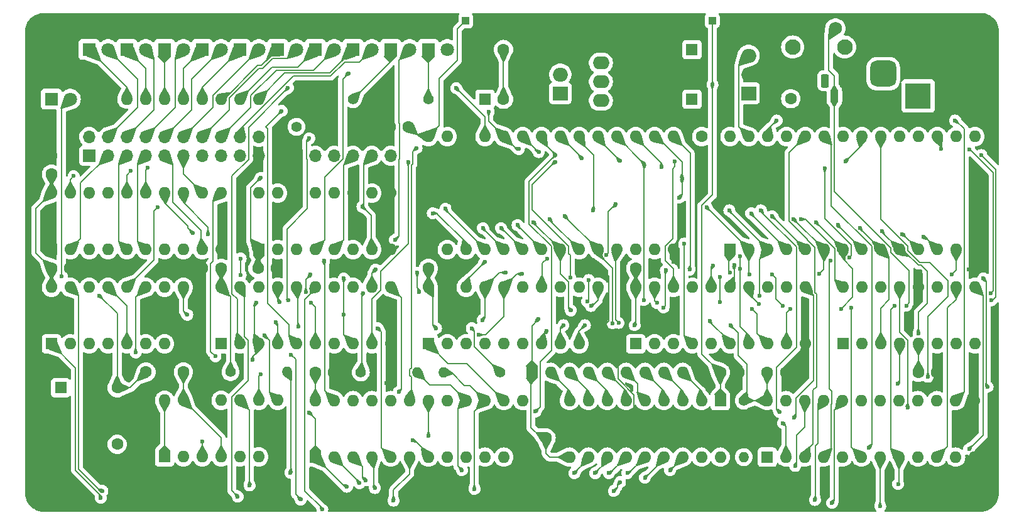
<source format=gbr>
%TF.GenerationSoftware,KiCad,Pcbnew,8.0.1*%
%TF.CreationDate,2024-07-07T17:16:32-04:00*%
%TF.ProjectId,8k8,386b382e-6b69-4636-9164-5f7063625858,rev?*%
%TF.SameCoordinates,Original*%
%TF.FileFunction,Copper,L1,Top*%
%TF.FilePolarity,Positive*%
%FSLAX46Y46*%
G04 Gerber Fmt 4.6, Leading zero omitted, Abs format (unit mm)*
G04 Created by KiCad (PCBNEW 8.0.1) date 2024-07-07 17:16:32*
%MOMM*%
%LPD*%
G01*
G04 APERTURE LIST*
G04 Aperture macros list*
%AMRoundRect*
0 Rectangle with rounded corners*
0 $1 Rounding radius*
0 $2 $3 $4 $5 $6 $7 $8 $9 X,Y pos of 4 corners*
0 Add a 4 corners polygon primitive as box body*
4,1,4,$2,$3,$4,$5,$6,$7,$8,$9,$2,$3,0*
0 Add four circle primitives for the rounded corners*
1,1,$1+$1,$2,$3*
1,1,$1+$1,$4,$5*
1,1,$1+$1,$6,$7*
1,1,$1+$1,$8,$9*
0 Add four rect primitives between the rounded corners*
20,1,$1+$1,$2,$3,$4,$5,0*
20,1,$1+$1,$4,$5,$6,$7,0*
20,1,$1+$1,$6,$7,$8,$9,0*
20,1,$1+$1,$8,$9,$2,$3,0*%
G04 Aperture macros list end*
%TA.AperFunction,ComponentPad*%
%ADD10R,1.600000X1.600000*%
%TD*%
%TA.AperFunction,ComponentPad*%
%ADD11O,1.600000X1.600000*%
%TD*%
%TA.AperFunction,ComponentPad*%
%ADD12C,1.600000*%
%TD*%
%TA.AperFunction,ComponentPad*%
%ADD13R,1.000000X1.000000*%
%TD*%
%TA.AperFunction,ComponentPad*%
%ADD14O,1.700000X1.700000*%
%TD*%
%TA.AperFunction,ComponentPad*%
%ADD15R,1.700000X1.700000*%
%TD*%
%TA.AperFunction,ComponentPad*%
%ADD16C,5.600000*%
%TD*%
%TA.AperFunction,ComponentPad*%
%ADD17C,1.400000*%
%TD*%
%TA.AperFunction,ComponentPad*%
%ADD18O,1.400000X1.400000*%
%TD*%
%TA.AperFunction,ComponentPad*%
%ADD19R,1.100000X1.800000*%
%TD*%
%TA.AperFunction,ComponentPad*%
%ADD20RoundRect,0.275000X0.275000X0.625000X-0.275000X0.625000X-0.275000X-0.625000X0.275000X-0.625000X0*%
%TD*%
%TA.AperFunction,ComponentPad*%
%ADD21R,1.800000X1.800000*%
%TD*%
%TA.AperFunction,ComponentPad*%
%ADD22C,1.800000*%
%TD*%
%TA.AperFunction,ComponentPad*%
%ADD23R,3.500000X3.500000*%
%TD*%
%TA.AperFunction,ComponentPad*%
%ADD24RoundRect,0.750000X-1.000000X0.750000X-1.000000X-0.750000X1.000000X-0.750000X1.000000X0.750000X0*%
%TD*%
%TA.AperFunction,ComponentPad*%
%ADD25RoundRect,0.875000X-0.875000X0.875000X-0.875000X-0.875000X0.875000X-0.875000X0.875000X0.875000X0*%
%TD*%
%TA.AperFunction,ComponentPad*%
%ADD26C,2.100000*%
%TD*%
%TA.AperFunction,ComponentPad*%
%ADD27C,1.750000*%
%TD*%
%TA.AperFunction,ComponentPad*%
%ADD28R,2.000000X1.905000*%
%TD*%
%TA.AperFunction,ComponentPad*%
%ADD29O,2.000000X1.905000*%
%TD*%
%TA.AperFunction,ComponentPad*%
%ADD30R,2.250000X1.750000*%
%TD*%
%TA.AperFunction,ComponentPad*%
%ADD31O,2.250000X1.750000*%
%TD*%
%TA.AperFunction,ViaPad*%
%ADD32C,0.600000*%
%TD*%
%TA.AperFunction,Conductor*%
%ADD33C,0.200000*%
%TD*%
G04 APERTURE END LIST*
D10*
%TO.P,U5,1,~{Mr}*%
%TO.N,~{POR}*%
X123440000Y-77400000D03*
D11*
%TO.P,U5,2,Q0*%
%TO.N,A_{0}*%
X125980000Y-77400000D03*
%TO.P,U5,3,D0*%
%TO.N,D_{0}*%
X128520000Y-77400000D03*
%TO.P,U5,4,D1*%
%TO.N,D_{1}*%
X131060000Y-77400000D03*
%TO.P,U5,5,Q1*%
%TO.N,A_{1}*%
X133600000Y-77400000D03*
%TO.P,U5,6,Q2*%
%TO.N,A_{2}*%
X136140000Y-77400000D03*
%TO.P,U5,7,D2*%
%TO.N,D_{2}*%
X138680000Y-77400000D03*
%TO.P,U5,8,D3*%
%TO.N,D_{3}*%
X141220000Y-77400000D03*
%TO.P,U5,9,Q3*%
%TO.N,A_{3}*%
X143760000Y-77400000D03*
%TO.P,U5,10,GND*%
%TO.N,GND*%
X146300000Y-77400000D03*
%TO.P,U5,11,Cp*%
%TO.N,ALL*%
X146300000Y-69780000D03*
%TO.P,U5,12,Q4*%
%TO.N,A_{4}*%
X143760000Y-69780000D03*
%TO.P,U5,13,D4*%
%TO.N,D_{4}*%
X141220000Y-69780000D03*
%TO.P,U5,14,D5*%
%TO.N,D_{5}*%
X138680000Y-69780000D03*
%TO.P,U5,15,Q5*%
%TO.N,A_{5}*%
X136140000Y-69780000D03*
%TO.P,U5,16,Q6*%
%TO.N,A_{6}*%
X133600000Y-69780000D03*
%TO.P,U5,17,D6*%
%TO.N,D_{6}*%
X131060000Y-69780000D03*
%TO.P,U5,18,D7*%
%TO.N,D_{7}*%
X128520000Y-69780000D03*
%TO.P,U5,19,Q7*%
%TO.N,A_{7}*%
X125980000Y-69780000D03*
%TO.P,U5,20,VCC*%
%TO.N,+5V*%
X123440000Y-69780000D03*
%TD*%
D10*
%TO.P,U3,1,I/CLK*%
%TO.N,S_{0}*%
X80260000Y-92680000D03*
D11*
%TO.P,U3,2,I_{2}*%
%TO.N,S_{1}*%
X82800000Y-92680000D03*
%TO.P,U3,3,I_{3}*%
%TO.N,S_{2}*%
X85340000Y-92680000D03*
%TO.P,U3,4,I_{4}*%
%TO.N,SYNC*%
X87880000Y-92680000D03*
%TO.P,U3,5,I_{5}*%
%TO.N,CC_{1}*%
X90420000Y-92680000D03*
%TO.P,U3,6,I_{6}*%
%TO.N,CC_{2}*%
X92960000Y-92680000D03*
%TO.P,U3,7,I_{7}*%
%TO.N,Net-(U2A-C)*%
X95500000Y-92680000D03*
%TO.P,U3,8,I_{8}*%
%TO.N,Net-(U2A-Q)*%
X98040000Y-92680000D03*
%TO.P,U3,9,I_{9}*%
%TO.N,Net-(U2A-D)*%
X100580000Y-92680000D03*
%TO.P,U3,10,I_{10}*%
%TO.N,unconnected-(U3-I_{10}-Pad10)*%
X103120000Y-92680000D03*
%TO.P,U3,11,I_{11}*%
%TO.N,unconnected-(U3-I_{11}-Pad11)*%
X105660000Y-92680000D03*
%TO.P,U3,12,GND*%
%TO.N,GND*%
X108200000Y-92680000D03*
%TO.P,U3,13,I_{12}*%
%TO.N,unconnected-(U3-I_{12}-Pad13)*%
X108200000Y-85060000D03*
%TO.P,U3,14,IO_{0}*%
%TO.N,DBD*%
X105660000Y-85060000D03*
%TO.P,U3,15,IO_{1}*%
%TO.N,\u03A62*%
X103120000Y-85060000D03*
%TO.P,U3,16,IO_{2}*%
%TO.N,\u03A61*%
X100580000Y-85060000D03*
%TO.P,U3,17,IO_{3}*%
%TO.N,~{IOWR}*%
X98040000Y-85060000D03*
%TO.P,U3,18,IO_{4}*%
%TO.N,~{IORD}*%
X95500000Y-85060000D03*
%TO.P,U3,19,IO_{5}*%
%TO.N,~{MEMWR}*%
X92960000Y-85060000D03*
%TO.P,U3,20,IO_{6}*%
%TO.N,~{MEMRD}*%
X90420000Y-85060000D03*
%TO.P,U3,21,IO_{7}*%
%TO.N,ALH*%
X87880000Y-85060000D03*
%TO.P,U3,22,IO_{8}*%
%TO.N,ALL*%
X85340000Y-85060000D03*
%TO.P,U3,23,IO_{9}*%
%TO.N,/~{Running}*%
X82800000Y-85060000D03*
%TO.P,U3,24,V_{CC}*%
%TO.N,+5V*%
X80260000Y-85060000D03*
%TD*%
D10*
%TO.P,U6,1,~{Mr}*%
%TO.N,~{POR}*%
X67560000Y-77400000D03*
D11*
%TO.P,U6,2,Q0*%
%TO.N,A_{8}*%
X70100000Y-77400000D03*
%TO.P,U6,3,D0*%
%TO.N,D_{0}*%
X72640000Y-77400000D03*
%TO.P,U6,4,D1*%
%TO.N,D_{1}*%
X75180000Y-77400000D03*
%TO.P,U6,5,Q1*%
%TO.N,A_{9}*%
X77720000Y-77400000D03*
%TO.P,U6,6,Q2*%
%TO.N,A_{10}*%
X80260000Y-77400000D03*
%TO.P,U6,7,D2*%
%TO.N,D_{2}*%
X82800000Y-77400000D03*
%TO.P,U6,8,D3*%
%TO.N,D_{3}*%
X85340000Y-77400000D03*
%TO.P,U6,9,Q3*%
%TO.N,A_{11}*%
X87880000Y-77400000D03*
%TO.P,U6,10,GND*%
%TO.N,GND*%
X90420000Y-77400000D03*
%TO.P,U6,11,Cp*%
%TO.N,ALH*%
X90420000Y-69780000D03*
%TO.P,U6,12,Q4*%
%TO.N,A_{12}*%
X87880000Y-69780000D03*
%TO.P,U6,13,D4*%
%TO.N,D_{4}*%
X85340000Y-69780000D03*
%TO.P,U6,14,D5*%
%TO.N,D_{5}*%
X82800000Y-69780000D03*
%TO.P,U6,15,Q5*%
%TO.N,A_{13}*%
X80260000Y-69780000D03*
%TO.P,U6,16,Q6*%
%TO.N,CC_{1}*%
X77720000Y-69780000D03*
%TO.P,U6,17,D6*%
%TO.N,D_{6}*%
X75180000Y-69780000D03*
%TO.P,U6,18,D7*%
%TO.N,D_{7}*%
X72640000Y-69780000D03*
%TO.P,U6,19,Q7*%
%TO.N,CC_{2}*%
X70100000Y-69780000D03*
%TO.P,U6,20,VCC*%
%TO.N,+5V*%
X67560000Y-69780000D03*
%TD*%
D10*
%TO.P,U8,1,A->B*%
%TO.N,DBD*%
X95500000Y-77400000D03*
D11*
%TO.P,U8,2,A0*%
%TO.N,Net-(RN1-R1)*%
X98040000Y-77400000D03*
%TO.P,U8,3,A1*%
%TO.N,Net-(RN1-R2)*%
X100580000Y-77400000D03*
%TO.P,U8,4,A2*%
%TO.N,Net-(RN1-R3)*%
X103120000Y-77400000D03*
%TO.P,U8,5,A3*%
%TO.N,Net-(RN1-R4)*%
X105660000Y-77400000D03*
%TO.P,U8,6,A4*%
%TO.N,Net-(RN1-R5)*%
X108200000Y-77400000D03*
%TO.P,U8,7,A5*%
%TO.N,Net-(RN1-R6)*%
X110740000Y-77400000D03*
%TO.P,U8,8,A6*%
%TO.N,Net-(RN1-R7)*%
X113280000Y-77400000D03*
%TO.P,U8,9,A7*%
%TO.N,Net-(RN1-R8)*%
X115820000Y-77400000D03*
%TO.P,U8,10,GND*%
%TO.N,GND*%
X118360000Y-77400000D03*
%TO.P,U8,11,B7*%
%TO.N,D_{7}*%
X118360000Y-69780000D03*
%TO.P,U8,12,B6*%
%TO.N,D_{6}*%
X115820000Y-69780000D03*
%TO.P,U8,13,B5*%
%TO.N,D_{5}*%
X113280000Y-69780000D03*
%TO.P,U8,14,B4*%
%TO.N,D_{4}*%
X110740000Y-69780000D03*
%TO.P,U8,15,B3*%
%TO.N,D_{3}*%
X108200000Y-69780000D03*
%TO.P,U8,16,B2*%
%TO.N,D_{2}*%
X105660000Y-69780000D03*
%TO.P,U8,17,B1*%
%TO.N,D_{1}*%
X103120000Y-69780000D03*
%TO.P,U8,18,B0*%
%TO.N,D_{0}*%
X100580000Y-69780000D03*
%TO.P,U8,19,CE*%
%TO.N,GND*%
X98040000Y-69780000D03*
%TO.P,U8,20,VCC*%
%TO.N,+5V*%
X95500000Y-69780000D03*
%TD*%
D12*
%TO.P,C9,1*%
%TO.N,GND*%
X90300000Y-48155000D03*
%TO.P,C9,2*%
%TO.N,+5V*%
X92800000Y-48155000D03*
%TD*%
D10*
%TO.P,U7,1,I/CLK*%
%TO.N,~{IORD}*%
X141160000Y-92680000D03*
D11*
%TO.P,U7,2,I_{2}*%
%TO.N,~{IOWR}*%
X143700000Y-92680000D03*
%TO.P,U7,3,I_{3}*%
%TO.N,A_{9}*%
X146240000Y-92680000D03*
%TO.P,U7,4,I_{4}*%
%TO.N,A_{10}*%
X148780000Y-92680000D03*
%TO.P,U7,5,I_{5}*%
%TO.N,A_{11}*%
X151320000Y-92680000D03*
%TO.P,U7,6,I_{6}*%
%TO.N,A_{12}*%
X153860000Y-92680000D03*
%TO.P,U7,7,I_{7}*%
%TO.N,A_{13}*%
X156400000Y-92680000D03*
%TO.P,U7,8,I_{8}*%
%TO.N,~{RESET}*%
X158940000Y-92680000D03*
%TO.P,U7,9,I_{9}*%
%TO.N,Q3*%
X161480000Y-92680000D03*
%TO.P,U7,10,I_{10}*%
%TO.N,Q2*%
X164020000Y-92680000D03*
%TO.P,U7,11,I_{11}*%
%TO.N,unconnected-(U7-I_{11}-Pad11)*%
X166560000Y-92680000D03*
%TO.P,U7,12,GND*%
%TO.N,GND*%
X169100000Y-92680000D03*
%TO.P,U7,13,I_{12}*%
X169100000Y-85060000D03*
%TO.P,U7,14,IO_{0}*%
%TO.N,ROM_{A13}*%
X166560000Y-85060000D03*
%TO.P,U7,15,IO_{1}*%
%TO.N,ROM_{A14}*%
X164020000Y-85060000D03*
%TO.P,U7,16,IO_{2}*%
%TO.N,~{RAMCS}*%
X161480000Y-85060000D03*
%TO.P,U7,17,IO_{3}*%
%TO.N,~{ROMCS}*%
X158940000Y-85060000D03*
%TO.P,U7,18,IO_{4}*%
%TO.N,OUT_{P2}*%
X156400000Y-85060000D03*
%TO.P,U7,19,IO_{5}*%
%TO.N,unconnected-(U7-IO_{5}-Pad19)*%
X153860000Y-85060000D03*
%TO.P,U7,20,IO_{6}*%
%TO.N,~{IN_{P1}}*%
X151320000Y-85060000D03*
%TO.P,U7,21,IO_{7}*%
%TO.N,OUT_{P1}*%
X148780000Y-85060000D03*
%TO.P,U7,22,IO_{8}*%
%TO.N,~{IN_{P0}}*%
X146240000Y-85060000D03*
%TO.P,U7,23,IO_{9}*%
%TO.N,OUT_{P0}*%
X143700000Y-85060000D03*
%TO.P,U7,24,V_{CC}*%
%TO.N,+5V*%
X141160000Y-85060000D03*
%TD*%
D13*
%TO.P,TP1,1,1*%
%TO.N,+5V*%
X100530000Y-33830000D03*
%TD*%
D12*
%TO.P,C6,1*%
%TO.N,GND*%
X143660000Y-81250000D03*
%TO.P,C6,2*%
%TO.N,+5V*%
X141160000Y-81250000D03*
%TD*%
D14*
%TO.P,J1,20,Pin_20*%
%TO.N,unconnected-(J1-Pin_20-Pad20)*%
X72640000Y-49500000D03*
%TO.P,J1,19,Pin_19*%
%TO.N,GND*%
X72640000Y-52040000D03*
%TO.P,J1,18,Pin_18*%
%TO.N,Net-(D12-A)*%
X70100000Y-49500000D03*
%TO.P,J1,17,Pin_17*%
%TO.N,/POUT_{7}*%
X70100000Y-52040000D03*
%TO.P,J1,16,Pin_16*%
%TO.N,Net-(D11-A)*%
X67560000Y-49500000D03*
%TO.P,J1,15,Pin_15*%
%TO.N,/POUT_{6}*%
X67560000Y-52040000D03*
%TO.P,J1,14,Pin_14*%
%TO.N,Net-(D10-A)*%
X65020000Y-49500000D03*
%TO.P,J1,13,Pin_13*%
%TO.N,/POUT_{5}*%
X65020000Y-52040000D03*
%TO.P,J1,12,Pin_12*%
%TO.N,Net-(D9-A)*%
X62480000Y-49500000D03*
%TO.P,J1,11,Pin_11*%
%TO.N,/POUT_{4}*%
X62480000Y-52040000D03*
%TO.P,J1,10,Pin_10*%
%TO.N,Net-(D8-A)*%
X59940000Y-49500000D03*
%TO.P,J1,9,Pin_9*%
%TO.N,/POUT_{3}*%
X59940000Y-52040000D03*
%TO.P,J1,8,Pin_8*%
%TO.N,Net-(D7-A)*%
X57400000Y-49500000D03*
%TO.P,J1,7,Pin_7*%
%TO.N,/POUT_{2}*%
X57400000Y-52040000D03*
%TO.P,J1,6,Pin_6*%
%TO.N,Net-(D6-A)*%
X54860000Y-49500000D03*
%TO.P,J1,5,Pin_5*%
%TO.N,/POUT_{1}*%
X54860000Y-52040000D03*
%TO.P,J1,4,Pin_4*%
%TO.N,Net-(D5-A)*%
X52320000Y-49500000D03*
%TO.P,J1,3,Pin_3*%
%TO.N,/POUT_{0}*%
X52320000Y-52040000D03*
%TO.P,J1,2,Pin_2*%
%TO.N,unconnected-(J1-Pin_2-Pad2)*%
X49780000Y-49500000D03*
D15*
%TO.P,J1,1,Pin_1*%
%TO.N,+5V*%
X49780000Y-52040000D03*
%TD*%
D16*
%TO.P,H3,1,1*%
%TO.N,GND*%
X44200000Y-97000000D03*
%TD*%
D12*
%TO.P,C18,1*%
%TO.N,GND*%
X44700000Y-52040000D03*
%TO.P,C18,2*%
%TO.N,+5V*%
X44700000Y-54540000D03*
%TD*%
D17*
%TO.P,R1,1*%
%TO.N,+5V*%
X137997500Y-85060000D03*
D18*
%TO.P,R1,2*%
%TO.N,Net-(U1-READY)*%
X137997500Y-92680000D03*
%TD*%
D12*
%TO.P,C20,1*%
%TO.N,GND*%
X137335000Y-81250000D03*
%TO.P,C20,2*%
%TO.N,-9V*%
X134835000Y-81250000D03*
%TD*%
D19*
%TO.P,U4,1,GND*%
%TO.N,GND*%
X151490000Y-41950000D03*
D20*
%TO.P,U4,2,~{RESET}*%
%TO.N,~{RESET}*%
X150220000Y-44020000D03*
%TO.P,U4,3,V_{CC}*%
%TO.N,+5V*%
X148950000Y-41950000D03*
%TD*%
D17*
%TO.P,R2,1*%
%TO.N,+5V*%
X68830000Y-81210000D03*
D18*
%TO.P,R2,2*%
%TO.N,POR*%
X76450000Y-81210000D03*
%TD*%
D17*
%TO.P,R15,1*%
%TO.N,Net-(D4-K)*%
X95500000Y-44420000D03*
D18*
%TO.P,R15,2*%
%TO.N,GND*%
X87880000Y-44420000D03*
%TD*%
D21*
%TO.P,D6,1,K*%
%TO.N,Net-(D6-K)*%
X54860000Y-37735000D03*
D22*
%TO.P,D6,2,A*%
%TO.N,Net-(D6-A)*%
X57400000Y-37735000D03*
%TD*%
D17*
%TO.P,R5,1*%
%TO.N,Net-(D1-K)*%
X77720000Y-48155000D03*
D18*
%TO.P,R5,2*%
%TO.N,GND*%
X85340000Y-48155000D03*
%TD*%
D12*
%TO.P,C5,1*%
%TO.N,GND*%
X64980000Y-81210000D03*
%TO.P,C5,2*%
%TO.N,+5V*%
X62480000Y-81210000D03*
%TD*%
D10*
%TO.P,U11,1,VCC*%
%TO.N,+5V*%
X72640000Y-64700000D03*
D11*
%TO.P,U11,2*%
%TO.N,Net-(D1-A)*%
X75180000Y-64700000D03*
%TO.P,U11,3*%
%TO.N,/~{Running}*%
X77720000Y-64700000D03*
%TO.P,U11,4*%
%TO.N,Net-(D4-A)*%
X80260000Y-64700000D03*
%TO.P,U11,5*%
%TO.N,Net-(J2-Pin_4)*%
X82800000Y-64700000D03*
%TO.P,U11,6*%
%TO.N,Net-(D3-A)*%
X85340000Y-64700000D03*
%TO.P,U11,7*%
%TO.N,Net-(J2-Pin_5)*%
X87880000Y-64700000D03*
%TO.P,U11,8,VSS*%
%TO.N,GND*%
X90420000Y-64700000D03*
%TO.P,U11,9*%
X90420000Y-57080000D03*
%TO.P,U11,10*%
%TO.N,unconnected-(U11-Pad10)*%
X87880000Y-57080000D03*
%TO.P,U11,11*%
%TO.N,GND*%
X85340000Y-57080000D03*
%TO.P,U11,12*%
%TO.N,unconnected-(U11-Pad12)*%
X82800000Y-57080000D03*
%TO.P,U11,13,NC*%
%TO.N,unconnected-(U11G-NC-Pad13)*%
X80260000Y-57080000D03*
%TO.P,U11,14*%
%TO.N,GND*%
X77720000Y-57080000D03*
%TO.P,U11,15*%
%TO.N,unconnected-(U11-Pad15)*%
X75180000Y-57080000D03*
%TO.P,U11,16,NC*%
%TO.N,unconnected-(U11G-NC-Pad16)*%
X72640000Y-57080000D03*
%TD*%
D10*
%TO.P,U10,1,A14*%
%TO.N,ROM_{A14}*%
X136140000Y-64700000D03*
D11*
%TO.P,U10,2,A12*%
%TO.N,A_{12}*%
X138680000Y-64700000D03*
%TO.P,U10,3,A7*%
%TO.N,A_{7}*%
X141220000Y-64700000D03*
%TO.P,U10,4,A6*%
%TO.N,A_{6}*%
X143760000Y-64700000D03*
%TO.P,U10,5,A5*%
%TO.N,A_{5}*%
X146300000Y-64700000D03*
%TO.P,U10,6,A4*%
%TO.N,A_{4}*%
X148840000Y-64700000D03*
%TO.P,U10,7,A3*%
%TO.N,A_{3}*%
X151380000Y-64700000D03*
%TO.P,U10,8,A2*%
%TO.N,A_{2}*%
X153920000Y-64700000D03*
%TO.P,U10,9,A1*%
%TO.N,A_{1}*%
X156460000Y-64700000D03*
%TO.P,U10,10,A0*%
%TO.N,A_{0}*%
X159000000Y-64700000D03*
%TO.P,U10,11,D0*%
%TO.N,D_{0}*%
X161540000Y-64700000D03*
%TO.P,U10,12,D1*%
%TO.N,D_{1}*%
X164080000Y-64700000D03*
%TO.P,U10,13,D2*%
%TO.N,D_{2}*%
X166620000Y-64700000D03*
%TO.P,U10,14,GND*%
%TO.N,GND*%
X169160000Y-64700000D03*
%TO.P,U10,15,D3*%
%TO.N,D_{3}*%
X169160000Y-49460000D03*
%TO.P,U10,16,D4*%
%TO.N,D_{4}*%
X166620000Y-49460000D03*
%TO.P,U10,17,D5*%
%TO.N,D_{5}*%
X164080000Y-49460000D03*
%TO.P,U10,18,D6*%
%TO.N,D_{6}*%
X161540000Y-49460000D03*
%TO.P,U10,19,D7*%
%TO.N,D_{7}*%
X159000000Y-49460000D03*
%TO.P,U10,20,~{CS}*%
%TO.N,~{ROMCS}*%
X156460000Y-49460000D03*
%TO.P,U10,21,A10*%
%TO.N,A_{10}*%
X153920000Y-49460000D03*
%TO.P,U10,22,~{OE}*%
%TO.N,~{MEMRD}*%
X151380000Y-49460000D03*
%TO.P,U10,23,A11*%
%TO.N,A_{11}*%
X148840000Y-49460000D03*
%TO.P,U10,24,A9*%
%TO.N,A_{9}*%
X146300000Y-49460000D03*
%TO.P,U10,25,A8*%
%TO.N,A_{8}*%
X143760000Y-49460000D03*
%TO.P,U10,26,A13*%
%TO.N,ROM_{A13}*%
X141220000Y-49460000D03*
%TO.P,U10,27,~{WE}*%
%TO.N,+5V*%
X138680000Y-49460000D03*
%TO.P,U10,28,VCC*%
X136140000Y-49460000D03*
%TD*%
D23*
%TO.P,J3,1*%
%TO.N,Net-(U16-VI)*%
X161500000Y-44000000D03*
D24*
%TO.P,J3,2*%
%TO.N,GND*%
X161500000Y-38000000D03*
D25*
%TO.P,J3,3*%
%TO.N,unconnected-(J3-Pad3)*%
X156800000Y-41000000D03*
%TD*%
D10*
%TO.P,U1,1,V_{DD}*%
%TO.N,-9V*%
X134835000Y-85060000D03*
D11*
%TO.P,U1,2,D_{7}*%
%TO.N,Net-(RN1-R8)*%
X132295000Y-85060000D03*
%TO.P,U1,3,D_{6}*%
%TO.N,Net-(RN1-R7)*%
X129755000Y-85060000D03*
%TO.P,U1,4,D_{5}*%
%TO.N,Net-(RN1-R6)*%
X127215000Y-85060000D03*
%TO.P,U1,5,D_{4}*%
%TO.N,Net-(RN1-R5)*%
X124675000Y-85060000D03*
%TO.P,U1,6,D_{3}*%
%TO.N,Net-(RN1-R4)*%
X122135000Y-85060000D03*
%TO.P,U1,7,D_{2}*%
%TO.N,Net-(RN1-R3)*%
X119595000Y-85060000D03*
%TO.P,U1,8,D_{1}*%
%TO.N,Net-(RN1-R2)*%
X117055000Y-85060000D03*
%TO.P,U1,9,D_{0}*%
%TO.N,Net-(RN1-R1)*%
X114515000Y-85060000D03*
%TO.P,U1,10,V_{CC}*%
%TO.N,+5V*%
X114515000Y-92680000D03*
%TO.P,U1,11,S_{2}*%
%TO.N,S_{2}*%
X117055000Y-92680000D03*
%TO.P,U1,12,S_{1}*%
%TO.N,S_{1}*%
X119595000Y-92680000D03*
%TO.P,U1,13,S_{0}*%
%TO.N,S_{0}*%
X122135000Y-92680000D03*
%TO.P,U1,14,SYNC*%
%TO.N,SYNC*%
X124675000Y-92680000D03*
%TO.P,U1,15,\u03D52*%
%TO.N,\u03A62*%
X127215000Y-92680000D03*
%TO.P,U1,16,\u03D51*%
%TO.N,\u03A61*%
X129755000Y-92680000D03*
%TO.P,U1,17,READY*%
%TO.N,Net-(U1-READY)*%
X132295000Y-92680000D03*
%TO.P,U1,18,INTR*%
%TO.N,POR*%
X134835000Y-92680000D03*
%TD*%
%TO.P,U9,28,VCC*%
%TO.N,+5V*%
X95500000Y-49460000D03*
%TO.P,U9,27,~{WE}*%
%TO.N,~{MEMWR}*%
X98040000Y-49460000D03*
%TO.P,U9,26,A13*%
%TO.N,GND*%
X100580000Y-49460000D03*
%TO.P,U9,25,A8*%
%TO.N,A_{8}*%
X103120000Y-49460000D03*
%TO.P,U9,24,A9*%
%TO.N,A_{9}*%
X105660000Y-49460000D03*
%TO.P,U9,23,A11*%
%TO.N,A_{11}*%
X108200000Y-49460000D03*
%TO.P,U9,22,~{OE}*%
%TO.N,~{MEMRD}*%
X110740000Y-49460000D03*
%TO.P,U9,21,A10*%
%TO.N,A_{10}*%
X113280000Y-49460000D03*
%TO.P,U9,20,~{CS}*%
%TO.N,~{RAMCS}*%
X115820000Y-49460000D03*
%TO.P,U9,19,Q7*%
%TO.N,D_{7}*%
X118360000Y-49460000D03*
%TO.P,U9,18,Q6*%
%TO.N,D_{6}*%
X120900000Y-49460000D03*
%TO.P,U9,17,Q5*%
%TO.N,D_{5}*%
X123440000Y-49460000D03*
%TO.P,U9,16,Q4*%
%TO.N,D_{4}*%
X125980000Y-49460000D03*
%TO.P,U9,15,Q3*%
%TO.N,D_{3}*%
X128520000Y-49460000D03*
%TO.P,U9,14,GND*%
%TO.N,GND*%
X128520000Y-64700000D03*
%TO.P,U9,13,Q2*%
%TO.N,D_{2}*%
X125980000Y-64700000D03*
%TO.P,U9,12,Q1*%
%TO.N,D_{1}*%
X123440000Y-64700000D03*
%TO.P,U9,11,Q0*%
%TO.N,D_{0}*%
X120900000Y-64700000D03*
%TO.P,U9,10,A0*%
%TO.N,A_{0}*%
X118360000Y-64700000D03*
%TO.P,U9,9,A1*%
%TO.N,A_{1}*%
X115820000Y-64700000D03*
%TO.P,U9,8,A2*%
%TO.N,A_{2}*%
X113280000Y-64700000D03*
%TO.P,U9,7,A3*%
%TO.N,A_{3}*%
X110740000Y-64700000D03*
%TO.P,U9,6,A4*%
%TO.N,A_{4}*%
X108200000Y-64700000D03*
%TO.P,U9,5,A5*%
%TO.N,A_{5}*%
X105660000Y-64700000D03*
%TO.P,U9,4,A6*%
%TO.N,A_{6}*%
X103120000Y-64700000D03*
%TO.P,U9,3,A7*%
%TO.N,A_{7}*%
X100580000Y-64700000D03*
%TO.P,U9,2,A12*%
%TO.N,A_{12}*%
X98040000Y-64700000D03*
D10*
%TO.P,U9,1,A14*%
%TO.N,GND*%
X95500000Y-64700000D03*
%TD*%
D17*
%TO.P,R3,1*%
%TO.N,+5V*%
X86388333Y-81250000D03*
D18*
%TO.P,R3,2*%
%TO.N,\u03A61*%
X94008333Y-81250000D03*
%TD*%
D13*
%TO.P,TP3,1,1*%
%TO.N,-9V*%
X133750000Y-33830000D03*
%TD*%
D26*
%TO.P,SW1,*%
%TO.N,*%
X144590000Y-37392500D03*
X151600000Y-37392500D03*
D27*
%TO.P,SW1,1,1*%
%TO.N,GND*%
X145840000Y-34902500D03*
%TO.P,SW1,2,2*%
%TO.N,~{RESET}*%
X150340000Y-34902500D03*
%TD*%
D21*
%TO.P,D4,1,K*%
%TO.N,Net-(D4-K)*%
X95500000Y-37735000D03*
D22*
%TO.P,D4,2,A*%
%TO.N,Net-(D4-A)*%
X98040000Y-37735000D03*
%TD*%
D10*
%TO.P,RN2,1,common*%
%TO.N,GND*%
X52320000Y-44420000D03*
D11*
%TO.P,RN2,2,R1*%
%TO.N,Net-(D5-K)*%
X54860000Y-44420000D03*
%TO.P,RN2,3,R2*%
%TO.N,Net-(D6-K)*%
X57400000Y-44420000D03*
%TO.P,RN2,4,R3*%
%TO.N,Net-(D7-K)*%
X59940000Y-44420000D03*
%TO.P,RN2,5,R4*%
%TO.N,Net-(D8-K)*%
X62480000Y-44420000D03*
%TO.P,RN2,6,R5*%
%TO.N,Net-(D9-K)*%
X65020000Y-44420000D03*
%TO.P,RN2,7,R6*%
%TO.N,Net-(D10-K)*%
X67560000Y-44420000D03*
%TO.P,RN2,8,R7*%
%TO.N,Net-(D11-K)*%
X70100000Y-44420000D03*
%TO.P,RN2,9,R8*%
%TO.N,Net-(D12-K)*%
X72640000Y-44420000D03*
%TD*%
%TO.P,U2,14,VCC*%
%TO.N,+5V*%
X59940000Y-85020000D03*
%TO.P,U2,13,~{R}*%
X62480000Y-85020000D03*
%TO.P,U2,12,D*%
%TO.N,GND*%
X65020000Y-85020000D03*
%TO.P,U2,11,C*%
%TO.N,S_{0}*%
X67560000Y-85020000D03*
%TO.P,U2,10,~{S}*%
%TO.N,~{RESET}*%
X70100000Y-85020000D03*
%TO.P,U2,9,Q*%
%TO.N,POR*%
X72640000Y-85020000D03*
%TO.P,U2,8,~{Q}*%
%TO.N,~{POR}*%
X75180000Y-85020000D03*
%TO.P,U2,7,GND*%
%TO.N,GND*%
X75180000Y-92640000D03*
%TO.P,U2,6,~{Q}*%
%TO.N,Net-(U2A-D)*%
X72640000Y-92640000D03*
%TO.P,U2,5,Q*%
%TO.N,Net-(U2A-Q)*%
X70100000Y-92640000D03*
%TO.P,U2,4,~{S}*%
%TO.N,+5V*%
X67560000Y-92640000D03*
%TO.P,U2,3,C*%
%TO.N,Net-(U2A-C)*%
X65020000Y-92640000D03*
%TO.P,U2,2,D*%
%TO.N,Net-(U2A-D)*%
X62480000Y-92640000D03*
D10*
%TO.P,U2,1,~{R}*%
%TO.N,+5V*%
X59940000Y-92640000D03*
%TD*%
D21*
%TO.P,D9,1,K*%
%TO.N,Net-(D9-K)*%
X70100000Y-37735000D03*
D22*
%TO.P,D9,2,A*%
%TO.N,Net-(D9-A)*%
X72640000Y-37735000D03*
%TD*%
D12*
%TO.P,C1,1*%
%TO.N,+5V*%
X57440000Y-81210000D03*
%TO.P,C1,2*%
%TO.N,GND*%
X59940000Y-81210000D03*
%TD*%
D28*
%TO.P,U17,1,VI*%
%TO.N,Net-(PS1-+Vout)*%
X113280000Y-43628750D03*
D29*
%TO.P,U17,2,GND*%
%TO.N,-9V*%
X113280000Y-41088750D03*
%TO.P,U17,3,VO*%
%TO.N,GND*%
X113280000Y-38548750D03*
%TD*%
D21*
%TO.P,D8,1,K*%
%TO.N,Net-(D8-K)*%
X65020000Y-37735000D03*
D22*
%TO.P,D8,2,A*%
%TO.N,Net-(D8-A)*%
X67560000Y-37735000D03*
%TD*%
D17*
%TO.P,R14,1*%
%TO.N,Net-(D3-K)*%
X85340000Y-44420000D03*
D18*
%TO.P,R14,2*%
%TO.N,GND*%
X77720000Y-44420000D03*
%TD*%
D16*
%TO.P,H2,1,1*%
%TO.N,GND*%
X169335000Y-35850000D03*
%TD*%
D21*
%TO.P,D10,1,K*%
%TO.N,Net-(D10-K)*%
X75180000Y-37735000D03*
D22*
%TO.P,D10,2,A*%
%TO.N,Net-(D10-A)*%
X77720000Y-37735000D03*
%TD*%
D16*
%TO.P,H4,1,1*%
%TO.N,GND*%
X169335000Y-97000000D03*
%TD*%
D10*
%TO.P,U12,1,OEa*%
%TO.N,~{IN_{P1}}*%
X44700000Y-77400000D03*
D11*
%TO.P,U12,2,I1*%
%TO.N,unconnected-(U12-I1-Pad2)*%
X47240000Y-77400000D03*
%TO.P,U12,3,O1a*%
%TO.N,D_{0}*%
X49780000Y-77400000D03*
%TO.P,U12,4,I2*%
%TO.N,unconnected-(U12-I2-Pad4)*%
X52320000Y-77400000D03*
%TO.P,U12,5,O2a*%
%TO.N,D_{1}*%
X54860000Y-77400000D03*
%TO.P,U12,6,I3*%
%TO.N,unconnected-(U12-I3-Pad6)*%
X57400000Y-77400000D03*
%TO.P,U12,7,O3a*%
%TO.N,D_{2}*%
X59940000Y-77400000D03*
%TO.P,U12,8,GND*%
%TO.N,GND*%
X62480000Y-77400000D03*
%TO.P,U12,9,O4a*%
%TO.N,D_{3}*%
X62480000Y-69780000D03*
%TO.P,U12,10,I4*%
%TO.N,unconnected-(U12-I4-Pad10)*%
X59940000Y-69780000D03*
%TO.P,U12,11,O5b*%
%TO.N,D_{0}*%
X57400000Y-69780000D03*
%TO.P,U12,12,I5*%
%TO.N,Net-(J2-Pin_5)*%
X54860000Y-69780000D03*
%TO.P,U12,13,O6b*%
%TO.N,D_{1}*%
X52320000Y-69780000D03*
%TO.P,U12,14,I6*%
%TO.N,unconnected-(U12-I6-Pad14)*%
X49780000Y-69780000D03*
%TO.P,U12,15,OEb*%
%TO.N,~{IN_{P0}}*%
X47240000Y-69780000D03*
%TO.P,U12,16,VCC*%
%TO.N,+5V*%
X44700000Y-69780000D03*
%TD*%
D15*
%TO.P,J2,1,Pin_1*%
%TO.N,GND*%
X77720000Y-52040000D03*
D14*
%TO.P,J2,2,Pin_2*%
%TO.N,unconnected-(J2-Pin_2-Pad2)*%
X80260000Y-52040000D03*
%TO.P,J2,3,Pin_3*%
%TO.N,+5V*%
X82800000Y-52040000D03*
%TO.P,J2,4,Pin_4*%
%TO.N,Net-(J2-Pin_4)*%
X85340000Y-52040000D03*
%TO.P,J2,5,Pin_5*%
%TO.N,Net-(J2-Pin_5)*%
X87880000Y-52040000D03*
%TO.P,J2,6,Pin_6*%
%TO.N,unconnected-(J2-Pin_6-Pad6)*%
X90420000Y-52040000D03*
%TD*%
D21*
%TO.P,D1,1,K*%
%TO.N,Net-(D1-K)*%
X44700000Y-44420000D03*
D22*
%TO.P,D1,2,A*%
%TO.N,Net-(D1-A)*%
X47240000Y-44420000D03*
%TD*%
D21*
%TO.P,D11,1,K*%
%TO.N,Net-(D11-K)*%
X80260000Y-37735000D03*
D22*
%TO.P,D11,2,A*%
%TO.N,Net-(D11-A)*%
X82800000Y-37735000D03*
%TD*%
D12*
%TO.P,C11,1*%
%TO.N,GND*%
X75030000Y-67240000D03*
%TO.P,C11,2*%
%TO.N,+5V*%
X72530000Y-67240000D03*
%TD*%
%TO.P,C14,1*%
%TO.N,GND*%
X47200000Y-67240000D03*
%TO.P,C14,2*%
%TO.N,+5V*%
X44700000Y-67240000D03*
%TD*%
D21*
%TO.P,D5,1,K*%
%TO.N,Net-(D5-K)*%
X49780000Y-37735000D03*
D22*
%TO.P,D5,2,A*%
%TO.N,Net-(D5-A)*%
X52320000Y-37735000D03*
%TD*%
D12*
%TO.P,C2,1*%
%TO.N,~{RESET}*%
X144340000Y-44350000D03*
%TO.P,C2,2*%
%TO.N,GND*%
X144340000Y-41850000D03*
%TD*%
%TO.P,C7,1*%
%TO.N,GND*%
X82760000Y-81250000D03*
%TO.P,C7,2*%
%TO.N,+5V*%
X80260000Y-81250000D03*
%TD*%
%TO.P,C8,1*%
%TO.N,GND*%
X98000000Y-67240000D03*
%TO.P,C8,2*%
%TO.N,+5V*%
X95500000Y-67240000D03*
%TD*%
%TO.P,C13,1*%
%TO.N,GND*%
X164040000Y-81250000D03*
%TO.P,C13,2*%
%TO.N,+5V*%
X161540000Y-81250000D03*
%TD*%
D10*
%TO.P,RN1,1,common*%
%TO.N,+5V*%
X109435000Y-81250000D03*
D11*
%TO.P,RN1,2,R1*%
%TO.N,Net-(RN1-R1)*%
X111975000Y-81250000D03*
%TO.P,RN1,3,R2*%
%TO.N,Net-(RN1-R2)*%
X114515000Y-81250000D03*
%TO.P,RN1,4,R3*%
%TO.N,Net-(RN1-R3)*%
X117055000Y-81250000D03*
%TO.P,RN1,5,R4*%
%TO.N,Net-(RN1-R4)*%
X119595000Y-81250000D03*
%TO.P,RN1,6,R5*%
%TO.N,Net-(RN1-R5)*%
X122135000Y-81250000D03*
%TO.P,RN1,7,R6*%
%TO.N,Net-(RN1-R6)*%
X124675000Y-81250000D03*
%TO.P,RN1,8,R7*%
%TO.N,Net-(RN1-R7)*%
X127215000Y-81250000D03*
%TO.P,RN1,9,R8*%
%TO.N,Net-(RN1-R8)*%
X129755000Y-81250000D03*
%TD*%
D30*
%TO.P,PS1,1,-Vin*%
%TO.N,GND*%
X118750000Y-37000000D03*
D31*
%TO.P,PS1,2,+Vin*%
%TO.N,+5V*%
X118750000Y-39540000D03*
%TO.P,PS1,3,-Vout*%
%TO.N,-9V*%
X118750000Y-42080000D03*
%TO.P,PS1,4,+Vout*%
%TO.N,Net-(PS1-+Vout)*%
X118750000Y-44620000D03*
%TD*%
D21*
%TO.P,D12,1,K*%
%TO.N,Net-(D12-K)*%
X85340000Y-37735000D03*
D22*
%TO.P,D12,2,A*%
%TO.N,Net-(D12-A)*%
X87880000Y-37735000D03*
%TD*%
D12*
%TO.P,C3,1*%
%TO.N,GND*%
X65060000Y-67240000D03*
%TO.P,C3,2*%
%TO.N,+5V*%
X67560000Y-67240000D03*
%TD*%
D10*
%TO.P,C26,1*%
%TO.N,GND*%
X103120000Y-37735000D03*
D12*
%TO.P,C26,2*%
%TO.N,-9V*%
X105620000Y-37735000D03*
%TD*%
%TO.P,C10,1*%
%TO.N,GND*%
X132330000Y-51960000D03*
%TO.P,C10,2*%
%TO.N,+5V*%
X132330000Y-49460000D03*
%TD*%
D10*
%TO.P,C24,1*%
%TO.N,+5V*%
X131020000Y-37735000D03*
D12*
%TO.P,C24,2*%
%TO.N,GND*%
X128520000Y-37735000D03*
%TD*%
D10*
%TO.P,X1,1,EN*%
%TO.N,unconnected-(X1-EN-Pad1)*%
X45940000Y-83330000D03*
D12*
%TO.P,X1,4,GND*%
%TO.N,GND*%
X45940000Y-90950000D03*
%TO.P,X1,5,OUT*%
%TO.N,Net-(U2A-C)*%
X53560000Y-90950000D03*
%TO.P,X1,8,Vcc*%
%TO.N,+5V*%
X53560000Y-83330000D03*
%TD*%
D28*
%TO.P,U16,1,VI*%
%TO.N,Net-(U16-VI)*%
X138650000Y-43628750D03*
D29*
%TO.P,U16,2,GND*%
%TO.N,GND*%
X138650000Y-41088750D03*
%TO.P,U16,3,VO*%
%TO.N,+5V*%
X138650000Y-38548750D03*
%TD*%
D12*
%TO.P,C19,1*%
%TO.N,GND*%
X111357500Y-87610000D03*
%TO.P,C19,2*%
%TO.N,+5V*%
X111357500Y-90110000D03*
%TD*%
D17*
%TO.P,R4,1*%
%TO.N,+5V*%
X105156666Y-81250000D03*
D18*
%TO.P,R4,2*%
%TO.N,\u03A62*%
X97536666Y-81250000D03*
%TD*%
D16*
%TO.P,H1,1,1*%
%TO.N,GND*%
X44200000Y-35850000D03*
%TD*%
D12*
%TO.P,C4,1*%
%TO.N,GND*%
X125940000Y-67240000D03*
%TO.P,C4,2*%
%TO.N,+5V*%
X123440000Y-67240000D03*
%TD*%
D10*
%TO.P,U13,1,~{Q0}*%
%TO.N,unconnected-(U13-~{Q0}-Pad1)*%
X151380000Y-77400000D03*
D11*
%TO.P,U13,2,D0*%
%TO.N,A_{0}*%
X153920000Y-77400000D03*
%TO.P,U13,3,D1*%
%TO.N,A_{1}*%
X156460000Y-77400000D03*
%TO.P,U13,4,E23*%
%TO.N,OUT_{P2}*%
X159000000Y-77400000D03*
%TO.P,U13,5,VCC*%
%TO.N,+5V*%
X161540000Y-77400000D03*
%TO.P,U13,6,D2*%
%TO.N,A_{0}*%
X164080000Y-77400000D03*
%TO.P,U13,7,D3*%
%TO.N,A_{1}*%
X166620000Y-77400000D03*
%TO.P,U13,8,~{Q3}*%
%TO.N,unconnected-(U13-~{Q3}-Pad8)*%
X169160000Y-77400000D03*
%TO.P,U13,9,Q3*%
%TO.N,Q3*%
X169160000Y-69780000D03*
%TO.P,U13,10,Q2*%
%TO.N,Q2*%
X166620000Y-69780000D03*
%TO.P,U13,11,~{Q2}*%
%TO.N,unconnected-(U13-~{Q2}-Pad11)*%
X164080000Y-69780000D03*
%TO.P,U13,12,GND*%
%TO.N,GND*%
X161540000Y-69780000D03*
%TO.P,U13,13,E01*%
%TO.N,OUT_{P0}*%
X159000000Y-69780000D03*
%TO.P,U13,14,~{Q1}*%
%TO.N,unconnected-(U13-~{Q1}-Pad14)*%
X156460000Y-69780000D03*
%TO.P,U13,15,Q1*%
%TO.N,unconnected-(U13-Q1-Pad15)*%
X153920000Y-69780000D03*
%TO.P,U13,16,Q0*%
%TO.N,Net-(J2-Pin_4)*%
X151380000Y-69780000D03*
%TD*%
D10*
%TO.P,C25,1*%
%TO.N,Net-(PS1-+Vout)*%
X103120000Y-44442500D03*
D12*
%TO.P,C25,2*%
%TO.N,-9V*%
X105620000Y-44442500D03*
%TD*%
D21*
%TO.P,D3,1,K*%
%TO.N,Net-(D3-K)*%
X90420000Y-37735000D03*
D22*
%TO.P,D3,2,A*%
%TO.N,Net-(D3-A)*%
X92960000Y-37735000D03*
%TD*%
D13*
%TO.P,TP2,1,1*%
%TO.N,GND*%
X116000000Y-33830000D03*
%TD*%
D10*
%TO.P,C23,1*%
%TO.N,Net-(U16-VI)*%
X131020000Y-44442500D03*
D12*
%TO.P,C23,2*%
%TO.N,GND*%
X128520000Y-44442500D03*
%TD*%
D10*
%TO.P,U15,1,OE*%
%TO.N,GND*%
X44700000Y-64700000D03*
D11*
%TO.P,U15,2,O0*%
%TO.N,/POUT_{0}*%
X47240000Y-64700000D03*
%TO.P,U15,3,D0*%
%TO.N,A_{0}*%
X49780000Y-64700000D03*
%TO.P,U15,4,D1*%
%TO.N,A_{1}*%
X52320000Y-64700000D03*
%TO.P,U15,5,O1*%
%TO.N,/POUT_{1}*%
X54860000Y-64700000D03*
%TO.P,U15,6,O2*%
%TO.N,/POUT_{2}*%
X57400000Y-64700000D03*
%TO.P,U15,7,D2*%
%TO.N,A_{2}*%
X59940000Y-64700000D03*
%TO.P,U15,8,D3*%
%TO.N,A_{3}*%
X62480000Y-64700000D03*
%TO.P,U15,9,O3*%
%TO.N,/POUT_{3}*%
X65020000Y-64700000D03*
%TO.P,U15,10,GND*%
%TO.N,GND*%
X67560000Y-64700000D03*
%TO.P,U15,11,LE*%
%TO.N,OUT_{P1}*%
X67560000Y-57080000D03*
%TO.P,U15,12,O4*%
%TO.N,/POUT_{4}*%
X65020000Y-57080000D03*
%TO.P,U15,13,D4*%
%TO.N,A_{4}*%
X62480000Y-57080000D03*
%TO.P,U15,14,D5*%
%TO.N,A_{5}*%
X59940000Y-57080000D03*
%TO.P,U15,15,O5*%
%TO.N,/POUT_{5}*%
X57400000Y-57080000D03*
%TO.P,U15,16,O6*%
%TO.N,/POUT_{6}*%
X54860000Y-57080000D03*
%TO.P,U15,17,D6*%
%TO.N,A_{6}*%
X52320000Y-57080000D03*
%TO.P,U15,18,D7*%
%TO.N,A_{7}*%
X49780000Y-57080000D03*
%TO.P,U15,19,O7*%
%TO.N,/POUT_{7}*%
X47240000Y-57080000D03*
%TO.P,U15,20,VCC*%
%TO.N,+5V*%
X44700000Y-57080000D03*
%TD*%
D21*
%TO.P,D7,1,K*%
%TO.N,Net-(D7-K)*%
X59940000Y-37735000D03*
D22*
%TO.P,D7,2,A*%
%TO.N,Net-(D7-A)*%
X62480000Y-37735000D03*
%TD*%
D32*
%TO.N,D_{4}*%
X111470000Y-65900000D03*
%TO.N,A_{12}*%
X143300000Y-72300000D03*
X152500000Y-72500000D03*
%TO.N,A_{3}*%
X151125735Y-72680000D03*
X144300000Y-72680000D03*
%TO.N,D_{3}*%
X139100000Y-72700003D03*
%TO.N,A_{7}*%
X126300000Y-71900000D03*
%TO.N,GND*%
X119600000Y-68400000D03*
%TO.N,D_{6}*%
X124575000Y-71500000D03*
%TO.N,D_{7}*%
X128680735Y-52779265D03*
%TO.N,A_{0}*%
X120334358Y-74643761D03*
%TO.N,D_{3}*%
X134800000Y-71800000D03*
%TO.N,D_{5}*%
X140000000Y-72000000D03*
%TO.N,A_{7}*%
X140101852Y-70900000D03*
%TO.N,D_{3}*%
X134800000Y-68400000D03*
%TO.N,D_{1}*%
X130000000Y-63900000D03*
%TO.N,D_{4}*%
X119500000Y-65400000D03*
%TO.N,Net-(U2A-C)*%
X65000000Y-90600000D03*
%TO.N,D_{3}*%
X127180528Y-72500000D03*
X116887851Y-71685421D03*
X117100000Y-68800000D03*
%TO.N,Net-(J2-Pin_5)*%
X59000000Y-59000000D03*
%TO.N,Net-(D1-A)*%
X46100000Y-68300000D03*
X70200000Y-68100000D03*
X70200000Y-65900000D03*
%TO.N,OUT_{P1}*%
X66800000Y-79100000D03*
X77000000Y-78900000D03*
%TO.N,/POUT_{5}*%
X57700000Y-53700000D03*
%TO.N,/POUT_{6}*%
X55400000Y-54100000D03*
%TO.N,/POUT_{7}*%
X47700000Y-54800000D03*
%TO.N,POR*%
X72900000Y-81500000D03*
%TO.N,D_{0}*%
X121132638Y-74591280D03*
%TO.N,D_{5}*%
X114604265Y-68455735D03*
%TO.N,A_{10}*%
X79700000Y-71880000D03*
X76600000Y-71500000D03*
%TO.N,D_{3}*%
X84100000Y-73480000D03*
%TO.N,Net-(D4-A)*%
X84725000Y-40925000D03*
%TO.N,Net-(D3-A)*%
X91000000Y-63400000D03*
%TO.N,GND*%
X128500000Y-66400000D03*
X122790000Y-88000000D03*
X168320000Y-67360000D03*
X135900000Y-88100000D03*
X89850000Y-82680000D03*
X161771271Y-67650000D03*
X97610000Y-73480000D03*
X90710000Y-73480000D03*
%TO.N,+5V*%
X51150000Y-70900000D03*
X72870000Y-55040000D03*
X123300000Y-74900000D03*
X86660000Y-70560000D03*
X110300000Y-74100000D03*
X136200000Y-74900000D03*
X101351471Y-75300000D03*
X96540000Y-75300000D03*
%TO.N,~{RESET}*%
X158800000Y-96300000D03*
X158300000Y-72300000D03*
X159900000Y-72280000D03*
X71400000Y-96500000D03*
%TO.N,POR*%
X76900000Y-94800000D03*
%TO.N,\u03A61*%
X128075000Y-94450000D03*
X100025000Y-94450000D03*
%TO.N,\u03A62*%
X101710000Y-96970000D03*
X124675000Y-95450000D03*
%TO.N,S_{0}*%
X84524890Y-96675110D03*
X79460000Y-86700000D03*
X119825000Y-94850000D03*
%TO.N,-9V*%
X133790000Y-42450000D03*
%TO.N,SYNC*%
X88300000Y-96850000D03*
X122325000Y-94850000D03*
%TO.N,S_{1}*%
X86200000Y-96200000D03*
X117975000Y-94850000D03*
%TO.N,S_{2}*%
X87042783Y-95800000D03*
X115175000Y-94850000D03*
%TO.N,~{POR}*%
X73400000Y-76300000D03*
%TO.N,CC_{2}*%
X90800000Y-98550000D03*
X69800000Y-98000000D03*
%TO.N,/~{Running}*%
X81425000Y-66175000D03*
%TO.N,~{MEMWR}*%
X93900000Y-51000000D03*
%TO.N,ALL*%
X144800000Y-87400000D03*
%TO.N,~{IOWR}*%
X143300000Y-88100000D03*
%TO.N,ALH*%
X91500000Y-83900000D03*
%TO.N,CC_{1}*%
X78000000Y-75102893D03*
X88680000Y-75300000D03*
%TO.N,~{IORD}*%
X95500000Y-89800000D03*
%TO.N,~{MEMRD}*%
X112650000Y-51960000D03*
X109920000Y-86545000D03*
%TO.N,D_{2}*%
X102270000Y-76180000D03*
X108100000Y-68000000D03*
X137500000Y-67300000D03*
X137500000Y-65600000D03*
X166060000Y-68050000D03*
%TO.N,D_{4}*%
X168395000Y-51235000D03*
X129685862Y-55114137D03*
X129310000Y-57700000D03*
X171260000Y-70600000D03*
X120770000Y-58600000D03*
%TO.N,A_{2}*%
X114700000Y-72900000D03*
X109665000Y-61000000D03*
X133425735Y-74300000D03*
X150672500Y-61400000D03*
%TO.N,A_{4}*%
X105286943Y-61800000D03*
X144725000Y-60600000D03*
X65800000Y-62600000D03*
X148200000Y-68000000D03*
%TO.N,A_{5}*%
X141800000Y-60200000D03*
X63729657Y-62469608D03*
X136710883Y-66800000D03*
X102850000Y-61800000D03*
%TO.N,A_{7}*%
X136060000Y-59400000D03*
X96100000Y-59800000D03*
%TO.N,A_{1}*%
X111885000Y-60575000D03*
X153667500Y-61800000D03*
%TO.N,A_{3}*%
X107522641Y-61400000D03*
X147725000Y-61000000D03*
%TO.N,D_{3}*%
X127500000Y-67500000D03*
X130700000Y-67400000D03*
X84100000Y-68600000D03*
X63000000Y-73500000D03*
%TO.N,A_{0}*%
X113920000Y-60200000D03*
X156650000Y-62200000D03*
X161570000Y-76010000D03*
%TO.N,D_{1}*%
X102800000Y-74200000D03*
X162225000Y-63000000D03*
X74927918Y-74472082D03*
X105900000Y-67800000D03*
%TO.N,D_{6}*%
X75400000Y-71760000D03*
X124575000Y-53160000D03*
%TO.N,D_{5}*%
X126900000Y-53560000D03*
X164630000Y-51160000D03*
X112579265Y-52879265D03*
X170029265Y-51960735D03*
X171408015Y-71530723D03*
%TO.N,D_{0}*%
X56050000Y-78575000D03*
X94274306Y-70390000D03*
X79010000Y-70450000D03*
X72308074Y-71852239D03*
X71800000Y-79610000D03*
X94000000Y-67810000D03*
X103112868Y-66338603D03*
X159375000Y-62600000D03*
X79630000Y-68080000D03*
%TO.N,A_{6}*%
X133900000Y-66864860D03*
X97800000Y-59200000D03*
X139000000Y-59800000D03*
%TO.N,D_{7}*%
X117400000Y-72300000D03*
X121300000Y-52760000D03*
%TO.N,A_{8}*%
X76580000Y-42910000D03*
X99265000Y-42945000D03*
%TO.N,A_{11}*%
X154900000Y-91390000D03*
X110375000Y-51560000D03*
X92800000Y-52900000D03*
%TO.N,A_{9}*%
X107690977Y-51160000D03*
X103630000Y-46100000D03*
X75730000Y-46010000D03*
%TO.N,A_{13}*%
X81200000Y-99750000D03*
X156400000Y-99300000D03*
%TO.N,A_{12}*%
X88360000Y-67400000D03*
X141837761Y-68080000D03*
X138800000Y-68080000D03*
X132975000Y-59000000D03*
%TO.N,A_{10}*%
X151743480Y-52773480D03*
X148910000Y-53730000D03*
X116125000Y-52360000D03*
X79440000Y-49700000D03*
X149680000Y-66200000D03*
X152200000Y-65800000D03*
%TO.N,OUT_{P2}*%
X158790000Y-82820000D03*
%TO.N,~{ROMCS}*%
X162800000Y-81850000D03*
%TO.N,OUT_{P1}*%
X147600000Y-98450000D03*
X78300000Y-98400000D03*
%TO.N,~{IN_{P1}}*%
X51351773Y-98154616D03*
X149900000Y-98850000D03*
%TO.N,ROM_{A14}*%
X170300000Y-68600000D03*
X170860000Y-83200000D03*
X136110883Y-67800000D03*
%TO.N,ROM_{A13}*%
X166480000Y-47300000D03*
X142450000Y-47300000D03*
%TO.N,Q3*%
X168368996Y-91604994D03*
%TO.N,OUT_{P0}*%
X160080000Y-86000000D03*
%TO.N,~{RAMCS}*%
X142800000Y-86600000D03*
X140325000Y-59400000D03*
X117725149Y-59395149D03*
%TO.N,~{IN_{P0}}*%
X120489950Y-97250000D03*
X51560977Y-97232447D03*
X144925000Y-93875000D03*
X121325000Y-96050000D03*
%TO.N,Net-(J2-Pin_5)*%
X86600000Y-58920000D03*
%TO.N,Net-(J2-Pin_4)*%
X145673811Y-60600000D03*
%TO.N,Net-(U2A-C)*%
X93400000Y-90400000D03*
%TO.N,Net-(RN1-R6)*%
X111450000Y-75700000D03*
%TO.N,Net-(RN1-R8)*%
X116600000Y-74900000D03*
%TO.N,Net-(RN1-R7)*%
X113700000Y-74900000D03*
%TD*%
D33*
%TO.N,D_{4}*%
X111470000Y-65900000D02*
X110800000Y-66570000D01*
X110800000Y-66570000D02*
X110800000Y-69720000D01*
X110800000Y-69720000D02*
X110740000Y-69780000D01*
%TO.N,D_{1}*%
X105100000Y-67800000D02*
X103120000Y-69780000D01*
X105900000Y-67800000D02*
X105100000Y-67800000D01*
%TO.N,D_{2}*%
X108100000Y-68000000D02*
X107440000Y-68000000D01*
X107440000Y-68000000D02*
X105660000Y-69780000D01*
%TO.N,A_{12}*%
X152500000Y-72500000D02*
X152490000Y-72510000D01*
X152490000Y-72510000D02*
X152490000Y-91310000D01*
X152490000Y-91310000D02*
X153860000Y-92680000D01*
%TO.N,A_{3}*%
X144300000Y-72680000D02*
X143760000Y-73220000D01*
X143760000Y-73220000D02*
X143760000Y-77400000D01*
X151125735Y-72680000D02*
X152680000Y-71125735D01*
X152680000Y-71125735D02*
X152680000Y-67280000D01*
X152680000Y-67280000D02*
X151380000Y-65980000D01*
X151380000Y-65980000D02*
X151380000Y-64700000D01*
%TO.N,A_{12}*%
X142330000Y-71330000D02*
X142330000Y-68572239D01*
X143300000Y-72300000D02*
X142330000Y-71330000D01*
X142330000Y-68572239D02*
X141837761Y-68080000D01*
%TO.N,~{RESET}*%
X158300000Y-72300000D02*
X157840000Y-72760000D01*
X157840000Y-72760000D02*
X157840000Y-91580000D01*
X157840000Y-91580000D02*
X158940000Y-92680000D01*
X159900000Y-72280000D02*
X160300000Y-71880000D01*
X150220000Y-56904365D02*
X150220000Y-43620000D01*
X160300000Y-71880000D02*
X160300000Y-67555635D01*
X160300000Y-67555635D02*
X157840000Y-65095635D01*
X157840000Y-65095635D02*
X157840000Y-64524365D01*
X157840000Y-64524365D02*
X150220000Y-56904365D01*
%TO.N,D_{5}*%
X171537806Y-71530723D02*
X172000000Y-71068529D01*
X171408015Y-71530723D02*
X171537806Y-71530723D01*
X172000000Y-71068529D02*
X172000000Y-53931470D01*
X172000000Y-53931470D02*
X170029265Y-51960735D01*
%TO.N,D_{4}*%
X171600000Y-54380000D02*
X168455000Y-51235000D01*
X171260000Y-70600000D02*
X171600000Y-70260000D01*
X171600000Y-70260000D02*
X171600000Y-54380000D01*
X168455000Y-51235000D02*
X168395000Y-51235000D01*
%TO.N,A_{4}*%
X148200000Y-68000000D02*
X148800000Y-67400000D01*
X148800000Y-67400000D02*
X148800000Y-64740000D01*
X148800000Y-64740000D02*
X148840000Y-64700000D01*
%TO.N,D_{5}*%
X138680000Y-70680000D02*
X138680000Y-69780000D01*
X140000000Y-72000000D02*
X138680000Y-70680000D01*
%TO.N,D_{3}*%
X139800000Y-75980000D02*
X141220000Y-77400000D01*
X139100000Y-72700003D02*
X139800000Y-73400003D01*
X139800000Y-73400003D02*
X139800000Y-75980000D01*
%TO.N,+5V*%
X136200000Y-74900000D02*
X137250000Y-75950000D01*
X137250000Y-75950000D02*
X137250000Y-78980000D01*
X137250000Y-78980000D02*
X138435000Y-80165000D01*
X138435000Y-80165000D02*
X138435000Y-84622500D01*
X138435000Y-84622500D02*
X137997500Y-85060000D01*
%TO.N,D_{3}*%
X134800000Y-71800000D02*
X134800000Y-68400000D01*
%TO.N,A_{2}*%
X133425735Y-74300000D02*
X133425735Y-74474264D01*
X133425735Y-74474264D02*
X135851471Y-76900000D01*
X135851471Y-76900000D02*
X136140000Y-76900000D01*
%TO.N,+5V*%
X123440000Y-74760000D02*
X123440000Y-69780000D01*
X123300000Y-74900000D02*
X123440000Y-74760000D01*
%TO.N,D_{3}*%
X127180528Y-72500000D02*
X127420000Y-72260528D01*
X127420000Y-67580000D02*
X127500000Y-67500000D01*
X127420000Y-72260528D02*
X127420000Y-67580000D01*
%TO.N,A_{7}*%
X126300000Y-71900000D02*
X125980000Y-71580000D01*
X125980000Y-71580000D02*
X125980000Y-69780000D01*
%TO.N,D_{3}*%
X116887851Y-71685421D02*
X117100000Y-71473272D01*
X117100000Y-71473272D02*
X117100000Y-68800000D01*
%TO.N,D_{0}*%
X121132638Y-74591280D02*
X120700000Y-74158642D01*
X120700000Y-74158642D02*
X120700000Y-64900000D01*
X120700000Y-64900000D02*
X120900000Y-64700000D01*
%TO.N,A_{0}*%
X120334358Y-74643761D02*
X120300000Y-74609403D01*
X120300000Y-74609403D02*
X120300000Y-67200000D01*
X120300000Y-67200000D02*
X118080000Y-64980000D01*
%TO.N,GND*%
X119600000Y-68400000D02*
X119800000Y-68600000D01*
X118360000Y-75769590D02*
X118360000Y-77400000D01*
X119800000Y-68600000D02*
X119800000Y-74329590D01*
X119800000Y-74329590D02*
X118360000Y-75769590D01*
%TO.N,D_{6}*%
X124500000Y-71700000D02*
X124575000Y-71625000D01*
X124575000Y-71625000D02*
X124575000Y-53160000D01*
%TO.N,+5V*%
X123440000Y-69780000D02*
X123760000Y-70100000D01*
%TO.N,D_{7}*%
X117400000Y-72300000D02*
X117569800Y-72300000D01*
X118360000Y-71509800D02*
X118360000Y-69780000D01*
X117569800Y-72300000D02*
X118360000Y-71509800D01*
X128700000Y-52798530D02*
X128700000Y-53500000D01*
X128700000Y-53500000D02*
X128400000Y-53800000D01*
X128400000Y-63264365D02*
X127420000Y-64244365D01*
X128680735Y-52779265D02*
X128700000Y-52798530D01*
X128520000Y-67268529D02*
X128520000Y-69780000D01*
X128400000Y-53800000D02*
X128400000Y-63264365D01*
X127420000Y-64244365D02*
X127420000Y-66168529D01*
X127420000Y-66168529D02*
X128520000Y-67268529D01*
%TO.N,D_{5}*%
X126900000Y-53560000D02*
X126900000Y-53050000D01*
X126900000Y-53050000D02*
X123440000Y-49590000D01*
%TO.N,A_{7}*%
X140120000Y-66000000D02*
X141220000Y-64900000D01*
X140101852Y-70900000D02*
X140120000Y-70881852D01*
X140120000Y-70881852D02*
X140120000Y-66000000D01*
%TO.N,D_{1}*%
X131060000Y-77400000D02*
X129960000Y-76300000D01*
X129960000Y-63940000D02*
X130000000Y-63900000D01*
X129960000Y-76300000D02*
X129960000Y-63940000D01*
%TO.N,D_{3}*%
X130800000Y-67300000D02*
X130800000Y-51740000D01*
X130800000Y-51740000D02*
X128520000Y-49460000D01*
X130700000Y-67400000D02*
X130800000Y-67300000D01*
%TO.N,D_{1}*%
X130000000Y-63900000D02*
X129800000Y-64100000D01*
%TO.N,D_{0}*%
X103112868Y-66338603D02*
X100550000Y-68901470D01*
X100550000Y-68901470D02*
X100550000Y-69750000D01*
%TO.N,D_{4}*%
X119500000Y-65400000D02*
X119750000Y-65150000D01*
X119750000Y-65150000D02*
X119750000Y-59620000D01*
X119750000Y-59620000D02*
X120770000Y-58600000D01*
%TO.N,D_{5}*%
X114604265Y-65454265D02*
X114400000Y-65250000D01*
X114604265Y-68455735D02*
X114604265Y-65454265D01*
X114400000Y-65250000D02*
X114400000Y-64264365D01*
X113700000Y-63600000D02*
X109465000Y-59365000D01*
X109465000Y-59365000D02*
X109465000Y-55935000D01*
X114400000Y-64264365D02*
X113735635Y-63600000D01*
X113735635Y-63600000D02*
X113700000Y-63600000D01*
X112520735Y-52879265D02*
X112579265Y-52879265D01*
X109465000Y-55935000D02*
X112520735Y-52879265D01*
%TO.N,Net-(U2A-C)*%
X65000000Y-90600000D02*
X65020000Y-90620000D01*
X65020000Y-90620000D02*
X65020000Y-92640000D01*
X93400000Y-90400000D02*
X93610000Y-90400000D01*
X93610000Y-90400000D02*
X95500000Y-92290000D01*
%TO.N,+5V*%
X67560000Y-92640000D02*
X67560000Y-90100000D01*
X67560000Y-90100000D02*
X62480000Y-85020000D01*
%TO.N,ALH*%
X91500000Y-83900000D02*
X91860000Y-83540000D01*
X91860000Y-83540000D02*
X91860000Y-71220000D01*
X91860000Y-71220000D02*
X90420000Y-69780000D01*
%TO.N,~{MEMRD}*%
X109065000Y-61248529D02*
X109065000Y-55545000D01*
X109920000Y-86545000D02*
X110550000Y-85915000D01*
X110550000Y-79850000D02*
X112070000Y-78330000D01*
X112070000Y-78330000D02*
X112070000Y-64253529D01*
X112070000Y-64253529D02*
X109065000Y-61248529D01*
X109065000Y-55545000D02*
X112650000Y-51960000D01*
X110550000Y-85915000D02*
X110550000Y-79850000D01*
%TO.N,ALL*%
X145000000Y-87200000D02*
X145000000Y-84744365D01*
X144800000Y-87400000D02*
X145000000Y-87200000D01*
X145000000Y-84744365D02*
X147400000Y-82344365D01*
X147400000Y-82344365D02*
X147400000Y-70880000D01*
X147400000Y-70880000D02*
X146300000Y-69780000D01*
%TO.N,~{IN_{P0}}*%
X144925000Y-93875000D02*
X145140000Y-93660000D01*
X145140000Y-89760000D02*
X146240000Y-88660000D01*
X146240000Y-88660000D02*
X146240000Y-85060000D01*
X145140000Y-93660000D02*
X145140000Y-89760000D01*
%TO.N,~{IOWR}*%
X143700000Y-88500000D02*
X143700000Y-92680000D01*
X143300000Y-88100000D02*
X143700000Y-88500000D01*
%TO.N,GND*%
X136300000Y-87700000D02*
X136300000Y-82285000D01*
X135900000Y-88100000D02*
X136300000Y-87700000D01*
X136300000Y-82285000D02*
X137335000Y-81250000D01*
X123235000Y-84324314D02*
X121035000Y-82124314D01*
X122790000Y-88000000D02*
X123235000Y-87555000D01*
X121035000Y-82124314D02*
X121035000Y-80075000D01*
X123235000Y-87555000D02*
X123235000Y-84324314D01*
X121035000Y-80075000D02*
X118360000Y-77400000D01*
%TO.N,~{MEMWR}*%
X93900000Y-51000000D02*
X93400000Y-51500000D01*
X93200000Y-81855881D02*
X93200000Y-84820000D01*
X93400000Y-51500000D02*
X93400000Y-53148529D01*
X93400000Y-53148529D02*
X93200000Y-53348529D01*
X93200000Y-53348529D02*
X93200000Y-80644119D01*
X93200000Y-80644119D02*
X93008333Y-80835786D01*
X93008333Y-80835786D02*
X93008333Y-81664214D01*
X93008333Y-81664214D02*
X93200000Y-81855881D01*
X93200000Y-84820000D02*
X92960000Y-85060000D01*
%TO.N,A_{11}*%
X92800000Y-52900000D02*
X92800000Y-63875635D01*
X89050000Y-67625635D02*
X89050000Y-70165635D01*
X87880000Y-71335635D02*
X87880000Y-77400000D01*
X92800000Y-63875635D02*
X89050000Y-67625635D01*
X89050000Y-70165635D02*
X87880000Y-71335635D01*
%TO.N,Net-(J2-Pin_5)*%
X87880000Y-52040000D02*
X86780000Y-53140000D01*
X86780000Y-59100000D02*
X87800000Y-60120000D01*
X87800000Y-64620000D02*
X87880000Y-64700000D01*
X86780000Y-53140000D02*
X86780000Y-59100000D01*
X87800000Y-60120000D02*
X87800000Y-64620000D01*
%TO.N,Net-(D3-A)*%
X91000000Y-63400000D02*
X91540000Y-62860000D01*
X91540000Y-62860000D02*
X91540000Y-52546346D01*
X91540000Y-52546346D02*
X91570000Y-52516346D01*
X91570000Y-52516346D02*
X91570000Y-47709365D01*
X91570000Y-47709365D02*
X91540000Y-47679365D01*
X91540000Y-47679365D02*
X91540000Y-39155000D01*
X91540000Y-39155000D02*
X92960000Y-37735000D01*
%TO.N,A_{6}*%
X101250000Y-62825000D02*
X101250000Y-62830000D01*
X97800000Y-59200000D02*
X97800000Y-59375000D01*
X97800000Y-59375000D02*
X101250000Y-62825000D01*
X101250000Y-62830000D02*
X103120000Y-64700000D01*
%TO.N,A_{7}*%
X100580000Y-63755000D02*
X100580000Y-64700000D01*
X96100000Y-59800000D02*
X96625000Y-59800000D01*
X96625000Y-59800000D02*
X100580000Y-63755000D01*
%TO.N,Net-(J2-Pin_5)*%
X58500000Y-66140000D02*
X54860000Y-69780000D01*
X59000000Y-59000000D02*
X58500000Y-59500000D01*
X58500000Y-59500000D02*
X58500000Y-66140000D01*
%TO.N,/POUT_{3}*%
X59940000Y-52040000D02*
X61040000Y-53140000D01*
X61040000Y-53140000D02*
X61040000Y-58340000D01*
X61040000Y-58340000D02*
X64835123Y-62135123D01*
X64835123Y-62135123D02*
X64835123Y-64515123D01*
%TO.N,Net-(D1-A)*%
X46100000Y-68300000D02*
X46025000Y-68225000D01*
X46025000Y-45635000D02*
X47240000Y-44420000D01*
X46025000Y-68225000D02*
X46025000Y-45635000D01*
X70200000Y-65900000D02*
X70200000Y-68100000D01*
%TO.N,A_{8}*%
X76580000Y-42910000D02*
X71250000Y-48240000D01*
X71250000Y-48240000D02*
X71250000Y-52550000D01*
X71250000Y-52550000D02*
X69000000Y-54800000D01*
X69730000Y-71370000D02*
X69730000Y-77030000D01*
X69000000Y-70640000D02*
X69730000Y-71370000D01*
X69000000Y-54800000D02*
X69000000Y-70640000D01*
%TO.N,OUT_{P1}*%
X66800000Y-79100000D02*
X66160000Y-78460000D01*
X66160000Y-66535635D02*
X66195635Y-66500000D01*
X66160000Y-78460000D02*
X66160000Y-66535635D01*
X66195635Y-66500000D02*
X66200000Y-66500000D01*
X66460000Y-66240000D02*
X66460000Y-58180000D01*
X66200000Y-66500000D02*
X66460000Y-66240000D01*
X66460000Y-58180000D02*
X67560000Y-57080000D01*
%TO.N,A_{4}*%
X62480000Y-58355000D02*
X62480000Y-57080000D01*
X65800000Y-62600000D02*
X65800000Y-61675000D01*
X65800000Y-61675000D02*
X62480000Y-58355000D01*
%TO.N,OUT_{P1}*%
X77000000Y-78900000D02*
X77275635Y-79175635D01*
X77600000Y-79500000D02*
X77600000Y-97700000D01*
X77000000Y-78900000D02*
X77600000Y-79500000D01*
X77600000Y-97700000D02*
X78300000Y-98400000D01*
%TO.N,D_{0}*%
X71800000Y-79180000D02*
X72640000Y-78340000D01*
X71800000Y-79610000D02*
X71800000Y-79180000D01*
X72640000Y-78340000D02*
X72640000Y-77400000D01*
%TO.N,GND*%
X67560000Y-64700000D02*
X67281471Y-64700000D01*
%TO.N,/POUT_{7}*%
X47240000Y-55260000D02*
X47240000Y-57080000D01*
X47700000Y-54800000D02*
X47240000Y-55260000D01*
%TO.N,/POUT_{5}*%
X57400000Y-57080000D02*
X57400000Y-54000000D01*
X57400000Y-54000000D02*
X57700000Y-53700000D01*
%TO.N,/POUT_{6}*%
X54860000Y-54640000D02*
X54860000Y-57080000D01*
X55400000Y-54100000D02*
X54860000Y-54640000D01*
%TO.N,/POUT_{4}*%
X62480000Y-52040000D02*
X62480000Y-54540000D01*
X62480000Y-54540000D02*
X65020000Y-57080000D01*
%TO.N,~{RESET}*%
X71400000Y-86320000D02*
X70100000Y-85020000D01*
X71400000Y-96500000D02*
X71400000Y-86320000D01*
%TO.N,A_{13}*%
X81200000Y-99750000D02*
X81200000Y-99569239D01*
X81200000Y-99569239D02*
X78860000Y-97229239D01*
X79610000Y-70698529D02*
X79610000Y-70430000D01*
X78860000Y-97229239D02*
X78860000Y-71448529D01*
X78860000Y-71448529D02*
X79610000Y-70698529D01*
X79610000Y-70430000D02*
X80260000Y-69780000D01*
%TO.N,S_{0}*%
X84524890Y-96675110D02*
X84255110Y-96675110D01*
X84255110Y-96675110D02*
X80260000Y-92680000D01*
%TO.N,S_{1}*%
X86200000Y-96200000D02*
X86200000Y-96075000D01*
X86200000Y-96075000D02*
X82805000Y-92680000D01*
%TO.N,S_{2}*%
X87042783Y-95800000D02*
X86600000Y-95357217D01*
X86600000Y-95357217D02*
X86600000Y-93940000D01*
X86600000Y-93940000D02*
X85340000Y-92680000D01*
%TO.N,CC_{2}*%
X90800000Y-98550000D02*
X90800000Y-97110000D01*
X90800000Y-97110000D02*
X92960000Y-94950000D01*
X92960000Y-94950000D02*
X92960000Y-92680000D01*
%TO.N,SYNC*%
X88300000Y-96850000D02*
X88120000Y-96670000D01*
X88120000Y-92920000D02*
X87880000Y-92680000D01*
X88120000Y-96670000D02*
X88120000Y-92920000D01*
%TO.N,POR*%
X77000000Y-94700000D02*
X77000000Y-81760000D01*
X76900000Y-94800000D02*
X77000000Y-94700000D01*
X77000000Y-81760000D02*
X76450000Y-81210000D01*
%TO.N,~{IORD}*%
X95500000Y-89800000D02*
X95500000Y-85060000D01*
%TO.N,CC_{2}*%
X69800000Y-98000000D02*
X69000000Y-97200000D01*
X71200000Y-76944365D02*
X70730000Y-76474365D01*
X70730000Y-76474365D02*
X70730000Y-70410000D01*
X69000000Y-97200000D02*
X69000000Y-84564365D01*
X71200000Y-82364365D02*
X71200000Y-76944365D01*
X69000000Y-84564365D02*
X71200000Y-82364365D01*
X70730000Y-70410000D02*
X70100000Y-69780000D01*
%TO.N,~{IN_{P0}}*%
X51278133Y-97232447D02*
X48340000Y-94294314D01*
X51560977Y-97232447D02*
X51278133Y-97232447D01*
X48340000Y-94294314D02*
X48340000Y-70880000D01*
X48340000Y-70880000D02*
X47240000Y-69780000D01*
%TO.N,POR*%
X72900000Y-81500000D02*
X72640000Y-81760000D01*
X72640000Y-81760000D02*
X72640000Y-85020000D01*
%TO.N,S_{0}*%
X79460000Y-86700000D02*
X80260000Y-87500000D01*
X80260000Y-87500000D02*
X80260000Y-92680000D01*
%TO.N,A_{9}*%
X146240000Y-92020000D02*
X147340000Y-90920000D01*
X147600000Y-70514315D02*
X147600000Y-64400000D01*
X146600000Y-63323529D02*
X144125000Y-60848529D01*
X147800000Y-70714315D02*
X147600000Y-70514315D01*
X147340000Y-90920000D02*
X147340000Y-83660000D01*
X147600000Y-64400000D02*
X146600000Y-63400000D01*
X147800000Y-83200000D02*
X147800000Y-70714315D01*
X144125000Y-60848529D02*
X144125000Y-51635000D01*
X147340000Y-83660000D02*
X147800000Y-83200000D01*
X146600000Y-63400000D02*
X146600000Y-63323529D01*
X144125000Y-51635000D02*
X146300000Y-49460000D01*
%TO.N,+5V*%
X110300000Y-74100000D02*
X109435000Y-74965000D01*
X109435000Y-74965000D02*
X109435000Y-81250000D01*
%TO.N,Net-(RN1-R7)*%
X113700000Y-74900000D02*
X113250000Y-75350000D01*
X113250000Y-75350000D02*
X113250000Y-77370000D01*
%TO.N,A_{2}*%
X114400000Y-69100000D02*
X113280000Y-67980000D01*
X114700000Y-72900000D02*
X114400000Y-72600000D01*
X114400000Y-72600000D02*
X114400000Y-69100000D01*
X113280000Y-67980000D02*
X113280000Y-64700000D01*
%TO.N,D_{3}*%
X62480000Y-72980000D02*
X62480000Y-69780000D01*
X63000000Y-73500000D02*
X62480000Y-72980000D01*
%TO.N,D_{1}*%
X74927918Y-74472082D02*
X75180000Y-74724164D01*
X75180000Y-74724164D02*
X75180000Y-76911471D01*
%TO.N,~{POR}*%
X73400000Y-76300000D02*
X74080000Y-76980000D01*
X74080000Y-76980000D02*
X74080000Y-83920000D01*
X74080000Y-83920000D02*
X75180000Y-85020000D01*
%TO.N,D_{1}*%
X102800000Y-74200000D02*
X103120000Y-73880000D01*
X103120000Y-73880000D02*
X103120000Y-69780000D01*
%TO.N,/~{Running}*%
X82800000Y-85060000D02*
X81500000Y-83760000D01*
X81500000Y-66250000D02*
X81425000Y-66175000D01*
X81500000Y-83760000D02*
X81500000Y-66250000D01*
%TO.N,A_{10}*%
X80260000Y-72440000D02*
X80260000Y-77400000D01*
X79700000Y-71880000D02*
X80260000Y-72440000D01*
%TO.N,CC_{1}*%
X78000000Y-75102893D02*
X77900000Y-75002893D01*
X77900000Y-75002893D02*
X77900000Y-69960000D01*
%TO.N,A_{10}*%
X79440000Y-49700000D02*
X79110000Y-50030000D01*
X79160000Y-59190000D02*
X76430000Y-61920000D01*
X79180000Y-52586346D02*
X79180000Y-56604365D01*
X79180000Y-56604365D02*
X79160000Y-56624365D01*
X76430000Y-71370000D02*
X76400000Y-71400000D01*
X79110000Y-50030000D02*
X79110000Y-52516346D01*
X79110000Y-52516346D02*
X79180000Y-52586346D01*
X79160000Y-56624365D02*
X79160000Y-59190000D01*
X76430000Y-61920000D02*
X76430000Y-71370000D01*
%TO.N,D_{3}*%
X85340000Y-77400000D02*
X84100000Y-76160000D01*
X84100000Y-76160000D02*
X84100000Y-68600000D01*
%TO.N,A_{9}*%
X75730000Y-46010000D02*
X73570000Y-48170000D01*
X73830000Y-48430000D02*
X73830000Y-71959949D01*
X73830000Y-71959949D02*
X76700000Y-74829949D01*
X73570000Y-48170000D02*
X73830000Y-48430000D01*
X76700000Y-74829949D02*
X76700000Y-76380000D01*
X76700000Y-76380000D02*
X77720000Y-77400000D01*
%TO.N,Net-(D3-K)*%
X90420000Y-39340000D02*
X85340000Y-44420000D01*
X90420000Y-37735000D02*
X90420000Y-39340000D01*
%TO.N,Net-(D4-K)*%
X95500000Y-37735000D02*
X95500000Y-44420000D01*
%TO.N,Net-(D4-A)*%
X81550000Y-54916346D02*
X83950000Y-52516346D01*
X81550000Y-63410000D02*
X81550000Y-54916346D01*
X83950000Y-41700000D02*
X84725000Y-40925000D01*
X80260000Y-64700000D02*
X81550000Y-63410000D01*
X83950000Y-52516346D02*
X83950000Y-41700000D01*
%TO.N,/POUT_{1}*%
X53760000Y-53140000D02*
X53760000Y-63600000D01*
X54860000Y-52040000D02*
X53760000Y-53140000D01*
X53760000Y-63600000D02*
X54860000Y-64700000D01*
%TO.N,/POUT_{2}*%
X56300000Y-63600000D02*
X57400000Y-64700000D01*
X56300000Y-53140000D02*
X56300000Y-63600000D01*
X57400000Y-52040000D02*
X56300000Y-53140000D01*
%TO.N,/POUT_{0}*%
X48625000Y-55735000D02*
X48625000Y-63235000D01*
X52320000Y-52040000D02*
X48625000Y-55735000D01*
X48625000Y-63235000D02*
X47240000Y-64620000D01*
%TO.N,GND*%
X161540000Y-67881271D02*
X161540000Y-69780000D01*
X169160000Y-66520000D02*
X169160000Y-64700000D01*
X128500000Y-64720000D02*
X128520000Y-64700000D01*
X90420000Y-73770000D02*
X90420000Y-77400000D01*
X128500000Y-66400000D02*
X128500000Y-64720000D01*
X97610000Y-73480000D02*
X98040000Y-73050000D01*
X90710000Y-73480000D02*
X90420000Y-73770000D01*
X89850000Y-82680000D02*
X90420000Y-82110000D01*
X168320000Y-67360000D02*
X169160000Y-66520000D01*
X90420000Y-82110000D02*
X90420000Y-77400000D01*
X161771271Y-67650000D02*
X161540000Y-67881271D01*
X98040000Y-73050000D02*
X98040000Y-69780000D01*
X98040000Y-67320000D02*
X98040000Y-69780000D01*
X98000000Y-67240000D02*
X95500000Y-64740000D01*
%TO.N,+5V*%
X111830000Y-92680000D02*
X111357500Y-92207500D01*
X44700000Y-57080000D02*
X42600000Y-59180000D01*
X138650000Y-38548750D02*
X137350000Y-39848750D01*
X53560000Y-73310000D02*
X53560000Y-83330000D01*
X101670000Y-75618529D02*
X101670000Y-76934365D01*
X95500000Y-67240000D02*
X95500000Y-69780000D01*
X71540000Y-56370000D02*
X71540000Y-63600000D01*
X42600000Y-65140000D02*
X44700000Y-67240000D01*
X111357500Y-92207500D02*
X111357500Y-90110000D01*
X94265000Y-49460000D02*
X92960000Y-48155000D01*
X100530000Y-33830000D02*
X99430000Y-34930000D01*
X80260000Y-81250000D02*
X80260000Y-85060000D01*
X96140000Y-70420000D02*
X95500000Y-69780000D01*
X123440000Y-67240000D02*
X123440000Y-69780000D01*
X137350000Y-39848750D02*
X137350000Y-48130000D01*
X95500000Y-49460000D02*
X94265000Y-49460000D01*
X71540000Y-63600000D02*
X72640000Y-64700000D01*
X53560000Y-83330000D02*
X55320000Y-83330000D01*
X86660000Y-70560000D02*
X86550000Y-70670000D01*
X72870000Y-55040000D02*
X71540000Y-56370000D01*
X137350000Y-48130000D02*
X138680000Y-49460000D01*
X101351471Y-75300000D02*
X101670000Y-75618529D01*
X101680000Y-77773334D02*
X105156666Y-81250000D01*
X44700000Y-57080000D02*
X44700000Y-54540000D01*
X51150000Y-70900000D02*
X53560000Y-73310000D01*
X109320000Y-88710000D02*
X109320000Y-81365000D01*
X72530000Y-67240000D02*
X72530000Y-64810000D01*
X110720000Y-90110000D02*
X109320000Y-88710000D01*
X59940000Y-85020000D02*
X59940000Y-92640000D01*
X99430000Y-39160000D02*
X96940000Y-41650000D01*
X96940000Y-48020000D02*
X95500000Y-49460000D01*
X62480000Y-81210000D02*
X62480000Y-85020000D01*
X42600000Y-59180000D02*
X42600000Y-65140000D01*
X68830000Y-71050000D02*
X67560000Y-69780000D01*
X141160000Y-85060000D02*
X137997500Y-85060000D01*
X86550000Y-70670000D02*
X86550000Y-81088333D01*
X44700000Y-69780000D02*
X44700000Y-67240000D01*
X68830000Y-81210000D02*
X68830000Y-71050000D01*
X99430000Y-34930000D02*
X99430000Y-39160000D01*
X67560000Y-67240000D02*
X67560000Y-69780000D01*
X101670000Y-76934365D02*
X101680000Y-76944365D01*
X101680000Y-76944365D02*
X101680000Y-77773334D01*
X161540000Y-81250000D02*
X161540000Y-77400000D01*
X141160000Y-81250000D02*
X141160000Y-85060000D01*
X114515000Y-92680000D02*
X111830000Y-92680000D01*
X96540000Y-75300000D02*
X96140000Y-74900000D01*
X96940000Y-41650000D02*
X96940000Y-48020000D01*
X55320000Y-83330000D02*
X57440000Y-81210000D01*
X96140000Y-74900000D02*
X96140000Y-70420000D01*
%TO.N,~{RESET}*%
X149465001Y-36224999D02*
X149465001Y-40515001D01*
X150220000Y-41270000D02*
X150220000Y-43620000D01*
X149465001Y-40515001D02*
X150220000Y-41270000D01*
X158940000Y-96160000D02*
X158800000Y-96300000D01*
X150340000Y-35350000D02*
X149465001Y-36224999D01*
X158940000Y-92680000D02*
X158940000Y-96160000D01*
%TO.N,\u03A61*%
X95678333Y-82920000D02*
X94008333Y-81250000D01*
X128075000Y-94450000D02*
X129755000Y-92770000D01*
X99480000Y-86160000D02*
X100580000Y-85060000D01*
X98440000Y-82920000D02*
X95678333Y-82920000D01*
X99480000Y-93905000D02*
X99480000Y-86160000D01*
X100580000Y-85060000D02*
X98440000Y-82920000D01*
X100025000Y-94450000D02*
X99480000Y-93905000D01*
%TO.N,\u03A62*%
X101710000Y-96970000D02*
X101710000Y-94160000D01*
X101680000Y-94130000D02*
X101680000Y-86500000D01*
X101680000Y-86500000D02*
X103120000Y-85060000D01*
X124675000Y-95450000D02*
X127215000Y-92910000D01*
X101710000Y-94160000D02*
X101680000Y-94130000D01*
X97536666Y-81250000D02*
X98610000Y-81250000D01*
X98610000Y-81250000D02*
X100370000Y-83010000D01*
X100370000Y-83010000D02*
X101070000Y-83010000D01*
X101070000Y-83010000D02*
X103120000Y-85060000D01*
%TO.N,S_{0}*%
X119825000Y-94850000D02*
X119965000Y-94850000D01*
X119965000Y-94850000D02*
X122135000Y-92680000D01*
%TO.N,-9V*%
X133790000Y-57336471D02*
X132375000Y-58751471D01*
X134835000Y-81250000D02*
X134835000Y-85060000D01*
X133790000Y-42040000D02*
X133750000Y-42000000D01*
X133750000Y-42000000D02*
X133750000Y-33830000D01*
X132375000Y-58751471D02*
X132375000Y-78790000D01*
X105620000Y-37735000D02*
X105620000Y-44442500D01*
X133790000Y-42450000D02*
X133790000Y-42040000D01*
X133790000Y-42450000D02*
X133790000Y-57336471D01*
X132375000Y-78790000D02*
X134835000Y-81250000D01*
%TO.N,SYNC*%
X122325000Y-94850000D02*
X122505000Y-94850000D01*
X122505000Y-94850000D02*
X124675000Y-92680000D01*
%TO.N,S_{1}*%
X117975000Y-94850000D02*
X119595000Y-93230000D01*
%TO.N,S_{2}*%
X115175000Y-94850000D02*
X117055000Y-92970000D01*
%TO.N,CC_{1}*%
X89125000Y-91385000D02*
X90420000Y-92680000D01*
X89125000Y-75745000D02*
X89125000Y-91385000D01*
X88680000Y-75300000D02*
X89125000Y-75745000D01*
%TO.N,DBD*%
X105660000Y-85060000D02*
X100650000Y-80050000D01*
X100650000Y-80050000D02*
X98150000Y-80050000D01*
X98150000Y-80050000D02*
X95500000Y-77400000D01*
%TO.N,~{MEMRD}*%
X112650000Y-51893529D02*
X110740000Y-49983529D01*
X112650000Y-51960000D02*
X112650000Y-51893529D01*
%TO.N,D_{2}*%
X102270000Y-76180000D02*
X103230000Y-76180000D01*
X138680000Y-76268630D02*
X138680000Y-77400000D01*
X105660000Y-73750000D02*
X105660000Y-69780000D01*
X137500000Y-65600000D02*
X137500000Y-67300000D01*
X166060000Y-68050000D02*
X166620000Y-67490000D01*
X103230000Y-76180000D02*
X105660000Y-73750000D01*
X137500000Y-67300000D02*
X137500000Y-75088630D01*
X166620000Y-67490000D02*
X166620000Y-64700000D01*
X137500000Y-75088630D02*
X138680000Y-76268630D01*
%TO.N,D_{4}*%
X129310000Y-57700000D02*
X129685862Y-57324138D01*
X129670000Y-55098275D02*
X129670000Y-52920000D01*
X129685862Y-55114137D02*
X129670000Y-55098275D01*
X129670000Y-52920000D02*
X126210000Y-49460000D01*
X129685862Y-57324138D02*
X129685862Y-55114137D01*
%TO.N,A_{2}*%
X109665000Y-61000000D02*
X109665000Y-61085000D01*
X150672500Y-61452500D02*
X153920000Y-64700000D01*
X150672500Y-61400000D02*
X150672500Y-61452500D01*
X109665000Y-61085000D02*
X113280000Y-64700000D01*
%TO.N,A_{4}*%
X144740000Y-60600000D02*
X148840000Y-64700000D01*
X105286943Y-61800000D02*
X105300000Y-61800000D01*
X144725000Y-60600000D02*
X144740000Y-60600000D01*
X105300000Y-61800000D02*
X108200000Y-64700000D01*
%TO.N,A_{5}*%
X102850000Y-61890000D02*
X102850000Y-61800000D01*
X105660000Y-64700000D02*
X102850000Y-61890000D01*
X136710883Y-66800000D02*
X136710883Y-68989117D01*
X63090000Y-61547108D02*
X59940000Y-58397108D01*
X63729657Y-62469608D02*
X63090000Y-61829951D01*
X63090000Y-61829951D02*
X63090000Y-61547108D01*
X141800000Y-60200000D02*
X146300000Y-64700000D01*
X136150000Y-69550000D02*
X136140000Y-69550000D01*
X59940000Y-58397108D02*
X59940000Y-57080000D01*
X136710883Y-68989117D02*
X136150000Y-69550000D01*
%TO.N,A_{7}*%
X49780000Y-57805000D02*
X49780000Y-57080000D01*
X136060000Y-59540000D02*
X141220000Y-64700000D01*
X136060000Y-59400000D02*
X136060000Y-59540000D01*
%TO.N,A_{1}*%
X157600000Y-65840000D02*
X156460000Y-64700000D01*
X156460000Y-77400000D02*
X156460000Y-72620000D01*
X157600000Y-71480000D02*
X157600000Y-65840000D01*
X153667500Y-61800000D02*
X153667500Y-61907500D01*
X153667500Y-61907500D02*
X156460000Y-64700000D01*
X111885000Y-60575000D02*
X111885000Y-60765000D01*
X156460000Y-72620000D02*
X157600000Y-71480000D01*
X111885000Y-60765000D02*
X115820000Y-64700000D01*
%TO.N,A_{3}*%
X147725000Y-61045000D02*
X151380000Y-64700000D01*
X147725000Y-61000000D02*
X147725000Y-61045000D01*
X107522641Y-61482641D02*
X107522641Y-61400000D01*
X110740000Y-64700000D02*
X107522641Y-61482641D01*
%TO.N,A_{0}*%
X159700000Y-64981321D02*
X159700000Y-64700000D01*
X161520000Y-73170000D02*
X162770000Y-71920000D01*
X113920000Y-60260000D02*
X118360000Y-64700000D01*
X162770000Y-71920000D02*
X162770000Y-67660000D01*
X161920000Y-66810000D02*
X161528679Y-66810000D01*
X161520000Y-75960000D02*
X161520000Y-73170000D01*
X162770000Y-67660000D02*
X161920000Y-66810000D01*
X113920000Y-60200000D02*
X113920000Y-60260000D01*
X161570000Y-76010000D02*
X161520000Y-75960000D01*
X159700000Y-64700000D02*
X159000000Y-64700000D01*
X156650000Y-62350000D02*
X159000000Y-64700000D01*
X161528679Y-66810000D02*
X159700000Y-64981321D01*
X156650000Y-62200000D02*
X156650000Y-62350000D01*
%TO.N,D_{1}*%
X54860000Y-77400000D02*
X54860000Y-72320000D01*
X162380000Y-63000000D02*
X164080000Y-64700000D01*
X162225000Y-63000000D02*
X162380000Y-63000000D01*
X54860000Y-72320000D02*
X52320000Y-69780000D01*
%TO.N,D_{6}*%
X75400000Y-71760000D02*
X75180000Y-71540000D01*
X75180000Y-71540000D02*
X75180000Y-69780000D01*
X124575000Y-53160000D02*
X124575000Y-53135000D01*
X124575000Y-53135000D02*
X120900000Y-49460000D01*
%TO.N,D_{5}*%
X164630000Y-50010000D02*
X164080000Y-49460000D01*
X164630000Y-51160000D02*
X164630000Y-50010000D01*
%TO.N,D_{0}*%
X159375000Y-62600000D02*
X159440000Y-62600000D01*
X79010000Y-68700000D02*
X79630000Y-68080000D01*
X94274306Y-70390000D02*
X94274306Y-70109941D01*
X79010000Y-70450000D02*
X79010000Y-68700000D01*
X72308074Y-71852239D02*
X72020000Y-72140313D01*
X94274306Y-70109941D02*
X94000000Y-69835635D01*
X72020000Y-72140313D02*
X72020000Y-76780000D01*
X56050000Y-71130000D02*
X56050000Y-78575000D01*
X72020000Y-76780000D02*
X72640000Y-77400000D01*
X57400000Y-69780000D02*
X56050000Y-71130000D01*
X94000000Y-69835635D02*
X94000000Y-67810000D01*
X159440000Y-62600000D02*
X161540000Y-64700000D01*
%TO.N,A_{6}*%
X139000000Y-59800000D02*
X139000000Y-59940000D01*
X133600000Y-67164860D02*
X133600000Y-69780000D01*
X133900000Y-66864860D02*
X133600000Y-67164860D01*
X139000000Y-59940000D02*
X143760000Y-64700000D01*
%TO.N,D_{7}*%
X121300000Y-52710000D02*
X118360000Y-49770000D01*
X121300000Y-52760000D02*
X121300000Y-52710000D01*
%TO.N,A_{8}*%
X99265000Y-42945000D02*
X103120000Y-46800000D01*
X103120000Y-46800000D02*
X103120000Y-49460000D01*
%TO.N,A_{11}*%
X110375000Y-51560000D02*
X110300000Y-51560000D01*
X110300000Y-51560000D02*
X108200000Y-49460000D01*
X155250000Y-64231029D02*
X149820000Y-58801029D01*
X149820000Y-50440000D02*
X148840000Y-49460000D01*
X155250000Y-91040000D02*
X155250000Y-64231029D01*
X149820000Y-58801029D02*
X149820000Y-50440000D01*
X154900000Y-91390000D02*
X155250000Y-91040000D01*
%TO.N,A_{9}*%
X107360000Y-51160000D02*
X105660000Y-49460000D01*
X103630000Y-47430000D02*
X105660000Y-49460000D01*
X107690977Y-51160000D02*
X107360000Y-51160000D01*
X103630000Y-46100000D02*
X103630000Y-47430000D01*
%TO.N,A_{13}*%
X156400000Y-99300000D02*
X156400000Y-92680000D01*
%TO.N,A_{12}*%
X132975000Y-59000000D02*
X132980000Y-59000000D01*
X138800000Y-68080000D02*
X138680000Y-67960000D01*
X87880000Y-67880000D02*
X87880000Y-69780000D01*
X132980000Y-59000000D02*
X138680000Y-64700000D01*
X138680000Y-67960000D02*
X138680000Y-64700000D01*
X88360000Y-67400000D02*
X87880000Y-67880000D01*
%TO.N,A_{10}*%
X153920000Y-50596960D02*
X153920000Y-49460000D01*
X116125000Y-52305000D02*
X113280000Y-49460000D01*
X149820000Y-85575635D02*
X149820000Y-91640000D01*
X152480000Y-65520000D02*
X152480000Y-64056029D01*
X149880000Y-85515635D02*
X149820000Y-85575635D01*
X149500000Y-83460000D02*
X149880000Y-83840000D01*
X149680000Y-66200000D02*
X149500000Y-66380000D01*
X151743480Y-52773480D02*
X153920000Y-50596960D01*
X149820000Y-91640000D02*
X148780000Y-92680000D01*
X116125000Y-52360000D02*
X116125000Y-52305000D01*
X149880000Y-83840000D02*
X149880000Y-85515635D01*
X152200000Y-65800000D02*
X152480000Y-65520000D01*
X148910000Y-60486029D02*
X148910000Y-53730000D01*
X152480000Y-64056029D02*
X148910000Y-60486029D01*
X149500000Y-66380000D02*
X149500000Y-83460000D01*
%TO.N,OUT_{P2}*%
X158790000Y-82820000D02*
X159000000Y-82610000D01*
X159000000Y-82610000D02*
X159000000Y-77400000D01*
%TO.N,~{ROMCS}*%
X165520000Y-70990000D02*
X165520000Y-68899999D01*
X162800000Y-73710000D02*
X165520000Y-70990000D01*
X160100000Y-64244365D02*
X156460000Y-60604365D01*
X162800000Y-81850000D02*
X162800000Y-73710000D01*
X163030001Y-66410000D02*
X161694365Y-66410000D01*
X160100000Y-64815635D02*
X160100000Y-64244365D01*
X165520000Y-68899999D02*
X163030001Y-66410000D01*
X161694365Y-66410000D02*
X160100000Y-64815635D01*
X156460000Y-60604365D02*
X156460000Y-49460000D01*
%TO.N,Q2*%
X165460000Y-72580000D02*
X166620000Y-71420000D01*
X165460000Y-91240000D02*
X165460000Y-72580000D01*
X164020000Y-92680000D02*
X165460000Y-91240000D01*
X166620000Y-71420000D02*
X166620000Y-69780000D01*
%TO.N,OUT_{P1}*%
X148010000Y-85830000D02*
X148630000Y-85210000D01*
X147600000Y-98450000D02*
X147680000Y-98370000D01*
X148630000Y-85210000D02*
X148930000Y-85210000D01*
X147680000Y-91145686D02*
X148010000Y-90815685D01*
X147680000Y-98370000D02*
X147680000Y-91145686D01*
X148010000Y-90815685D02*
X148010000Y-85830000D01*
%TO.N,~{IN_{P1}}*%
X51351773Y-97871773D02*
X47940000Y-94460000D01*
X47940000Y-94460000D02*
X47940000Y-80640000D01*
X151320000Y-85280000D02*
X151320000Y-85060000D01*
X150220000Y-86380000D02*
X151320000Y-85280000D01*
X149900000Y-98850000D02*
X150220000Y-98530000D01*
X47940000Y-80640000D02*
X44700000Y-77400000D01*
X51351773Y-98154616D02*
X51351773Y-97871773D01*
X150220000Y-98530000D02*
X150220000Y-86380000D01*
%TO.N,ROM_{A14}*%
X170660000Y-83000000D02*
X170860000Y-83200000D01*
X136000000Y-67689117D02*
X136000000Y-64840000D01*
X136000000Y-64840000D02*
X136140000Y-64700000D01*
X136110883Y-67800000D02*
X136000000Y-67689117D01*
X170660000Y-68960000D02*
X170660000Y-83000000D01*
X170300000Y-68600000D02*
X170660000Y-68960000D01*
%TO.N,ROM_{A13}*%
X167720000Y-48450000D02*
X167720000Y-83900000D01*
X167720000Y-83900000D02*
X166560000Y-85060000D01*
X166480000Y-47300000D02*
X166570000Y-47300000D01*
X166570000Y-47300000D02*
X167720000Y-48450000D01*
X141220000Y-48530000D02*
X141220000Y-49460000D01*
X142450000Y-47300000D02*
X141220000Y-48530000D01*
%TO.N,Q3*%
X170260000Y-89713990D02*
X170260000Y-70880000D01*
X170260000Y-70880000D02*
X169160000Y-69780000D01*
X168368996Y-91604994D02*
X170260000Y-89713990D01*
%TO.N,OUT_{P0}*%
X160080000Y-86000000D02*
X160100000Y-85980000D01*
X160100000Y-85980000D02*
X160100000Y-76944365D01*
X158990000Y-75834365D02*
X158990000Y-69790000D01*
X160100000Y-76944365D02*
X158990000Y-75834365D01*
%TO.N,~{RAMCS}*%
X117725149Y-59395149D02*
X117755240Y-59365058D01*
X140990000Y-60238529D02*
X140988529Y-60238529D01*
X117755240Y-59365058D02*
X117755240Y-51945240D01*
X140325000Y-59575000D02*
X140325000Y-59400000D01*
X145110000Y-77890000D02*
X145110000Y-64358529D01*
X142450000Y-80550000D02*
X145110000Y-77890000D01*
X142450000Y-86250000D02*
X142450000Y-80550000D01*
X117755240Y-51945240D02*
X115820000Y-50010000D01*
X145110000Y-64358529D02*
X140990000Y-60238529D01*
X142800000Y-86600000D02*
X142450000Y-86250000D01*
X140988529Y-60238529D02*
X140325000Y-59575000D01*
%TO.N,~{IN_{P0}}*%
X121000000Y-96739950D02*
X121000000Y-96375000D01*
X121000000Y-96375000D02*
X121325000Y-96050000D01*
X120489950Y-97250000D02*
X121000000Y-96739950D01*
%TO.N,Net-(D5-K)*%
X54860000Y-44420000D02*
X54860000Y-42815000D01*
X54860000Y-42815000D02*
X49780000Y-37735000D01*
%TO.N,Net-(D5-A)*%
X52320000Y-37735000D02*
X56300000Y-41715000D01*
X56300000Y-45520000D02*
X52320000Y-49500000D01*
X56300000Y-41715000D02*
X56300000Y-45520000D01*
%TO.N,Net-(D6-K)*%
X57400000Y-40275000D02*
X54860000Y-37735000D01*
X57400000Y-44420000D02*
X57400000Y-40275000D01*
%TO.N,Net-(D6-A)*%
X58500000Y-38835000D02*
X58500000Y-45860000D01*
X58500000Y-45860000D02*
X54860000Y-49500000D01*
X57400000Y-37735000D02*
X58500000Y-38835000D01*
%TO.N,Net-(D7-A)*%
X62480000Y-37735000D02*
X61380000Y-38835000D01*
X61380000Y-38835000D02*
X61380000Y-45520000D01*
X61380000Y-45520000D02*
X57400000Y-49500000D01*
%TO.N,Net-(D7-K)*%
X59940000Y-44420000D02*
X59940000Y-37735000D01*
%TO.N,Net-(D8-K)*%
X62480000Y-44420000D02*
X62480000Y-40275000D01*
X62480000Y-40275000D02*
X65020000Y-37735000D01*
%TO.N,Net-(D8-A)*%
X63580000Y-41715000D02*
X63580000Y-45860000D01*
X63580000Y-45860000D02*
X59940000Y-49500000D01*
X67560000Y-37735000D02*
X63580000Y-41715000D01*
%TO.N,Net-(D9-K)*%
X65020000Y-44420000D02*
X65020000Y-42815000D01*
X65020000Y-42815000D02*
X70100000Y-37735000D01*
%TO.N,Net-(D9-A)*%
X66460000Y-45520000D02*
X62480000Y-49500000D01*
X66460000Y-43915000D02*
X66460000Y-45520000D01*
X72640000Y-37735000D02*
X66460000Y-43915000D01*
%TO.N,Net-(D10-K)*%
X67978680Y-44420000D02*
X72498680Y-39900000D01*
X72498680Y-39900000D02*
X73015000Y-39900000D01*
X73015000Y-39900000D02*
X75180000Y-37735000D01*
%TO.N,Net-(D10-A)*%
X68660000Y-45860000D02*
X65020000Y-49500000D01*
X77720000Y-37735000D02*
X76520000Y-38935000D01*
X74545686Y-38935000D02*
X73180685Y-40300000D01*
X76520000Y-38935000D02*
X74545686Y-38935000D01*
X73180685Y-40300000D02*
X72664365Y-40300000D01*
X72664365Y-40300000D02*
X68660000Y-44304365D01*
X68660000Y-44304365D02*
X68660000Y-45860000D01*
%TO.N,Net-(D11-K)*%
X74420000Y-40100000D02*
X77895000Y-40100000D01*
X77895000Y-40100000D02*
X80260000Y-37735000D01*
X70100000Y-44420000D02*
X74420000Y-40100000D01*
%TO.N,Net-(D11-A)*%
X75004365Y-40500000D02*
X71540000Y-43964365D01*
X82800000Y-37735000D02*
X80035000Y-40500000D01*
X71540000Y-43964365D02*
X71540000Y-45520000D01*
X80035000Y-40500000D02*
X75004365Y-40500000D01*
X71540000Y-45520000D02*
X67560000Y-49500000D01*
%TO.N,Net-(J2-Pin_4)*%
X150280000Y-64584365D02*
X150280000Y-68860000D01*
X82800000Y-64700000D02*
X84075000Y-63425000D01*
X84075000Y-63425000D02*
X84075000Y-53305000D01*
X146295635Y-60600000D02*
X150280000Y-64584365D01*
X150280000Y-68860000D02*
X151200000Y-69780000D01*
X84075000Y-53305000D02*
X85340000Y-52040000D01*
X145673811Y-60600000D02*
X146295635Y-60600000D01*
%TO.N,Net-(D12-K)*%
X76160000Y-40900000D02*
X72640000Y-44420000D01*
X85340000Y-37735000D02*
X82175000Y-40900000D01*
X82175000Y-40900000D02*
X76160000Y-40900000D01*
%TO.N,Net-(D12-A)*%
X73095635Y-45520000D02*
X73050000Y-45520000D01*
X77315635Y-41300000D02*
X73095635Y-45520000D01*
X73050000Y-45520000D02*
X70100000Y-48470000D01*
X87880000Y-37735000D02*
X86205786Y-39409214D01*
X86205786Y-39409214D02*
X84231472Y-39409214D01*
X84231472Y-39409214D02*
X82340685Y-41300000D01*
X82340685Y-41300000D02*
X77315635Y-41300000D01*
X70100000Y-48470000D02*
X70100000Y-49500000D01*
%TO.N,Net-(RN1-R2)*%
X117055000Y-83790000D02*
X114515000Y-81250000D01*
X117055000Y-85060000D02*
X117055000Y-83790000D01*
%TO.N,Net-(RN1-R6)*%
X110700000Y-76450000D02*
X110700000Y-77360000D01*
X127215000Y-83790000D02*
X124675000Y-81250000D01*
X111450000Y-75700000D02*
X110700000Y-76450000D01*
X127215000Y-85060000D02*
X127215000Y-83790000D01*
%TO.N,Net-(RN1-R4)*%
X122135000Y-83790000D02*
X119595000Y-81250000D01*
X122135000Y-85060000D02*
X122135000Y-83790000D01*
%TO.N,Net-(RN1-R5)*%
X124675000Y-85060000D02*
X123670000Y-84055000D01*
X123670000Y-82785000D02*
X122135000Y-81250000D01*
X123670000Y-84055000D02*
X123670000Y-82785000D01*
%TO.N,Net-(RN1-R8)*%
X116600000Y-74900000D02*
X115775000Y-75725000D01*
X115775000Y-75725000D02*
X115775000Y-77355000D01*
X132295000Y-85060000D02*
X132295000Y-83790000D01*
X132295000Y-83790000D02*
X129755000Y-81250000D01*
%TO.N,Net-(RN1-R1)*%
X114515000Y-85060000D02*
X114515000Y-83790000D01*
X114515000Y-83790000D02*
X111975000Y-81250000D01*
%TO.N,Net-(RN1-R7)*%
X129755000Y-83790000D02*
X127215000Y-81250000D01*
X129755000Y-85060000D02*
X129755000Y-83790000D01*
%TO.N,Net-(RN1-R3)*%
X119595000Y-83790000D02*
X117055000Y-81250000D01*
X119595000Y-85060000D02*
X119595000Y-83790000D01*
%TD*%
%TA.AperFunction,Conductor*%
%TO.N,GND*%
G36*
X99620496Y-32820185D02*
G01*
X99666251Y-32872989D01*
X99676195Y-32942147D01*
X99652723Y-32998810D01*
X99622843Y-33038724D01*
X99586204Y-33087668D01*
X99586202Y-33087671D01*
X99535908Y-33222517D01*
X99529501Y-33282116D01*
X99529501Y-33282123D01*
X99529500Y-33282135D01*
X99529500Y-33929902D01*
X99509815Y-33996941D01*
X99493181Y-34017583D01*
X98949481Y-34561282D01*
X98949479Y-34561285D01*
X98899361Y-34648094D01*
X98899359Y-34648096D01*
X98870425Y-34698209D01*
X98870424Y-34698210D01*
X98870423Y-34698215D01*
X98829499Y-34850943D01*
X98829499Y-34850945D01*
X98829499Y-35019046D01*
X98829500Y-35019059D01*
X98829500Y-36361727D01*
X98809815Y-36428766D01*
X98757011Y-36474521D01*
X98687853Y-36484465D01*
X98646483Y-36470782D01*
X98604509Y-36448067D01*
X98604506Y-36448066D01*
X98604503Y-36448064D01*
X98604497Y-36448062D01*
X98604495Y-36448061D01*
X98384984Y-36372702D01*
X98194450Y-36340908D01*
X98156049Y-36334500D01*
X97923951Y-36334500D01*
X97885550Y-36340908D01*
X97695015Y-36372702D01*
X97475504Y-36448061D01*
X97475495Y-36448064D01*
X97271371Y-36558531D01*
X97271365Y-36558535D01*
X97088222Y-36701081D01*
X97088218Y-36701085D01*
X97088216Y-36701086D01*
X97088216Y-36701087D01*
X97079870Y-36710154D01*
X97079866Y-36710158D01*
X97019979Y-36746148D01*
X96950141Y-36744047D01*
X96892525Y-36704522D01*
X96872455Y-36669507D01*
X96843797Y-36592671D01*
X96843793Y-36592664D01*
X96757547Y-36477455D01*
X96757544Y-36477452D01*
X96642335Y-36391206D01*
X96642328Y-36391202D01*
X96507482Y-36340908D01*
X96507483Y-36340908D01*
X96447883Y-36334501D01*
X96447881Y-36334500D01*
X96447873Y-36334500D01*
X96447864Y-36334500D01*
X94552129Y-36334500D01*
X94552123Y-36334501D01*
X94492516Y-36340908D01*
X94357671Y-36391202D01*
X94357664Y-36391206D01*
X94242455Y-36477452D01*
X94242452Y-36477455D01*
X94156206Y-36592664D01*
X94156203Y-36592670D01*
X94127544Y-36669508D01*
X94085672Y-36725441D01*
X94020208Y-36749858D01*
X93951935Y-36735006D01*
X93920135Y-36710158D01*
X93911784Y-36701087D01*
X93911778Y-36701082D01*
X93911777Y-36701081D01*
X93728634Y-36558535D01*
X93728628Y-36558531D01*
X93524504Y-36448064D01*
X93524495Y-36448061D01*
X93304984Y-36372702D01*
X93114450Y-36340908D01*
X93076049Y-36334500D01*
X92843951Y-36334500D01*
X92805550Y-36340908D01*
X92615015Y-36372702D01*
X92395504Y-36448061D01*
X92395495Y-36448064D01*
X92191371Y-36558531D01*
X92191365Y-36558535D01*
X92008222Y-36701081D01*
X92008218Y-36701085D01*
X92008216Y-36701086D01*
X92008216Y-36701087D01*
X91999870Y-36710154D01*
X91999866Y-36710158D01*
X91939979Y-36746148D01*
X91870141Y-36744047D01*
X91812525Y-36704522D01*
X91792455Y-36669507D01*
X91763797Y-36592671D01*
X91763793Y-36592664D01*
X91677547Y-36477455D01*
X91677544Y-36477452D01*
X91562335Y-36391206D01*
X91562328Y-36391202D01*
X91427482Y-36340908D01*
X91427483Y-36340908D01*
X91367883Y-36334501D01*
X91367881Y-36334500D01*
X91367873Y-36334500D01*
X91367864Y-36334500D01*
X89472129Y-36334500D01*
X89472123Y-36334501D01*
X89412516Y-36340908D01*
X89277671Y-36391202D01*
X89277664Y-36391206D01*
X89162455Y-36477452D01*
X89162452Y-36477455D01*
X89076206Y-36592664D01*
X89076203Y-36592670D01*
X89047544Y-36669508D01*
X89005672Y-36725441D01*
X88940208Y-36749858D01*
X88871935Y-36735006D01*
X88840135Y-36710158D01*
X88831784Y-36701087D01*
X88831778Y-36701082D01*
X88831777Y-36701081D01*
X88648634Y-36558535D01*
X88648628Y-36558531D01*
X88444504Y-36448064D01*
X88444495Y-36448061D01*
X88224984Y-36372702D01*
X88034450Y-36340908D01*
X87996049Y-36334500D01*
X87763951Y-36334500D01*
X87725550Y-36340908D01*
X87535015Y-36372702D01*
X87315504Y-36448061D01*
X87315495Y-36448064D01*
X87111371Y-36558531D01*
X87111365Y-36558535D01*
X86928222Y-36701081D01*
X86928218Y-36701085D01*
X86928216Y-36701086D01*
X86928216Y-36701087D01*
X86919870Y-36710154D01*
X86919866Y-36710158D01*
X86859979Y-36746148D01*
X86790141Y-36744047D01*
X86732525Y-36704522D01*
X86712455Y-36669507D01*
X86683797Y-36592671D01*
X86683793Y-36592664D01*
X86597547Y-36477455D01*
X86597544Y-36477452D01*
X86482335Y-36391206D01*
X86482328Y-36391202D01*
X86347482Y-36340908D01*
X86347483Y-36340908D01*
X86287883Y-36334501D01*
X86287881Y-36334500D01*
X86287873Y-36334500D01*
X86287864Y-36334500D01*
X84392129Y-36334500D01*
X84392123Y-36334501D01*
X84332516Y-36340908D01*
X84197671Y-36391202D01*
X84197664Y-36391206D01*
X84082455Y-36477452D01*
X84082452Y-36477455D01*
X83996206Y-36592664D01*
X83996203Y-36592670D01*
X83967544Y-36669508D01*
X83925672Y-36725441D01*
X83860208Y-36749858D01*
X83791935Y-36735006D01*
X83760135Y-36710158D01*
X83751784Y-36701087D01*
X83751778Y-36701082D01*
X83751777Y-36701081D01*
X83568634Y-36558535D01*
X83568628Y-36558531D01*
X83364504Y-36448064D01*
X83364495Y-36448061D01*
X83144984Y-36372702D01*
X82954450Y-36340908D01*
X82916049Y-36334500D01*
X82683951Y-36334500D01*
X82645550Y-36340908D01*
X82455015Y-36372702D01*
X82235504Y-36448061D01*
X82235495Y-36448064D01*
X82031371Y-36558531D01*
X82031365Y-36558535D01*
X81848222Y-36701081D01*
X81848218Y-36701085D01*
X81848216Y-36701086D01*
X81848216Y-36701087D01*
X81839870Y-36710154D01*
X81839866Y-36710158D01*
X81779979Y-36746148D01*
X81710141Y-36744047D01*
X81652525Y-36704522D01*
X81632455Y-36669507D01*
X81603797Y-36592671D01*
X81603793Y-36592664D01*
X81517547Y-36477455D01*
X81517544Y-36477452D01*
X81402335Y-36391206D01*
X81402328Y-36391202D01*
X81267482Y-36340908D01*
X81267483Y-36340908D01*
X81207883Y-36334501D01*
X81207881Y-36334500D01*
X81207873Y-36334500D01*
X81207864Y-36334500D01*
X79312129Y-36334500D01*
X79312123Y-36334501D01*
X79252516Y-36340908D01*
X79117671Y-36391202D01*
X79117664Y-36391206D01*
X79002455Y-36477452D01*
X79002452Y-36477455D01*
X78916206Y-36592664D01*
X78916203Y-36592670D01*
X78887544Y-36669508D01*
X78845672Y-36725441D01*
X78780208Y-36749858D01*
X78711935Y-36735006D01*
X78680135Y-36710158D01*
X78671784Y-36701087D01*
X78671778Y-36701082D01*
X78671777Y-36701081D01*
X78488634Y-36558535D01*
X78488628Y-36558531D01*
X78284504Y-36448064D01*
X78284495Y-36448061D01*
X78064984Y-36372702D01*
X77874450Y-36340908D01*
X77836049Y-36334500D01*
X77603951Y-36334500D01*
X77565550Y-36340908D01*
X77375015Y-36372702D01*
X77155504Y-36448061D01*
X77155495Y-36448064D01*
X76951371Y-36558531D01*
X76951365Y-36558535D01*
X76768222Y-36701081D01*
X76768218Y-36701085D01*
X76768216Y-36701086D01*
X76768216Y-36701087D01*
X76759870Y-36710154D01*
X76759866Y-36710158D01*
X76699979Y-36746148D01*
X76630141Y-36744047D01*
X76572525Y-36704522D01*
X76552455Y-36669507D01*
X76523797Y-36592671D01*
X76523793Y-36592664D01*
X76437547Y-36477455D01*
X76437544Y-36477452D01*
X76322335Y-36391206D01*
X76322328Y-36391202D01*
X76187482Y-36340908D01*
X76187483Y-36340908D01*
X76127883Y-36334501D01*
X76127881Y-36334500D01*
X76127873Y-36334500D01*
X76127864Y-36334500D01*
X74232129Y-36334500D01*
X74232123Y-36334501D01*
X74172516Y-36340908D01*
X74037671Y-36391202D01*
X74037664Y-36391206D01*
X73922455Y-36477452D01*
X73922452Y-36477455D01*
X73836206Y-36592664D01*
X73836203Y-36592670D01*
X73807544Y-36669508D01*
X73765672Y-36725441D01*
X73700208Y-36749858D01*
X73631935Y-36735006D01*
X73600135Y-36710158D01*
X73591784Y-36701087D01*
X73591778Y-36701082D01*
X73591777Y-36701081D01*
X73408634Y-36558535D01*
X73408628Y-36558531D01*
X73204504Y-36448064D01*
X73204495Y-36448061D01*
X72984984Y-36372702D01*
X72794450Y-36340908D01*
X72756049Y-36334500D01*
X72523951Y-36334500D01*
X72485550Y-36340908D01*
X72295015Y-36372702D01*
X72075504Y-36448061D01*
X72075495Y-36448064D01*
X71871371Y-36558531D01*
X71871365Y-36558535D01*
X71688222Y-36701081D01*
X71688218Y-36701085D01*
X71688216Y-36701086D01*
X71688216Y-36701087D01*
X71679870Y-36710154D01*
X71679866Y-36710158D01*
X71619979Y-36746148D01*
X71550141Y-36744047D01*
X71492525Y-36704522D01*
X71472455Y-36669507D01*
X71443797Y-36592671D01*
X71443793Y-36592664D01*
X71357547Y-36477455D01*
X71357544Y-36477452D01*
X71242335Y-36391206D01*
X71242328Y-36391202D01*
X71107482Y-36340908D01*
X71107483Y-36340908D01*
X71047883Y-36334501D01*
X71047881Y-36334500D01*
X71047873Y-36334500D01*
X71047864Y-36334500D01*
X69152129Y-36334500D01*
X69152123Y-36334501D01*
X69092516Y-36340908D01*
X68957671Y-36391202D01*
X68957664Y-36391206D01*
X68842455Y-36477452D01*
X68842452Y-36477455D01*
X68756206Y-36592664D01*
X68756203Y-36592670D01*
X68727544Y-36669508D01*
X68685672Y-36725441D01*
X68620208Y-36749858D01*
X68551935Y-36735006D01*
X68520135Y-36710158D01*
X68511784Y-36701087D01*
X68511778Y-36701082D01*
X68511777Y-36701081D01*
X68328634Y-36558535D01*
X68328628Y-36558531D01*
X68124504Y-36448064D01*
X68124495Y-36448061D01*
X67904984Y-36372702D01*
X67714450Y-36340908D01*
X67676049Y-36334500D01*
X67443951Y-36334500D01*
X67405550Y-36340908D01*
X67215015Y-36372702D01*
X66995504Y-36448061D01*
X66995495Y-36448064D01*
X66791371Y-36558531D01*
X66791365Y-36558535D01*
X66608222Y-36701081D01*
X66608218Y-36701085D01*
X66608216Y-36701086D01*
X66608216Y-36701087D01*
X66599870Y-36710154D01*
X66599866Y-36710158D01*
X66539979Y-36746148D01*
X66470141Y-36744047D01*
X66412525Y-36704522D01*
X66392455Y-36669507D01*
X66363797Y-36592671D01*
X66363793Y-36592664D01*
X66277547Y-36477455D01*
X66277544Y-36477452D01*
X66162335Y-36391206D01*
X66162328Y-36391202D01*
X66027482Y-36340908D01*
X66027483Y-36340908D01*
X65967883Y-36334501D01*
X65967881Y-36334500D01*
X65967873Y-36334500D01*
X65967864Y-36334500D01*
X64072129Y-36334500D01*
X64072123Y-36334501D01*
X64012516Y-36340908D01*
X63877671Y-36391202D01*
X63877664Y-36391206D01*
X63762455Y-36477452D01*
X63762452Y-36477455D01*
X63676206Y-36592664D01*
X63676203Y-36592670D01*
X63647544Y-36669508D01*
X63605672Y-36725441D01*
X63540208Y-36749858D01*
X63471935Y-36735006D01*
X63440135Y-36710158D01*
X63431784Y-36701087D01*
X63431778Y-36701082D01*
X63431777Y-36701081D01*
X63248634Y-36558535D01*
X63248628Y-36558531D01*
X63044504Y-36448064D01*
X63044495Y-36448061D01*
X62824984Y-36372702D01*
X62634450Y-36340908D01*
X62596049Y-36334500D01*
X62363951Y-36334500D01*
X62325550Y-36340908D01*
X62135015Y-36372702D01*
X61915504Y-36448061D01*
X61915495Y-36448064D01*
X61711371Y-36558531D01*
X61711365Y-36558535D01*
X61528222Y-36701081D01*
X61528218Y-36701085D01*
X61528216Y-36701086D01*
X61528216Y-36701087D01*
X61519870Y-36710154D01*
X61519866Y-36710158D01*
X61459979Y-36746148D01*
X61390141Y-36744047D01*
X61332525Y-36704522D01*
X61312455Y-36669507D01*
X61283797Y-36592671D01*
X61283793Y-36592664D01*
X61197547Y-36477455D01*
X61197544Y-36477452D01*
X61082335Y-36391206D01*
X61082328Y-36391202D01*
X60947482Y-36340908D01*
X60947483Y-36340908D01*
X60887883Y-36334501D01*
X60887881Y-36334500D01*
X60887873Y-36334500D01*
X60887864Y-36334500D01*
X58992129Y-36334500D01*
X58992123Y-36334501D01*
X58932516Y-36340908D01*
X58797671Y-36391202D01*
X58797664Y-36391206D01*
X58682455Y-36477452D01*
X58682452Y-36477455D01*
X58596206Y-36592664D01*
X58596203Y-36592670D01*
X58567544Y-36669508D01*
X58525672Y-36725441D01*
X58460208Y-36749858D01*
X58391935Y-36735006D01*
X58360135Y-36710158D01*
X58351784Y-36701087D01*
X58351778Y-36701082D01*
X58351777Y-36701081D01*
X58168634Y-36558535D01*
X58168628Y-36558531D01*
X57964504Y-36448064D01*
X57964495Y-36448061D01*
X57744984Y-36372702D01*
X57554450Y-36340908D01*
X57516049Y-36334500D01*
X57283951Y-36334500D01*
X57245550Y-36340908D01*
X57055015Y-36372702D01*
X56835504Y-36448061D01*
X56835495Y-36448064D01*
X56631371Y-36558531D01*
X56631365Y-36558535D01*
X56448222Y-36701081D01*
X56448218Y-36701085D01*
X56448216Y-36701086D01*
X56448216Y-36701087D01*
X56439870Y-36710154D01*
X56439866Y-36710158D01*
X56379979Y-36746148D01*
X56310141Y-36744047D01*
X56252525Y-36704522D01*
X56232455Y-36669507D01*
X56203797Y-36592671D01*
X56203793Y-36592664D01*
X56117547Y-36477455D01*
X56117544Y-36477452D01*
X56002335Y-36391206D01*
X56002328Y-36391202D01*
X55867482Y-36340908D01*
X55867483Y-36340908D01*
X55807883Y-36334501D01*
X55807881Y-36334500D01*
X55807873Y-36334500D01*
X55807864Y-36334500D01*
X53912129Y-36334500D01*
X53912123Y-36334501D01*
X53852516Y-36340908D01*
X53717671Y-36391202D01*
X53717664Y-36391206D01*
X53602455Y-36477452D01*
X53602452Y-36477455D01*
X53516206Y-36592664D01*
X53516203Y-36592670D01*
X53487544Y-36669508D01*
X53445672Y-36725441D01*
X53380208Y-36749858D01*
X53311935Y-36735006D01*
X53280135Y-36710158D01*
X53271784Y-36701087D01*
X53271778Y-36701082D01*
X53271777Y-36701081D01*
X53088634Y-36558535D01*
X53088628Y-36558531D01*
X52884504Y-36448064D01*
X52884495Y-36448061D01*
X52664984Y-36372702D01*
X52474450Y-36340908D01*
X52436049Y-36334500D01*
X52203951Y-36334500D01*
X52165550Y-36340908D01*
X51975015Y-36372702D01*
X51755504Y-36448061D01*
X51755495Y-36448064D01*
X51551371Y-36558531D01*
X51551365Y-36558535D01*
X51368222Y-36701081D01*
X51368218Y-36701085D01*
X51368216Y-36701086D01*
X51368216Y-36701087D01*
X51359870Y-36710154D01*
X51359866Y-36710158D01*
X51299979Y-36746148D01*
X51230141Y-36744047D01*
X51172525Y-36704522D01*
X51152455Y-36669507D01*
X51123797Y-36592671D01*
X51123793Y-36592664D01*
X51037547Y-36477455D01*
X51037544Y-36477452D01*
X50922335Y-36391206D01*
X50922328Y-36391202D01*
X50787482Y-36340908D01*
X50787483Y-36340908D01*
X50727883Y-36334501D01*
X50727881Y-36334500D01*
X50727873Y-36334500D01*
X50727864Y-36334500D01*
X48832129Y-36334500D01*
X48832123Y-36334501D01*
X48772516Y-36340908D01*
X48637671Y-36391202D01*
X48637664Y-36391206D01*
X48522455Y-36477452D01*
X48522452Y-36477455D01*
X48436206Y-36592664D01*
X48436202Y-36592671D01*
X48385908Y-36727517D01*
X48379501Y-36787116D01*
X48379500Y-36787135D01*
X48379500Y-38682870D01*
X48379501Y-38682876D01*
X48385908Y-38742483D01*
X48436202Y-38877328D01*
X48436206Y-38877335D01*
X48522452Y-38992544D01*
X48522455Y-38992547D01*
X48637664Y-39078793D01*
X48637671Y-39078797D01*
X48682618Y-39095561D01*
X48772517Y-39129091D01*
X48832127Y-39135500D01*
X49277325Y-39135499D01*
X49321837Y-39143763D01*
X50951026Y-39770375D01*
X50994193Y-39798428D01*
X54073661Y-42877896D01*
X54107146Y-42939219D01*
X54102162Y-43008911D01*
X54097157Y-43020493D01*
X53673192Y-43878802D01*
X53665836Y-43894356D01*
X53665551Y-43894985D01*
X53665538Y-43895018D01*
X53650311Y-43935987D01*
X53646464Y-43945186D01*
X53633262Y-43973500D01*
X53633261Y-43973503D01*
X53574366Y-44193302D01*
X53574364Y-44193313D01*
X53554532Y-44419998D01*
X53554532Y-44420001D01*
X53574364Y-44646686D01*
X53574366Y-44646697D01*
X53633258Y-44866488D01*
X53633261Y-44866497D01*
X53729431Y-45072732D01*
X53729432Y-45072734D01*
X53859954Y-45259141D01*
X54020858Y-45420045D01*
X54020861Y-45420047D01*
X54207266Y-45550568D01*
X54413504Y-45646739D01*
X54413509Y-45646740D01*
X54413511Y-45646741D01*
X54462547Y-45659880D01*
X54633308Y-45705635D01*
X54765634Y-45717212D01*
X54859998Y-45725468D01*
X54859999Y-45725468D01*
X54859999Y-45725467D01*
X54860000Y-45725468D01*
X54942848Y-45718219D01*
X55011345Y-45731985D01*
X55061529Y-45780600D01*
X55077463Y-45848628D01*
X55054088Y-45914472D01*
X55041335Y-45929428D01*
X53209354Y-47761409D01*
X53161026Y-47791318D01*
X51887779Y-48217432D01*
X51880532Y-48219613D01*
X51856337Y-48226097D01*
X51856335Y-48226098D01*
X51846881Y-48230506D01*
X51835933Y-48234987D01*
X51829173Y-48237384D01*
X51828430Y-48237662D01*
X51828418Y-48237668D01*
X51764081Y-48267069D01*
X51758406Y-48270434D01*
X51758228Y-48270133D01*
X51745226Y-48277907D01*
X51642176Y-48325961D01*
X51642169Y-48325965D01*
X51448597Y-48461505D01*
X51281505Y-48628597D01*
X51151575Y-48814158D01*
X51096998Y-48857783D01*
X51027500Y-48864977D01*
X50965145Y-48833454D01*
X50948425Y-48814158D01*
X50818494Y-48628597D01*
X50651402Y-48461506D01*
X50651395Y-48461501D01*
X50649698Y-48460313D01*
X50589545Y-48418193D01*
X50457834Y-48325967D01*
X50457830Y-48325965D01*
X50408684Y-48303048D01*
X50243663Y-48226097D01*
X50243659Y-48226096D01*
X50243655Y-48226094D01*
X50015413Y-48164938D01*
X50015403Y-48164936D01*
X49780001Y-48144341D01*
X49779999Y-48144341D01*
X49544596Y-48164936D01*
X49544586Y-48164938D01*
X49316344Y-48226094D01*
X49316335Y-48226098D01*
X49102171Y-48325964D01*
X49102169Y-48325965D01*
X48908597Y-48461505D01*
X48741505Y-48628597D01*
X48605965Y-48822169D01*
X48605964Y-48822171D01*
X48506098Y-49036335D01*
X48506094Y-49036344D01*
X48444938Y-49264586D01*
X48444936Y-49264596D01*
X48424341Y-49499999D01*
X48424341Y-49500000D01*
X48444936Y-49735403D01*
X48444938Y-49735413D01*
X48506094Y-49963655D01*
X48506096Y-49963659D01*
X48506097Y-49963663D01*
X48586004Y-50135023D01*
X48605965Y-50177830D01*
X48605967Y-50177834D01*
X48695969Y-50306369D01*
X48741501Y-50371396D01*
X48741506Y-50371402D01*
X48863430Y-50493326D01*
X48896915Y-50554649D01*
X48891931Y-50624341D01*
X48850059Y-50680274D01*
X48819083Y-50697189D01*
X48687669Y-50746203D01*
X48687664Y-50746206D01*
X48572455Y-50832452D01*
X48572452Y-50832455D01*
X48486206Y-50947664D01*
X48486202Y-50947671D01*
X48435908Y-51082517D01*
X48429501Y-51142116D01*
X48429500Y-51142135D01*
X48429500Y-52937870D01*
X48429501Y-52937876D01*
X48435908Y-52997483D01*
X48486202Y-53132328D01*
X48486206Y-53132335D01*
X48572452Y-53247544D01*
X48572455Y-53247547D01*
X48687664Y-53333793D01*
X48687671Y-53333797D01*
X48822517Y-53384091D01*
X48822516Y-53384091D01*
X48829444Y-53384835D01*
X48882127Y-53390500D01*
X49820902Y-53390499D01*
X49887941Y-53410183D01*
X49933696Y-53462987D01*
X49943640Y-53532146D01*
X49914615Y-53595702D01*
X49908583Y-53602180D01*
X48708416Y-54802347D01*
X48647093Y-54835832D01*
X48577401Y-54830848D01*
X48521468Y-54788976D01*
X48497515Y-54728549D01*
X48485369Y-54620750D01*
X48485368Y-54620745D01*
X48457113Y-54539998D01*
X48425789Y-54450478D01*
X48413732Y-54431290D01*
X48386582Y-54388080D01*
X48329816Y-54297738D01*
X48202262Y-54170184D01*
X48185224Y-54159478D01*
X48049523Y-54074211D01*
X47879254Y-54014631D01*
X47879249Y-54014630D01*
X47700004Y-53994435D01*
X47699996Y-53994435D01*
X47520750Y-54014630D01*
X47520745Y-54014631D01*
X47350476Y-54074211D01*
X47197737Y-54170184D01*
X47070184Y-54297737D01*
X46974210Y-54450478D01*
X46914630Y-54620750D01*
X46904837Y-54707668D01*
X46877770Y-54772082D01*
X46869300Y-54781464D01*
X46837180Y-54813583D01*
X46775860Y-54847068D01*
X46706168Y-54842084D01*
X46650234Y-54800214D01*
X46625816Y-54734750D01*
X46625500Y-54725902D01*
X46625500Y-46178361D01*
X46645185Y-46111322D01*
X46697989Y-46065567D01*
X46711827Y-46060223D01*
X47574962Y-45785068D01*
X47582171Y-45783009D01*
X47584972Y-45782299D01*
X47584981Y-45782298D01*
X47601032Y-45776787D01*
X47603422Y-45775995D01*
X47725827Y-45736975D01*
X47745874Y-45730118D01*
X47746793Y-45729782D01*
X47769241Y-45719623D01*
X47780088Y-45715316D01*
X47804503Y-45706936D01*
X48008626Y-45596470D01*
X48019139Y-45588288D01*
X48108622Y-45518640D01*
X48191784Y-45453913D01*
X48348979Y-45283153D01*
X48475924Y-45088849D01*
X48569157Y-44876300D01*
X48626134Y-44651305D01*
X48626135Y-44651297D01*
X48645300Y-44420006D01*
X48645300Y-44419993D01*
X48626135Y-44188702D01*
X48626133Y-44188691D01*
X48569157Y-43963699D01*
X48475924Y-43751151D01*
X48348983Y-43556852D01*
X48348980Y-43556849D01*
X48348979Y-43556847D01*
X48191784Y-43386087D01*
X48191779Y-43386083D01*
X48191777Y-43386081D01*
X48008634Y-43243535D01*
X48008628Y-43243531D01*
X47804504Y-43133064D01*
X47804495Y-43133061D01*
X47584984Y-43057702D01*
X47365541Y-43021084D01*
X47356049Y-43019500D01*
X47123951Y-43019500D01*
X47114459Y-43021084D01*
X46895015Y-43057702D01*
X46675504Y-43133061D01*
X46675495Y-43133064D01*
X46471371Y-43243531D01*
X46471365Y-43243535D01*
X46288222Y-43386081D01*
X46288218Y-43386085D01*
X46279866Y-43395158D01*
X46219979Y-43431148D01*
X46150141Y-43429047D01*
X46092525Y-43389522D01*
X46072455Y-43354507D01*
X46043797Y-43277671D01*
X46043793Y-43277664D01*
X45957547Y-43162455D01*
X45957544Y-43162452D01*
X45842335Y-43076206D01*
X45842328Y-43076202D01*
X45707482Y-43025908D01*
X45707483Y-43025908D01*
X45647883Y-43019501D01*
X45647881Y-43019500D01*
X45647873Y-43019500D01*
X45647864Y-43019500D01*
X43752129Y-43019500D01*
X43752123Y-43019501D01*
X43692516Y-43025908D01*
X43557671Y-43076202D01*
X43557664Y-43076206D01*
X43442455Y-43162452D01*
X43442452Y-43162455D01*
X43356206Y-43277664D01*
X43356202Y-43277671D01*
X43305908Y-43412517D01*
X43299501Y-43472116D01*
X43299500Y-43472135D01*
X43299500Y-45367870D01*
X43299501Y-45367876D01*
X43305908Y-45427483D01*
X43356202Y-45562328D01*
X43356206Y-45562335D01*
X43442452Y-45677544D01*
X43442455Y-45677547D01*
X43557664Y-45763793D01*
X43557671Y-45763797D01*
X43692517Y-45814091D01*
X43692516Y-45814091D01*
X43699444Y-45814835D01*
X43752127Y-45820500D01*
X45300500Y-45820499D01*
X45367539Y-45840184D01*
X45413294Y-45892987D01*
X45424500Y-45944499D01*
X45424500Y-53248255D01*
X45404815Y-53315294D01*
X45352011Y-53361049D01*
X45282853Y-53370993D01*
X45248096Y-53360637D01*
X45146502Y-53313263D01*
X45146488Y-53313258D01*
X44926697Y-53254366D01*
X44926693Y-53254365D01*
X44926692Y-53254365D01*
X44926691Y-53254364D01*
X44926686Y-53254364D01*
X44700002Y-53234532D01*
X44699998Y-53234532D01*
X44473313Y-53254364D01*
X44473302Y-53254366D01*
X44253511Y-53313258D01*
X44253502Y-53313261D01*
X44047267Y-53409431D01*
X44047265Y-53409432D01*
X43860858Y-53539954D01*
X43699954Y-53700858D01*
X43569432Y-53887265D01*
X43569431Y-53887267D01*
X43473261Y-54093502D01*
X43473258Y-54093511D01*
X43414366Y-54313302D01*
X43414364Y-54313313D01*
X43394532Y-54539998D01*
X43394532Y-54540001D01*
X43414364Y-54766686D01*
X43414366Y-54766697D01*
X43473258Y-54986488D01*
X43473260Y-54986492D01*
X43473261Y-54986496D01*
X43489127Y-55020521D01*
X43500123Y-55044103D01*
X43505599Y-55057967D01*
X43513198Y-55081207D01*
X43513199Y-55081210D01*
X43846062Y-55755083D01*
X43858103Y-55823907D01*
X43846062Y-55864915D01*
X43513192Y-56538802D01*
X43505836Y-56554356D01*
X43505551Y-56554985D01*
X43505534Y-56555027D01*
X43490311Y-56595987D01*
X43486464Y-56605187D01*
X43473260Y-56633504D01*
X43473258Y-56633509D01*
X43468763Y-56650285D01*
X43466435Y-56657967D01*
X43062675Y-57849953D01*
X43032911Y-57897852D01*
X42231286Y-58699478D01*
X42119481Y-58811282D01*
X42119475Y-58811290D01*
X42081177Y-58877626D01*
X42081177Y-58877628D01*
X42040423Y-58948214D01*
X42039542Y-58951503D01*
X41999499Y-59100943D01*
X41999499Y-59100945D01*
X41999499Y-59269046D01*
X41999500Y-59269059D01*
X41999500Y-65053330D01*
X41999499Y-65053348D01*
X41999499Y-65219054D01*
X41999498Y-65219054D01*
X42006008Y-65243348D01*
X42040423Y-65371785D01*
X42040424Y-65371786D01*
X42056468Y-65399577D01*
X42056469Y-65399578D01*
X42119475Y-65508709D01*
X42119481Y-65508717D01*
X42238349Y-65627585D01*
X42238355Y-65627590D01*
X43032912Y-66422147D01*
X43062676Y-66470046D01*
X43466433Y-67662023D01*
X43468762Y-67669710D01*
X43473258Y-67686488D01*
X43473260Y-67686492D01*
X43473261Y-67686496D01*
X43475354Y-67690984D01*
X43476271Y-67692950D01*
X43480668Y-67703659D01*
X43483657Y-67712031D01*
X43483919Y-67712730D01*
X43483924Y-67712741D01*
X43483925Y-67712744D01*
X43504756Y-67758290D01*
X43505172Y-67759198D01*
X43510265Y-67772233D01*
X43513201Y-67781213D01*
X43845172Y-68453282D01*
X43846062Y-68455082D01*
X43858103Y-68523906D01*
X43846062Y-68564914D01*
X43513192Y-69238802D01*
X43505836Y-69254356D01*
X43505551Y-69254985D01*
X43505538Y-69255018D01*
X43490311Y-69295987D01*
X43486464Y-69305186D01*
X43473262Y-69333500D01*
X43473261Y-69333503D01*
X43414366Y-69553302D01*
X43414364Y-69553313D01*
X43394532Y-69779998D01*
X43394532Y-69780001D01*
X43414364Y-70006686D01*
X43414366Y-70006697D01*
X43473258Y-70226488D01*
X43473261Y-70226497D01*
X43569431Y-70432732D01*
X43569432Y-70432734D01*
X43699954Y-70619141D01*
X43860858Y-70780045D01*
X43860861Y-70780047D01*
X44047266Y-70910568D01*
X44253504Y-71006739D01*
X44253509Y-71006740D01*
X44253511Y-71006741D01*
X44296262Y-71018196D01*
X44473308Y-71065635D01*
X44615361Y-71078063D01*
X44699998Y-71085468D01*
X44700000Y-71085468D01*
X44700002Y-71085468D01*
X44756673Y-71080509D01*
X44926692Y-71065635D01*
X45146496Y-71006739D01*
X45352734Y-70910568D01*
X45539139Y-70780047D01*
X45700047Y-70619139D01*
X45830568Y-70432734D01*
X45857618Y-70374724D01*
X45903790Y-70322285D01*
X45970983Y-70303133D01*
X46037865Y-70323348D01*
X46082382Y-70374725D01*
X46109429Y-70432728D01*
X46109432Y-70432734D01*
X46239954Y-70619141D01*
X46400858Y-70780045D01*
X46400861Y-70780047D01*
X46587266Y-70910568D01*
X46793504Y-71006739D01*
X46796594Y-71007567D01*
X46836263Y-71018196D01*
X46840910Y-71019539D01*
X47652247Y-71271274D01*
X47710441Y-71309939D01*
X47738493Y-71373930D01*
X47739500Y-71389703D01*
X47739500Y-76025863D01*
X47719815Y-76092902D01*
X47667011Y-76138657D01*
X47597853Y-76148601D01*
X47583407Y-76145638D01*
X47466697Y-76114366D01*
X47466693Y-76114365D01*
X47466692Y-76114365D01*
X47466691Y-76114364D01*
X47466686Y-76114364D01*
X47240002Y-76094532D01*
X47239998Y-76094532D01*
X47013313Y-76114364D01*
X47013302Y-76114366D01*
X46793511Y-76173258D01*
X46793502Y-76173261D01*
X46587267Y-76269431D01*
X46587265Y-76269432D01*
X46400858Y-76399954D01*
X46239954Y-76560858D01*
X46222725Y-76585464D01*
X46168147Y-76629088D01*
X46098648Y-76636280D01*
X46036294Y-76604757D01*
X46000882Y-76544526D01*
X45997861Y-76527591D01*
X45994091Y-76492516D01*
X45943797Y-76357671D01*
X45943793Y-76357664D01*
X45857547Y-76242455D01*
X45857544Y-76242452D01*
X45742335Y-76156206D01*
X45742328Y-76156202D01*
X45607482Y-76105908D01*
X45607483Y-76105908D01*
X45547883Y-76099501D01*
X45547881Y-76099500D01*
X45547873Y-76099500D01*
X45547864Y-76099500D01*
X43852129Y-76099500D01*
X43852123Y-76099501D01*
X43792516Y-76105908D01*
X43657671Y-76156202D01*
X43657664Y-76156206D01*
X43542455Y-76242452D01*
X43542452Y-76242455D01*
X43456206Y-76357664D01*
X43456202Y-76357671D01*
X43405908Y-76492517D01*
X43399501Y-76552116D01*
X43399500Y-76552135D01*
X43399500Y-78247870D01*
X43399501Y-78247876D01*
X43405908Y-78307483D01*
X43456202Y-78442328D01*
X43456206Y-78442335D01*
X43542452Y-78557544D01*
X43542455Y-78557547D01*
X43657664Y-78643793D01*
X43657671Y-78643797D01*
X43678051Y-78651398D01*
X43792517Y-78694091D01*
X43852127Y-78700500D01*
X44237075Y-78700499D01*
X44282261Y-78709025D01*
X44753262Y-78893330D01*
X45699764Y-79263701D01*
X45742258Y-79291493D01*
X47303181Y-80852416D01*
X47336666Y-80913739D01*
X47339500Y-80940097D01*
X47339500Y-82123106D01*
X47319815Y-82190145D01*
X47267011Y-82235900D01*
X47197853Y-82245844D01*
X47134297Y-82216819D01*
X47116234Y-82197418D01*
X47110789Y-82190145D01*
X47097546Y-82172454D01*
X47097544Y-82172453D01*
X47097544Y-82172452D01*
X46982335Y-82086206D01*
X46982328Y-82086202D01*
X46847482Y-82035908D01*
X46847483Y-82035908D01*
X46787883Y-82029501D01*
X46787881Y-82029500D01*
X46787873Y-82029500D01*
X46787864Y-82029500D01*
X45092129Y-82029500D01*
X45092123Y-82029501D01*
X45032516Y-82035908D01*
X44897671Y-82086202D01*
X44897664Y-82086206D01*
X44782455Y-82172452D01*
X44782452Y-82172455D01*
X44696206Y-82287664D01*
X44696202Y-82287671D01*
X44645908Y-82422517D01*
X44639501Y-82482116D01*
X44639500Y-82482135D01*
X44639500Y-84177870D01*
X44639501Y-84177876D01*
X44645908Y-84237483D01*
X44696202Y-84372328D01*
X44696206Y-84372335D01*
X44782452Y-84487544D01*
X44782455Y-84487547D01*
X44897664Y-84573793D01*
X44897671Y-84573797D01*
X45032517Y-84624091D01*
X45032516Y-84624091D01*
X45039444Y-84624835D01*
X45092127Y-84630500D01*
X46787872Y-84630499D01*
X46847483Y-84624091D01*
X46982331Y-84573796D01*
X47097546Y-84487546D01*
X47116233Y-84462582D01*
X47172166Y-84420711D01*
X47241858Y-84415727D01*
X47303181Y-84449212D01*
X47336666Y-84510535D01*
X47339500Y-84536893D01*
X47339500Y-94373330D01*
X47339499Y-94373348D01*
X47339499Y-94539054D01*
X47339498Y-94539054D01*
X47380424Y-94691789D01*
X47380425Y-94691790D01*
X47402108Y-94729345D01*
X47402109Y-94729347D01*
X47459475Y-94828709D01*
X47459481Y-94828717D01*
X47578349Y-94947585D01*
X47578355Y-94947590D01*
X50511152Y-97880387D01*
X50544637Y-97941710D01*
X50547468Y-97968873D01*
X50546359Y-98139618D01*
X50546396Y-98141327D01*
X50546348Y-98141328D01*
X50546348Y-98141355D01*
X50546267Y-98141354D01*
X50546069Y-98147658D01*
X50546208Y-98147658D01*
X50546208Y-98154618D01*
X50547345Y-98164714D01*
X50547974Y-98172503D01*
X50549115Y-98195730D01*
X50549116Y-98195731D01*
X50550171Y-98199908D01*
X50553168Y-98216395D01*
X50566403Y-98333865D01*
X50625983Y-98504137D01*
X50704600Y-98629254D01*
X50721957Y-98656878D01*
X50849511Y-98784432D01*
X50883144Y-98805565D01*
X50994737Y-98875684D01*
X51002251Y-98880405D01*
X51064715Y-98902262D01*
X51172518Y-98939984D01*
X51172523Y-98939985D01*
X51351769Y-98960181D01*
X51351773Y-98960181D01*
X51351777Y-98960181D01*
X51531022Y-98939985D01*
X51531025Y-98939984D01*
X51531028Y-98939984D01*
X51701295Y-98880405D01*
X51854035Y-98784432D01*
X51981589Y-98656878D01*
X52077562Y-98504138D01*
X52137141Y-98333871D01*
X52138948Y-98317834D01*
X52157338Y-98154619D01*
X52157338Y-98154612D01*
X52137142Y-97975366D01*
X52137139Y-97975353D01*
X52114402Y-97910375D01*
X52110840Y-97840596D01*
X52143761Y-97781740D01*
X52190793Y-97734709D01*
X52286766Y-97581969D01*
X52346345Y-97411702D01*
X52346526Y-97410096D01*
X52366542Y-97232450D01*
X52366542Y-97232443D01*
X52346346Y-97053197D01*
X52346345Y-97053192D01*
X52317844Y-96971740D01*
X52286766Y-96882925D01*
X52282356Y-96875907D01*
X52246563Y-96818943D01*
X52190793Y-96730185D01*
X52063239Y-96602631D01*
X52021830Y-96576612D01*
X51910500Y-96506658D01*
X51740231Y-96447078D01*
X51740226Y-96447077D01*
X51560982Y-96426882D01*
X51554017Y-96426882D01*
X51554017Y-96426639D01*
X51550371Y-96426726D01*
X51550373Y-96427005D01*
X51375232Y-96428141D01*
X51308067Y-96408892D01*
X51286747Y-96391825D01*
X48976819Y-94081897D01*
X48943334Y-94020574D01*
X48940500Y-93994216D01*
X48940500Y-90950001D01*
X52254532Y-90950001D01*
X52274364Y-91176686D01*
X52274366Y-91176697D01*
X52333258Y-91396488D01*
X52333261Y-91396497D01*
X52429431Y-91602732D01*
X52429432Y-91602734D01*
X52559954Y-91789141D01*
X52720858Y-91950045D01*
X52720861Y-91950047D01*
X52907266Y-92080568D01*
X53113504Y-92176739D01*
X53113509Y-92176740D01*
X53113511Y-92176741D01*
X53166415Y-92190916D01*
X53333308Y-92235635D01*
X53495230Y-92249801D01*
X53559998Y-92255468D01*
X53560000Y-92255468D01*
X53560002Y-92255468D01*
X53616673Y-92250509D01*
X53786692Y-92235635D01*
X54006496Y-92176739D01*
X54212734Y-92080568D01*
X54399139Y-91950047D01*
X54560047Y-91789139D01*
X54690568Y-91602734D01*
X54786739Y-91396496D01*
X54845635Y-91176692D01*
X54865307Y-90951836D01*
X54865468Y-90950001D01*
X54865468Y-90949998D01*
X54858307Y-90868149D01*
X54845635Y-90723308D01*
X54786739Y-90503504D01*
X54690568Y-90297266D01*
X54560047Y-90110861D01*
X54560045Y-90110858D01*
X54399141Y-89949954D01*
X54212734Y-89819432D01*
X54212732Y-89819431D01*
X54006497Y-89723261D01*
X54006488Y-89723258D01*
X53786697Y-89664366D01*
X53786693Y-89664365D01*
X53786692Y-89664365D01*
X53786691Y-89664364D01*
X53786686Y-89664364D01*
X53560002Y-89644532D01*
X53559998Y-89644532D01*
X53333313Y-89664364D01*
X53333302Y-89664366D01*
X53113511Y-89723258D01*
X53113502Y-89723261D01*
X52907267Y-89819431D01*
X52907265Y-89819432D01*
X52720858Y-89949954D01*
X52559954Y-90110858D01*
X52429432Y-90297265D01*
X52429431Y-90297267D01*
X52333261Y-90503502D01*
X52333258Y-90503511D01*
X52274366Y-90723302D01*
X52274364Y-90723313D01*
X52254532Y-90949998D01*
X52254532Y-90950001D01*
X48940500Y-90950001D01*
X48940500Y-78637512D01*
X48960185Y-78570473D01*
X49012989Y-78524718D01*
X49082147Y-78514774D01*
X49122193Y-78528636D01*
X49122360Y-78528280D01*
X49125806Y-78529887D01*
X49126508Y-78530130D01*
X49127257Y-78530562D01*
X49127266Y-78530568D01*
X49333504Y-78626739D01*
X49333509Y-78626740D01*
X49333511Y-78626741D01*
X49376591Y-78638284D01*
X49553308Y-78685635D01*
X49702836Y-78698717D01*
X49779998Y-78705468D01*
X49780000Y-78705468D01*
X49780002Y-78705468D01*
X49838247Y-78700372D01*
X50006692Y-78685635D01*
X50226496Y-78626739D01*
X50432734Y-78530568D01*
X50619139Y-78400047D01*
X50780047Y-78239139D01*
X50910568Y-78052734D01*
X50937618Y-77994724D01*
X50983790Y-77942285D01*
X51050983Y-77923133D01*
X51117865Y-77943348D01*
X51162382Y-77994725D01*
X51189429Y-78052728D01*
X51189432Y-78052734D01*
X51319954Y-78239141D01*
X51480858Y-78400045D01*
X51490500Y-78406796D01*
X51667266Y-78530568D01*
X51873504Y-78626739D01*
X51873509Y-78626740D01*
X51873511Y-78626741D01*
X51916591Y-78638284D01*
X52093308Y-78685635D01*
X52242836Y-78698717D01*
X52319998Y-78705468D01*
X52320000Y-78705468D01*
X52320002Y-78705468D01*
X52378247Y-78700372D01*
X52546692Y-78685635D01*
X52766496Y-78626739D01*
X52783094Y-78618998D01*
X52852170Y-78608506D01*
X52915955Y-78637024D01*
X52954195Y-78695500D01*
X52959500Y-78731380D01*
X52959500Y-81572878D01*
X52946677Y-81627794D01*
X52373192Y-82788802D01*
X52365836Y-82804356D01*
X52365551Y-82804985D01*
X52365538Y-82805018D01*
X52350311Y-82845987D01*
X52346464Y-82855186D01*
X52333262Y-82883500D01*
X52333261Y-82883503D01*
X52274366Y-83103302D01*
X52274364Y-83103313D01*
X52254532Y-83329998D01*
X52254532Y-83330001D01*
X52274364Y-83556686D01*
X52274366Y-83556697D01*
X52333258Y-83776488D01*
X52333261Y-83776497D01*
X52429431Y-83982732D01*
X52429432Y-83982734D01*
X52559954Y-84169141D01*
X52720858Y-84330045D01*
X52720861Y-84330047D01*
X52907266Y-84460568D01*
X53113504Y-84556739D01*
X53113509Y-84556740D01*
X53113511Y-84556741D01*
X53151985Y-84567050D01*
X53333308Y-84615635D01*
X53495230Y-84629801D01*
X53559998Y-84635468D01*
X53560000Y-84635468D01*
X53560002Y-84635468D01*
X53616807Y-84630498D01*
X53786692Y-84615635D01*
X54006496Y-84556739D01*
X54064126Y-84529864D01*
X54077965Y-84524398D01*
X54101213Y-84516798D01*
X55262199Y-83943323D01*
X55317115Y-83930501D01*
X55399054Y-83930501D01*
X55399057Y-83930501D01*
X55551785Y-83889577D01*
X55630612Y-83844066D01*
X55688716Y-83810520D01*
X55800520Y-83698716D01*
X55800520Y-83698714D01*
X55810724Y-83688511D01*
X55810727Y-83688506D01*
X56622151Y-82877083D01*
X56670045Y-82847322D01*
X57862015Y-82443566D01*
X57869694Y-82441240D01*
X57886496Y-82436739D01*
X57892971Y-82433718D01*
X57903657Y-82429330D01*
X57912033Y-82426341D01*
X57912744Y-82426074D01*
X57976802Y-82396776D01*
X57976810Y-82396769D01*
X57982475Y-82393411D01*
X57982631Y-82393675D01*
X57996022Y-82385664D01*
X58092734Y-82340568D01*
X58279139Y-82210047D01*
X58440047Y-82049139D01*
X58570568Y-81862734D01*
X58666739Y-81656496D01*
X58725635Y-81436692D01*
X58745468Y-81210000D01*
X58740260Y-81150478D01*
X58738029Y-81124971D01*
X58725635Y-80983308D01*
X58678433Y-80807148D01*
X58666741Y-80763511D01*
X58666738Y-80763502D01*
X58647936Y-80723182D01*
X58570568Y-80557266D01*
X58461945Y-80402135D01*
X58440045Y-80370858D01*
X58279141Y-80209954D01*
X58092734Y-80079432D01*
X58092732Y-80079431D01*
X57886497Y-79983261D01*
X57886488Y-79983258D01*
X57666697Y-79924366D01*
X57666693Y-79924365D01*
X57666692Y-79924365D01*
X57666691Y-79924364D01*
X57666686Y-79924364D01*
X57440002Y-79904532D01*
X57439998Y-79904532D01*
X57213313Y-79924364D01*
X57213302Y-79924366D01*
X56993511Y-79983258D01*
X56993502Y-79983261D01*
X56787267Y-80079431D01*
X56787265Y-80079432D01*
X56600858Y-80209954D01*
X56439954Y-80370858D01*
X56309432Y-80557265D01*
X56309431Y-80557267D01*
X56213261Y-80763501D01*
X56208762Y-80780289D01*
X56206435Y-80787966D01*
X55802675Y-81979952D01*
X55772911Y-82027851D01*
X55205853Y-82594909D01*
X55144530Y-82628394D01*
X55074838Y-82623410D01*
X55063256Y-82618405D01*
X54571004Y-82375255D01*
X54519615Y-82327916D01*
X54514743Y-82318994D01*
X54173323Y-81627795D01*
X54160500Y-81572879D01*
X54160500Y-78703402D01*
X54180185Y-78636363D01*
X54232989Y-78590608D01*
X54302147Y-78580664D01*
X54336904Y-78591019D01*
X54413504Y-78626739D01*
X54413510Y-78626740D01*
X54413511Y-78626741D01*
X54456591Y-78638284D01*
X54633308Y-78685635D01*
X54782836Y-78698717D01*
X54859998Y-78705468D01*
X54860000Y-78705468D01*
X54860002Y-78705468D01*
X54918247Y-78700372D01*
X55086692Y-78685635D01*
X55116290Y-78677704D01*
X55186138Y-78679365D01*
X55244001Y-78718526D01*
X55265426Y-78756524D01*
X55324210Y-78924521D01*
X55406522Y-79055519D01*
X55420184Y-79077262D01*
X55547738Y-79204816D01*
X55582708Y-79226789D01*
X55685683Y-79291493D01*
X55700478Y-79300789D01*
X55858048Y-79355925D01*
X55870745Y-79360368D01*
X55870750Y-79360369D01*
X56049996Y-79380565D01*
X56050000Y-79380565D01*
X56050004Y-79380565D01*
X56229249Y-79360369D01*
X56229252Y-79360368D01*
X56229255Y-79360368D01*
X56399522Y-79300789D01*
X56552262Y-79204816D01*
X56679816Y-79077262D01*
X56775789Y-78924522D01*
X56835368Y-78754255D01*
X56836643Y-78742933D01*
X56863709Y-78678521D01*
X56921304Y-78638965D01*
X56991141Y-78636826D01*
X56991771Y-78636992D01*
X57173308Y-78685635D01*
X57322836Y-78698717D01*
X57399998Y-78705468D01*
X57400000Y-78705468D01*
X57400002Y-78705468D01*
X57458247Y-78700372D01*
X57626692Y-78685635D01*
X57846496Y-78626739D01*
X58052734Y-78530568D01*
X58239139Y-78400047D01*
X58400047Y-78239139D01*
X58530568Y-78052734D01*
X58557618Y-77994724D01*
X58603790Y-77942285D01*
X58670983Y-77923133D01*
X58737865Y-77943348D01*
X58782382Y-77994725D01*
X58809429Y-78052728D01*
X58809432Y-78052734D01*
X58939954Y-78239141D01*
X59100858Y-78400045D01*
X59110500Y-78406796D01*
X59287266Y-78530568D01*
X59493504Y-78626739D01*
X59493509Y-78626740D01*
X59493511Y-78626741D01*
X59536591Y-78638284D01*
X59713308Y-78685635D01*
X59862836Y-78698717D01*
X59939998Y-78705468D01*
X59940000Y-78705468D01*
X59940002Y-78705468D01*
X59998247Y-78700372D01*
X60166692Y-78685635D01*
X60386496Y-78626739D01*
X60592734Y-78530568D01*
X60779139Y-78400047D01*
X60940047Y-78239139D01*
X61070568Y-78052734D01*
X61166739Y-77846496D01*
X61225635Y-77626692D01*
X61245468Y-77400000D01*
X61225635Y-77173308D01*
X61166739Y-76953504D01*
X61070568Y-76747266D01*
X60940047Y-76560861D01*
X60940045Y-76560858D01*
X60779141Y-76399954D01*
X60592734Y-76269432D01*
X60592732Y-76269431D01*
X60386497Y-76173261D01*
X60386488Y-76173258D01*
X60166697Y-76114366D01*
X60166693Y-76114365D01*
X60166692Y-76114365D01*
X60166691Y-76114364D01*
X60166686Y-76114364D01*
X59940002Y-76094532D01*
X59939998Y-76094532D01*
X59713313Y-76114364D01*
X59713302Y-76114366D01*
X59493511Y-76173258D01*
X59493502Y-76173261D01*
X59287267Y-76269431D01*
X59287265Y-76269432D01*
X59100858Y-76399954D01*
X58939954Y-76560858D01*
X58809432Y-76747265D01*
X58809431Y-76747267D01*
X58782382Y-76805275D01*
X58736209Y-76857714D01*
X58669016Y-76876866D01*
X58602135Y-76856650D01*
X58557618Y-76805275D01*
X58556265Y-76802374D01*
X58530568Y-76747266D01*
X58400047Y-76560861D01*
X58400045Y-76560858D01*
X58239141Y-76399954D01*
X58052734Y-76269432D01*
X58052732Y-76269431D01*
X57846497Y-76173261D01*
X57846488Y-76173258D01*
X57626697Y-76114366D01*
X57626693Y-76114365D01*
X57626692Y-76114365D01*
X57626691Y-76114364D01*
X57626686Y-76114364D01*
X57400002Y-76094532D01*
X57399998Y-76094532D01*
X57173313Y-76114364D01*
X57173302Y-76114366D01*
X56953511Y-76173258D01*
X56953497Y-76173263D01*
X56826904Y-76232295D01*
X56757827Y-76242787D01*
X56694043Y-76214267D01*
X56655804Y-76155790D01*
X56650500Y-76119913D01*
X56650500Y-71499311D01*
X56670185Y-71432272D01*
X56722989Y-71386517D01*
X56734702Y-71381871D01*
X57822015Y-71013566D01*
X57829694Y-71011240D01*
X57846496Y-71006739D01*
X57852971Y-71003718D01*
X57863657Y-70999330D01*
X57872033Y-70996341D01*
X57872744Y-70996074D01*
X57936802Y-70966776D01*
X57936810Y-70966769D01*
X57942475Y-70963411D01*
X57942631Y-70963675D01*
X57956022Y-70955664D01*
X58052734Y-70910568D01*
X58239139Y-70780047D01*
X58400047Y-70619139D01*
X58530568Y-70432734D01*
X58557618Y-70374724D01*
X58603790Y-70322285D01*
X58670983Y-70303133D01*
X58737865Y-70323348D01*
X58782382Y-70374725D01*
X58809429Y-70432728D01*
X58809432Y-70432734D01*
X58939954Y-70619141D01*
X59100858Y-70780045D01*
X59100861Y-70780047D01*
X59287266Y-70910568D01*
X59493504Y-71006739D01*
X59493509Y-71006740D01*
X59493511Y-71006741D01*
X59536262Y-71018196D01*
X59713308Y-71065635D01*
X59855361Y-71078063D01*
X59939998Y-71085468D01*
X59940000Y-71085468D01*
X59940002Y-71085468D01*
X59996673Y-71080509D01*
X60166692Y-71065635D01*
X60386496Y-71006739D01*
X60592734Y-70910568D01*
X60779139Y-70780047D01*
X60940047Y-70619139D01*
X61070568Y-70432734D01*
X61096266Y-70377623D01*
X61142438Y-70325185D01*
X61209632Y-70306033D01*
X61276513Y-70326249D01*
X61319825Y-70375113D01*
X61707081Y-71159104D01*
X61866676Y-71482202D01*
X61866677Y-71482203D01*
X61879500Y-71537119D01*
X61879500Y-72893330D01*
X61879499Y-72893348D01*
X61879499Y-73059054D01*
X61879498Y-73059054D01*
X61920423Y-73211787D01*
X61920424Y-73211788D01*
X61931482Y-73230940D01*
X61931484Y-73230943D01*
X61999477Y-73348712D01*
X61999481Y-73348717D01*
X62062711Y-73411947D01*
X62087466Y-73447339D01*
X62259765Y-73817834D01*
X62266124Y-73830126D01*
X62273026Y-73846137D01*
X62274209Y-73849518D01*
X62274212Y-73849524D01*
X62360767Y-73987275D01*
X62370184Y-74002262D01*
X62497738Y-74129816D01*
X62560040Y-74168963D01*
X62650310Y-74225684D01*
X62650478Y-74225789D01*
X62787940Y-74273889D01*
X62820745Y-74285368D01*
X62820750Y-74285369D01*
X62999996Y-74305565D01*
X63000000Y-74305565D01*
X63000004Y-74305565D01*
X63179249Y-74285369D01*
X63179252Y-74285368D01*
X63179255Y-74285368D01*
X63349522Y-74225789D01*
X63502262Y-74129816D01*
X63629816Y-74002262D01*
X63725789Y-73849522D01*
X63785368Y-73679255D01*
X63786390Y-73670184D01*
X63805565Y-73500003D01*
X63805565Y-73499996D01*
X63785369Y-73320750D01*
X63785368Y-73320745D01*
X63763783Y-73259059D01*
X63725789Y-73150478D01*
X63629816Y-72997738D01*
X63502262Y-72870184D01*
X63469379Y-72849522D01*
X63349524Y-72774212D01*
X63349523Y-72774211D01*
X63349522Y-72774211D01*
X63343125Y-72771972D01*
X63321911Y-72761532D01*
X63321701Y-72761912D01*
X63317830Y-72759763D01*
X63152211Y-72682742D01*
X63099724Y-72636624D01*
X63080500Y-72570306D01*
X63080500Y-71537118D01*
X63093323Y-71482202D01*
X63108582Y-71451311D01*
X63666798Y-70321212D01*
X63673901Y-70306218D01*
X63674215Y-70305526D01*
X63689622Y-70264136D01*
X63693449Y-70254994D01*
X63700173Y-70240575D01*
X63706739Y-70226496D01*
X63765635Y-70006692D01*
X63785468Y-69780000D01*
X63782159Y-69742183D01*
X63765635Y-69553313D01*
X63765635Y-69553308D01*
X63706739Y-69333504D01*
X63610568Y-69127266D01*
X63480047Y-68940861D01*
X63480045Y-68940858D01*
X63319141Y-68779954D01*
X63132734Y-68649432D01*
X63132732Y-68649431D01*
X62926497Y-68553261D01*
X62926488Y-68553258D01*
X62706697Y-68494366D01*
X62706693Y-68494365D01*
X62706692Y-68494365D01*
X62706691Y-68494364D01*
X62706686Y-68494364D01*
X62480002Y-68474532D01*
X62479998Y-68474532D01*
X62253313Y-68494364D01*
X62253302Y-68494366D01*
X62033511Y-68553258D01*
X62033502Y-68553261D01*
X61827267Y-68649431D01*
X61827265Y-68649432D01*
X61640858Y-68779954D01*
X61479954Y-68940858D01*
X61349432Y-69127265D01*
X61349431Y-69127267D01*
X61322382Y-69185275D01*
X61276209Y-69237714D01*
X61209016Y-69256866D01*
X61142135Y-69236650D01*
X61097618Y-69185275D01*
X61096265Y-69182374D01*
X61070568Y-69127266D01*
X60940047Y-68940861D01*
X60940045Y-68940858D01*
X60779141Y-68779954D01*
X60592734Y-68649432D01*
X60592732Y-68649431D01*
X60386497Y-68553261D01*
X60386488Y-68553258D01*
X60166697Y-68494366D01*
X60166693Y-68494365D01*
X60166692Y-68494365D01*
X60166691Y-68494364D01*
X60166686Y-68494364D01*
X59940002Y-68474532D01*
X59939998Y-68474532D01*
X59713313Y-68494364D01*
X59713302Y-68494366D01*
X59493511Y-68553258D01*
X59493502Y-68553261D01*
X59287267Y-68649431D01*
X59287265Y-68649432D01*
X59100858Y-68779954D01*
X58939954Y-68940858D01*
X58809432Y-69127265D01*
X58809431Y-69127267D01*
X58782382Y-69185275D01*
X58736209Y-69237714D01*
X58669016Y-69256866D01*
X58602135Y-69236650D01*
X58557618Y-69185275D01*
X58556265Y-69182374D01*
X58530568Y-69127266D01*
X58400047Y-68940861D01*
X58400045Y-68940858D01*
X58239141Y-68779954D01*
X58052734Y-68649432D01*
X58052732Y-68649431D01*
X57846497Y-68553261D01*
X57846488Y-68553258D01*
X57626697Y-68494366D01*
X57626693Y-68494365D01*
X57626692Y-68494365D01*
X57626691Y-68494364D01*
X57626686Y-68494364D01*
X57400002Y-68474532D01*
X57399998Y-68474532D01*
X57317150Y-68481780D01*
X57248650Y-68468013D01*
X57198467Y-68419398D01*
X57182534Y-68351369D01*
X57205910Y-68285526D01*
X57218656Y-68270577D01*
X58858506Y-66630728D01*
X58858511Y-66630724D01*
X58868714Y-66620520D01*
X58868716Y-66620520D01*
X58980520Y-66508716D01*
X59059577Y-66371784D01*
X59089651Y-66259546D01*
X59100500Y-66219058D01*
X59100500Y-66060943D01*
X59100500Y-65937512D01*
X59120185Y-65870473D01*
X59172989Y-65824718D01*
X59242147Y-65814774D01*
X59282193Y-65828636D01*
X59282360Y-65828280D01*
X59285806Y-65829887D01*
X59286508Y-65830130D01*
X59287257Y-65830562D01*
X59287266Y-65830568D01*
X59493504Y-65926739D01*
X59493509Y-65926740D01*
X59493511Y-65926741D01*
X59540640Y-65939369D01*
X59713308Y-65985635D01*
X59857144Y-65998219D01*
X59939998Y-66005468D01*
X59940000Y-66005468D01*
X59940002Y-66005468D01*
X60013952Y-65998998D01*
X60166692Y-65985635D01*
X60386496Y-65926739D01*
X60592734Y-65830568D01*
X60779139Y-65700047D01*
X60940047Y-65539139D01*
X61070568Y-65352734D01*
X61097618Y-65294724D01*
X61143790Y-65242285D01*
X61210983Y-65223133D01*
X61277865Y-65243348D01*
X61322382Y-65294725D01*
X61349429Y-65352728D01*
X61349432Y-65352734D01*
X61479954Y-65539141D01*
X61640858Y-65700045D01*
X61640861Y-65700047D01*
X61827266Y-65830568D01*
X62033504Y-65926739D01*
X62033509Y-65926740D01*
X62033511Y-65926741D01*
X62080640Y-65939369D01*
X62253308Y-65985635D01*
X62397144Y-65998219D01*
X62479998Y-66005468D01*
X62480000Y-66005468D01*
X62480002Y-66005468D01*
X62553952Y-65998998D01*
X62706692Y-65985635D01*
X62926496Y-65926739D01*
X63132734Y-65830568D01*
X63319139Y-65700047D01*
X63480047Y-65539139D01*
X63610568Y-65352734D01*
X63637618Y-65294724D01*
X63683790Y-65242285D01*
X63750983Y-65223133D01*
X63817865Y-65243348D01*
X63862382Y-65294725D01*
X63889429Y-65352728D01*
X63889432Y-65352734D01*
X64019954Y-65539141D01*
X64180858Y-65700045D01*
X64180861Y-65700047D01*
X64367266Y-65830568D01*
X64573504Y-65926739D01*
X64573509Y-65926740D01*
X64573511Y-65926741D01*
X64620640Y-65939369D01*
X64793308Y-65985635D01*
X64937144Y-65998219D01*
X65019998Y-66005468D01*
X65020000Y-66005468D01*
X65020002Y-66005468D01*
X65093952Y-65998998D01*
X65246692Y-65985635D01*
X65466496Y-65926739D01*
X65672734Y-65830568D01*
X65672735Y-65830567D01*
X65677640Y-65828280D01*
X65678654Y-65830455D01*
X65736646Y-65816348D01*
X65802687Y-65839158D01*
X65845913Y-65894051D01*
X65852599Y-65963600D01*
X65820623Y-66025723D01*
X65818508Y-66027891D01*
X65791284Y-66055115D01*
X65679481Y-66166917D01*
X65679475Y-66166925D01*
X65637314Y-66239952D01*
X65637314Y-66239953D01*
X65600423Y-66303850D01*
X65559499Y-66456578D01*
X65559499Y-66456580D01*
X65559499Y-66624681D01*
X65559500Y-66624694D01*
X65559500Y-78373330D01*
X65559499Y-78373348D01*
X65559499Y-78539054D01*
X65559498Y-78539054D01*
X65600423Y-78691787D01*
X65600424Y-78691788D01*
X65611482Y-78710940D01*
X65611484Y-78710943D01*
X65679477Y-78828712D01*
X65679481Y-78828717D01*
X65798349Y-78947585D01*
X65798355Y-78947590D01*
X65969298Y-79118533D01*
X66002783Y-79179856D01*
X66004837Y-79192330D01*
X66014630Y-79279249D01*
X66074210Y-79449521D01*
X66118093Y-79519360D01*
X66170184Y-79602262D01*
X66297738Y-79729816D01*
X66339994Y-79756367D01*
X66435409Y-79816321D01*
X66450478Y-79825789D01*
X66620745Y-79885368D01*
X66620750Y-79885369D01*
X66799996Y-79905565D01*
X66800000Y-79905565D01*
X66800004Y-79905565D01*
X66979249Y-79885369D01*
X66979252Y-79885368D01*
X66979255Y-79885368D01*
X67149522Y-79825789D01*
X67302262Y-79729816D01*
X67429816Y-79602262D01*
X67525789Y-79449522D01*
X67585368Y-79279255D01*
X67586352Y-79270521D01*
X67605565Y-79100003D01*
X67605565Y-79099996D01*
X67585369Y-78920750D01*
X67585367Y-78920742D01*
X67566021Y-78865453D01*
X67562460Y-78795675D01*
X67597189Y-78735047D01*
X67659182Y-78702820D01*
X67683063Y-78700499D01*
X68105500Y-78700499D01*
X68172539Y-78720184D01*
X68218294Y-78772988D01*
X68229500Y-78824499D01*
X68229500Y-79655606D01*
X68217162Y-79709529D01*
X67733461Y-80711160D01*
X67731847Y-80714632D01*
X67727872Y-80723182D01*
X67727196Y-80724635D01*
X67726961Y-80725160D01*
X67719624Y-80745023D01*
X67714311Y-80757317D01*
X67705772Y-80774468D01*
X67705769Y-80774476D01*
X67644885Y-80988461D01*
X67644884Y-80988464D01*
X67624357Y-81209999D01*
X67624357Y-81210000D01*
X67644884Y-81431535D01*
X67644885Y-81431537D01*
X67705769Y-81645523D01*
X67705775Y-81645538D01*
X67804938Y-81844683D01*
X67804943Y-81844691D01*
X67939020Y-82022238D01*
X68103437Y-82172123D01*
X68103439Y-82172125D01*
X68292595Y-82289245D01*
X68292596Y-82289245D01*
X68292599Y-82289247D01*
X68500060Y-82369618D01*
X68718757Y-82410500D01*
X68718759Y-82410500D01*
X68941241Y-82410500D01*
X68941243Y-82410500D01*
X69159940Y-82369618D01*
X69367401Y-82289247D01*
X69556562Y-82172124D01*
X69703236Y-82038413D01*
X69720979Y-82022238D01*
X69722707Y-82019951D01*
X69855058Y-81844689D01*
X69954229Y-81645528D01*
X70015115Y-81431536D01*
X70035643Y-81210000D01*
X70018821Y-81028464D01*
X70015115Y-80988464D01*
X70015114Y-80988462D01*
X70003437Y-80947422D01*
X69967373Y-80820667D01*
X69954230Y-80774475D01*
X69954226Y-80774466D01*
X69948766Y-80763501D01*
X69937549Y-80740975D01*
X69930351Y-80723190D01*
X69926536Y-80711158D01*
X69475787Y-79777760D01*
X69442838Y-79709530D01*
X69430500Y-79655607D01*
X69430500Y-78717391D01*
X69450185Y-78650352D01*
X69502989Y-78604597D01*
X69572147Y-78594653D01*
X69606902Y-78605008D01*
X69653504Y-78626739D01*
X69653509Y-78626740D01*
X69653511Y-78626741D01*
X69696591Y-78638284D01*
X69873308Y-78685635D01*
X70022836Y-78698717D01*
X70099998Y-78705468D01*
X70100000Y-78705468D01*
X70100002Y-78705468D01*
X70158247Y-78700372D01*
X70326692Y-78685635D01*
X70443408Y-78654361D01*
X70513256Y-78656024D01*
X70571119Y-78695186D01*
X70598623Y-78759415D01*
X70599500Y-78774136D01*
X70599500Y-82064267D01*
X70579815Y-82131306D01*
X70563181Y-82151948D01*
X68634838Y-84080290D01*
X68573515Y-84113775D01*
X68503823Y-84108791D01*
X68459477Y-84080291D01*
X68399139Y-84019953D01*
X68399138Y-84019952D01*
X68399137Y-84019951D01*
X68212734Y-83889432D01*
X68212732Y-83889431D01*
X68006497Y-83793261D01*
X68006488Y-83793258D01*
X67786697Y-83734366D01*
X67786693Y-83734365D01*
X67786692Y-83734365D01*
X67786691Y-83734364D01*
X67786686Y-83734364D01*
X67560002Y-83714532D01*
X67559998Y-83714532D01*
X67333313Y-83734364D01*
X67333302Y-83734366D01*
X67113511Y-83793258D01*
X67113502Y-83793261D01*
X66907267Y-83889431D01*
X66907265Y-83889432D01*
X66720858Y-84019954D01*
X66559954Y-84180858D01*
X66429432Y-84367265D01*
X66429431Y-84367267D01*
X66333261Y-84573502D01*
X66333258Y-84573511D01*
X66274366Y-84793302D01*
X66274364Y-84793313D01*
X66254532Y-85019998D01*
X66254532Y-85020001D01*
X66274364Y-85246686D01*
X66274366Y-85246697D01*
X66333258Y-85466488D01*
X66333261Y-85466497D01*
X66429431Y-85672732D01*
X66429432Y-85672734D01*
X66559954Y-85859141D01*
X66720858Y-86020045D01*
X66720861Y-86020047D01*
X66907266Y-86150568D01*
X67113504Y-86246739D01*
X67113509Y-86246740D01*
X67113511Y-86246741D01*
X67164861Y-86260500D01*
X67333308Y-86305635D01*
X67477601Y-86318259D01*
X67559998Y-86325468D01*
X67560000Y-86325468D01*
X67560002Y-86325468D01*
X67616673Y-86320509D01*
X67786692Y-86305635D01*
X68006496Y-86246739D01*
X68212734Y-86150568D01*
X68212746Y-86150559D01*
X68213492Y-86150130D01*
X68213868Y-86150038D01*
X68217640Y-86148280D01*
X68217993Y-86149037D01*
X68281391Y-86133652D01*
X68347419Y-86156499D01*
X68390614Y-86211417D01*
X68399500Y-86257512D01*
X68399500Y-89971027D01*
X68379815Y-90038066D01*
X68327011Y-90083821D01*
X68257853Y-90093765D01*
X68194297Y-90064740D01*
X68156523Y-90005962D01*
X68155736Y-90003162D01*
X68119577Y-89868215D01*
X68113154Y-89857091D01*
X68102742Y-89839057D01*
X68079904Y-89799500D01*
X68053237Y-89753310D01*
X68040521Y-89731285D01*
X67924385Y-89615149D01*
X67924374Y-89615139D01*
X64147085Y-85837850D01*
X64117321Y-85789951D01*
X64091166Y-85712736D01*
X63713561Y-84597964D01*
X63711241Y-84590309D01*
X63706739Y-84573504D01*
X63703724Y-84567038D01*
X63699331Y-84556341D01*
X63696341Y-84547966D01*
X63696074Y-84547255D01*
X63684660Y-84522300D01*
X63674826Y-84500799D01*
X63669725Y-84487741D01*
X63669661Y-84487546D01*
X63666798Y-84478786D01*
X63575763Y-84294487D01*
X63093323Y-83317795D01*
X63080500Y-83262879D01*
X63080500Y-82967118D01*
X63093323Y-82912202D01*
X63105613Y-82887321D01*
X63666798Y-81751212D01*
X63666817Y-81751172D01*
X63673885Y-81736252D01*
X63673887Y-81736246D01*
X63673901Y-81736218D01*
X63674215Y-81735526D01*
X63689622Y-81694136D01*
X63693449Y-81684994D01*
X63695913Y-81679710D01*
X63706739Y-81656496D01*
X63765635Y-81436692D01*
X63785468Y-81210000D01*
X63780260Y-81150478D01*
X63778029Y-81124971D01*
X63765635Y-80983308D01*
X63718433Y-80807148D01*
X63706741Y-80763511D01*
X63706738Y-80763502D01*
X63687936Y-80723182D01*
X63610568Y-80557266D01*
X63501945Y-80402135D01*
X63480045Y-80370858D01*
X63319141Y-80209954D01*
X63132734Y-80079432D01*
X63132732Y-80079431D01*
X62926497Y-79983261D01*
X62926488Y-79983258D01*
X62706697Y-79924366D01*
X62706693Y-79924365D01*
X62706692Y-79924365D01*
X62706691Y-79924364D01*
X62706686Y-79924364D01*
X62480002Y-79904532D01*
X62479998Y-79904532D01*
X62253313Y-79924364D01*
X62253302Y-79924366D01*
X62033511Y-79983258D01*
X62033502Y-79983261D01*
X61827267Y-80079431D01*
X61827265Y-80079432D01*
X61640858Y-80209954D01*
X61479954Y-80370858D01*
X61349432Y-80557265D01*
X61349431Y-80557267D01*
X61253261Y-80763502D01*
X61253258Y-80763511D01*
X61194366Y-80983302D01*
X61194364Y-80983313D01*
X61174532Y-81209998D01*
X61174532Y-81210001D01*
X61194364Y-81436686D01*
X61194366Y-81436697D01*
X61253258Y-81656488D01*
X61253260Y-81656492D01*
X61253261Y-81656496D01*
X61264086Y-81679710D01*
X61280123Y-81714103D01*
X61285599Y-81727967D01*
X61293198Y-81751207D01*
X61293199Y-81751210D01*
X61741006Y-82657785D01*
X61866676Y-82912202D01*
X61866677Y-82912203D01*
X61879500Y-82967119D01*
X61879500Y-83262878D01*
X61866677Y-83317794D01*
X61319824Y-84424886D01*
X61272485Y-84476275D01*
X61204878Y-84493913D01*
X61138468Y-84472200D01*
X61096265Y-84422374D01*
X61096244Y-84422330D01*
X61070568Y-84367266D01*
X60961940Y-84212128D01*
X60940045Y-84180858D01*
X60779141Y-84019954D01*
X60592734Y-83889432D01*
X60592732Y-83889431D01*
X60386497Y-83793261D01*
X60386488Y-83793258D01*
X60166697Y-83734366D01*
X60166693Y-83734365D01*
X60166692Y-83734365D01*
X60166691Y-83734364D01*
X60166686Y-83734364D01*
X59940002Y-83714532D01*
X59939998Y-83714532D01*
X59713313Y-83734364D01*
X59713302Y-83734366D01*
X59493511Y-83793258D01*
X59493502Y-83793261D01*
X59287267Y-83889431D01*
X59287265Y-83889432D01*
X59100858Y-84019954D01*
X58939954Y-84180858D01*
X58809432Y-84367265D01*
X58809431Y-84367267D01*
X58713261Y-84573502D01*
X58713258Y-84573511D01*
X58654366Y-84793302D01*
X58654364Y-84793313D01*
X58634532Y-85019998D01*
X58634532Y-85020001D01*
X58654364Y-85246686D01*
X58654366Y-85246697D01*
X58713258Y-85466488D01*
X58713260Y-85466492D01*
X58713261Y-85466496D01*
X58722279Y-85485835D01*
X58740123Y-85524103D01*
X58745599Y-85537967D01*
X58753198Y-85561207D01*
X58753199Y-85561210D01*
X59203313Y-86472456D01*
X59326676Y-86722202D01*
X59326677Y-86722203D01*
X59339500Y-86777119D01*
X59339500Y-90797756D01*
X59319815Y-90864795D01*
X59308820Y-90879410D01*
X58766764Y-91498905D01*
X58743332Y-91527761D01*
X58743331Y-91527761D01*
X58733155Y-91546280D01*
X58723752Y-91560868D01*
X58696205Y-91597666D01*
X58696201Y-91597674D01*
X58680938Y-91638594D01*
X58675805Y-91649797D01*
X58675893Y-91649838D01*
X58674043Y-91653859D01*
X58671147Y-91661564D01*
X58669100Y-91668976D01*
X58665758Y-91679292D01*
X58645909Y-91732513D01*
X58645908Y-91732517D01*
X58639501Y-91792116D01*
X58639500Y-91792135D01*
X58639500Y-93487870D01*
X58639501Y-93487876D01*
X58645908Y-93547483D01*
X58696202Y-93682328D01*
X58696206Y-93682335D01*
X58782452Y-93797544D01*
X58782455Y-93797547D01*
X58897664Y-93883793D01*
X58897671Y-93883797D01*
X59032517Y-93934091D01*
X59032516Y-93934091D01*
X59035028Y-93934361D01*
X59092127Y-93940500D01*
X60787872Y-93940499D01*
X60847483Y-93934091D01*
X60982331Y-93883796D01*
X61097546Y-93797546D01*
X61183796Y-93682331D01*
X61234091Y-93547483D01*
X61237862Y-93512401D01*
X61264599Y-93447855D01*
X61321990Y-93408006D01*
X61391816Y-93405511D01*
X61451905Y-93441163D01*
X61462726Y-93454536D01*
X61479956Y-93479143D01*
X61640858Y-93640045D01*
X61640861Y-93640047D01*
X61827266Y-93770568D01*
X62033504Y-93866739D01*
X62033509Y-93866740D01*
X62033511Y-93866741D01*
X62077449Y-93878514D01*
X62253308Y-93925635D01*
X62388503Y-93937463D01*
X62479998Y-93945468D01*
X62480000Y-93945468D01*
X62480002Y-93945468D01*
X62536807Y-93940498D01*
X62706692Y-93925635D01*
X62926496Y-93866739D01*
X63132734Y-93770568D01*
X63319139Y-93640047D01*
X63480047Y-93479139D01*
X63610568Y-93292734D01*
X63637618Y-93234724D01*
X63683790Y-93182285D01*
X63750983Y-93163133D01*
X63817865Y-93183348D01*
X63862381Y-93234724D01*
X63873248Y-93258028D01*
X63889429Y-93292728D01*
X63889432Y-93292734D01*
X64019954Y-93479141D01*
X64180858Y-93640045D01*
X64180861Y-93640047D01*
X64367266Y-93770568D01*
X64573504Y-93866739D01*
X64573509Y-93866740D01*
X64573511Y-93866741D01*
X64617449Y-93878514D01*
X64793308Y-93925635D01*
X64928503Y-93937463D01*
X65019998Y-93945468D01*
X65020000Y-93945468D01*
X65020002Y-93945468D01*
X65076807Y-93940498D01*
X65246692Y-93925635D01*
X65466496Y-93866739D01*
X65672734Y-93770568D01*
X65859139Y-93640047D01*
X66020047Y-93479139D01*
X66150568Y-93292734D01*
X66177618Y-93234724D01*
X66223790Y-93182285D01*
X66290983Y-93163133D01*
X66357865Y-93183348D01*
X66402381Y-93234724D01*
X66413248Y-93258028D01*
X66429429Y-93292728D01*
X66429432Y-93292734D01*
X66559954Y-93479141D01*
X66720858Y-93640045D01*
X66720861Y-93640047D01*
X66907266Y-93770568D01*
X67113504Y-93866739D01*
X67113509Y-93866740D01*
X67113511Y-93866741D01*
X67157449Y-93878514D01*
X67333308Y-93925635D01*
X67468503Y-93937463D01*
X67559998Y-93945468D01*
X67560000Y-93945468D01*
X67560002Y-93945468D01*
X67616807Y-93940498D01*
X67786692Y-93925635D01*
X68006496Y-93866739D01*
X68212734Y-93770568D01*
X68212746Y-93770559D01*
X68213492Y-93770130D01*
X68213868Y-93770038D01*
X68217640Y-93768280D01*
X68217993Y-93769037D01*
X68281391Y-93753652D01*
X68347419Y-93776499D01*
X68390614Y-93831417D01*
X68399500Y-93877512D01*
X68399500Y-97113330D01*
X68399499Y-97113348D01*
X68399499Y-97279054D01*
X68399498Y-97279054D01*
X68399499Y-97279057D01*
X68439745Y-97429255D01*
X68440424Y-97431787D01*
X68459585Y-97464974D01*
X68459586Y-97464977D01*
X68519475Y-97568709D01*
X68519481Y-97568717D01*
X68638349Y-97687585D01*
X68638355Y-97687590D01*
X68862710Y-97911945D01*
X68887465Y-97947337D01*
X69059765Y-98317834D01*
X69066124Y-98330126D01*
X69073026Y-98346137D01*
X69074209Y-98349518D01*
X69074212Y-98349524D01*
X69137347Y-98450003D01*
X69170184Y-98502262D01*
X69297738Y-98629816D01*
X69340807Y-98656878D01*
X69437817Y-98717834D01*
X69450478Y-98725789D01*
X69518306Y-98749523D01*
X69620745Y-98785368D01*
X69620750Y-98785369D01*
X69799996Y-98805565D01*
X69800000Y-98805565D01*
X69800004Y-98805565D01*
X69979249Y-98785369D01*
X69979252Y-98785368D01*
X69979255Y-98785368D01*
X70149522Y-98725789D01*
X70302262Y-98629816D01*
X70429816Y-98502262D01*
X70525789Y-98349522D01*
X70585368Y-98179255D01*
X70586129Y-98172503D01*
X70605565Y-98000003D01*
X70605565Y-97999996D01*
X70585369Y-97820750D01*
X70585368Y-97820745D01*
X70574604Y-97789984D01*
X70525789Y-97650478D01*
X70516295Y-97635369D01*
X70462654Y-97550000D01*
X70429816Y-97497738D01*
X70302262Y-97370184D01*
X70167280Y-97285369D01*
X70149524Y-97274212D01*
X70149523Y-97274211D01*
X70149522Y-97274211D01*
X70143125Y-97271972D01*
X70121911Y-97261532D01*
X70121701Y-97261912D01*
X70117830Y-97259763D01*
X69747337Y-97087465D01*
X69711945Y-97062710D01*
X69636819Y-96987584D01*
X69603334Y-96926261D01*
X69600500Y-96899903D01*
X69600500Y-94014136D01*
X69620185Y-93947097D01*
X69672989Y-93901342D01*
X69742147Y-93891398D01*
X69756582Y-93894358D01*
X69873308Y-93925635D01*
X70008503Y-93937463D01*
X70099998Y-93945468D01*
X70100000Y-93945468D01*
X70100002Y-93945468D01*
X70156807Y-93940498D01*
X70326692Y-93925635D01*
X70546496Y-93866739D01*
X70623095Y-93831019D01*
X70692173Y-93820528D01*
X70755957Y-93849048D01*
X70794196Y-93907524D01*
X70799500Y-93943402D01*
X70799500Y-95774972D01*
X70791978Y-95817503D01*
X70651831Y-96201320D01*
X70638928Y-96241882D01*
X70638925Y-96241894D01*
X70638754Y-96243281D01*
X70632735Y-96269006D01*
X70614631Y-96320745D01*
X70614631Y-96320746D01*
X70594435Y-96499996D01*
X70594435Y-96500003D01*
X70614630Y-96679249D01*
X70614631Y-96679254D01*
X70674211Y-96849523D01*
X70722429Y-96926261D01*
X70770184Y-97002262D01*
X70897738Y-97129816D01*
X71050478Y-97225789D01*
X71182464Y-97271973D01*
X71220745Y-97285368D01*
X71220750Y-97285369D01*
X71399996Y-97305565D01*
X71400000Y-97305565D01*
X71400004Y-97305565D01*
X71579249Y-97285369D01*
X71579252Y-97285368D01*
X71579255Y-97285368D01*
X71749522Y-97225789D01*
X71902262Y-97129816D01*
X72029816Y-97002262D01*
X72125789Y-96849522D01*
X72185368Y-96679255D01*
X72185835Y-96675110D01*
X72205565Y-96500003D01*
X72205565Y-96499996D01*
X72185369Y-96320750D01*
X72185368Y-96320746D01*
X72185368Y-96320745D01*
X72157729Y-96241760D01*
X72153428Y-96226335D01*
X72148166Y-96201312D01*
X72008022Y-95817502D01*
X72000500Y-95774971D01*
X72000500Y-93971380D01*
X72020185Y-93904341D01*
X72072989Y-93858586D01*
X72142147Y-93848642D01*
X72176903Y-93858997D01*
X72193504Y-93866739D01*
X72193509Y-93866740D01*
X72193511Y-93866741D01*
X72237449Y-93878514D01*
X72413308Y-93925635D01*
X72548503Y-93937463D01*
X72639998Y-93945468D01*
X72640000Y-93945468D01*
X72640002Y-93945468D01*
X72696807Y-93940498D01*
X72866692Y-93925635D01*
X73086496Y-93866739D01*
X73292734Y-93770568D01*
X73479139Y-93640047D01*
X73640047Y-93479139D01*
X73770568Y-93292734D01*
X73866739Y-93086496D01*
X73925635Y-92866692D01*
X73945468Y-92640000D01*
X73925635Y-92413308D01*
X73866739Y-92193504D01*
X73770568Y-91987266D01*
X73661940Y-91832128D01*
X73640045Y-91800858D01*
X73479141Y-91639954D01*
X73292734Y-91509432D01*
X73292732Y-91509431D01*
X73086497Y-91413261D01*
X73086488Y-91413258D01*
X72866697Y-91354366D01*
X72866693Y-91354365D01*
X72866692Y-91354365D01*
X72866691Y-91354364D01*
X72866686Y-91354364D01*
X72640002Y-91334532D01*
X72639998Y-91334532D01*
X72413313Y-91354364D01*
X72413302Y-91354366D01*
X72193511Y-91413258D01*
X72193501Y-91413262D01*
X72176903Y-91421002D01*
X72107825Y-91431493D01*
X72044042Y-91402972D01*
X72005803Y-91344495D01*
X72000500Y-91308619D01*
X72000500Y-86409060D01*
X72000501Y-86409047D01*
X72000501Y-86351381D01*
X72020186Y-86284342D01*
X72072990Y-86238587D01*
X72142148Y-86228643D01*
X72176904Y-86238998D01*
X72193504Y-86246739D01*
X72193510Y-86246740D01*
X72193511Y-86246741D01*
X72244861Y-86260500D01*
X72413308Y-86305635D01*
X72557601Y-86318259D01*
X72639998Y-86325468D01*
X72640000Y-86325468D01*
X72640002Y-86325468D01*
X72696673Y-86320509D01*
X72866692Y-86305635D01*
X73086496Y-86246739D01*
X73292734Y-86150568D01*
X73479139Y-86020047D01*
X73640047Y-85859139D01*
X73770568Y-85672734D01*
X73797619Y-85614721D01*
X73843788Y-85562287D01*
X73910982Y-85543134D01*
X73977863Y-85563349D01*
X74022380Y-85614723D01*
X74049430Y-85672731D01*
X74049432Y-85672734D01*
X74179954Y-85859141D01*
X74340858Y-86020045D01*
X74340861Y-86020047D01*
X74527266Y-86150568D01*
X74733504Y-86246739D01*
X74733509Y-86246740D01*
X74733511Y-86246741D01*
X74784861Y-86260500D01*
X74953308Y-86305635D01*
X75097601Y-86318259D01*
X75179998Y-86325468D01*
X75180000Y-86325468D01*
X75180002Y-86325468D01*
X75236673Y-86320509D01*
X75406692Y-86305635D01*
X75626496Y-86246739D01*
X75832734Y-86150568D01*
X76019139Y-86020047D01*
X76180047Y-85859139D01*
X76180053Y-85859129D01*
X76180503Y-85858595D01*
X76180769Y-85858417D01*
X76183876Y-85855311D01*
X76184500Y-85855935D01*
X76238671Y-85819888D01*
X76308531Y-85818772D01*
X76367905Y-85855604D01*
X76397941Y-85918688D01*
X76399500Y-85938292D01*
X76399500Y-94038219D01*
X76382032Y-94101675D01*
X76339850Y-94172491D01*
X76195439Y-94414927D01*
X76189547Y-94425663D01*
X76185839Y-94431971D01*
X76174210Y-94450478D01*
X76158488Y-94495407D01*
X76156713Y-94500165D01*
X76144401Y-94531206D01*
X76142539Y-94538157D01*
X76142306Y-94538094D01*
X76139354Y-94550087D01*
X76114632Y-94620742D01*
X76114631Y-94620746D01*
X76094435Y-94799996D01*
X76094435Y-94800003D01*
X76114630Y-94979249D01*
X76114631Y-94979254D01*
X76174211Y-95149523D01*
X76250384Y-95270750D01*
X76270184Y-95302262D01*
X76397738Y-95429816D01*
X76550478Y-95525789D01*
X76613202Y-95547737D01*
X76720745Y-95585368D01*
X76720750Y-95585369D01*
X76889383Y-95604369D01*
X76953797Y-95631435D01*
X76993352Y-95689030D01*
X76999500Y-95727589D01*
X76999500Y-97613330D01*
X76999499Y-97613348D01*
X76999499Y-97779054D01*
X76999498Y-97779054D01*
X77018852Y-97851281D01*
X77040423Y-97931785D01*
X77065582Y-97975361D01*
X77116902Y-98064250D01*
X77119479Y-98068714D01*
X77119481Y-98068717D01*
X77238349Y-98187585D01*
X77238355Y-98187590D01*
X77362710Y-98311945D01*
X77387465Y-98347337D01*
X77559765Y-98717834D01*
X77566124Y-98730126D01*
X77573026Y-98746137D01*
X77574209Y-98749518D01*
X77574212Y-98749524D01*
X77637347Y-98850003D01*
X77670184Y-98902262D01*
X77797738Y-99029816D01*
X77888080Y-99086582D01*
X77942450Y-99120745D01*
X77950478Y-99125789D01*
X78104878Y-99179816D01*
X78120745Y-99185368D01*
X78120750Y-99185369D01*
X78299996Y-99205565D01*
X78300000Y-99205565D01*
X78300004Y-99205565D01*
X78479249Y-99185369D01*
X78479252Y-99185368D01*
X78479255Y-99185368D01*
X78649522Y-99125789D01*
X78802262Y-99029816D01*
X78929816Y-98902262D01*
X79025789Y-98749522D01*
X79085368Y-98579255D01*
X79085368Y-98579251D01*
X79086622Y-98573761D01*
X79120729Y-98512782D01*
X79182389Y-98479922D01*
X79252027Y-98485615D01*
X79295194Y-98513668D01*
X79810774Y-99029249D01*
X80322645Y-99541120D01*
X80356130Y-99602443D01*
X80356667Y-99605046D01*
X80402010Y-99837350D01*
X80402954Y-99842070D01*
X80403430Y-99843781D01*
X80407177Y-99863096D01*
X80412644Y-99911616D01*
X80400590Y-99980438D01*
X80353241Y-100031818D01*
X80289424Y-100049500D01*
X43653751Y-100049500D01*
X43646264Y-100049274D01*
X43356205Y-100031728D01*
X43341340Y-100029923D01*
X43059201Y-99978219D01*
X43044663Y-99974635D01*
X42770832Y-99889306D01*
X42756831Y-99883997D01*
X42495263Y-99766275D01*
X42482004Y-99759316D01*
X42300384Y-99649523D01*
X42236537Y-99610926D01*
X42224217Y-99602422D01*
X42190222Y-99575789D01*
X41998426Y-99425526D01*
X41987218Y-99415596D01*
X41784403Y-99212781D01*
X41774473Y-99201573D01*
X41761777Y-99185368D01*
X41597573Y-98975776D01*
X41589075Y-98963465D01*
X41440680Y-98717989D01*
X41433727Y-98704743D01*
X41316000Y-98443163D01*
X41310693Y-98429167D01*
X41301604Y-98400000D01*
X41225363Y-98155335D01*
X41221780Y-98140798D01*
X41220282Y-98132626D01*
X41170075Y-97858657D01*
X41168271Y-97843794D01*
X41167132Y-97824972D01*
X41150726Y-97553736D01*
X41150500Y-97546249D01*
X41150500Y-35303750D01*
X41150726Y-35296263D01*
X41160802Y-35129679D01*
X41168271Y-35006201D01*
X41170076Y-34991340D01*
X41180555Y-34934161D01*
X41221780Y-34709197D01*
X41225364Y-34694663D01*
X41310696Y-34420822D01*
X41315998Y-34406841D01*
X41433731Y-34145249D01*
X41440676Y-34132016D01*
X41589080Y-33886526D01*
X41597567Y-33874230D01*
X41774480Y-33648417D01*
X41784395Y-33637226D01*
X41987226Y-33434395D01*
X41998417Y-33424480D01*
X42224230Y-33247567D01*
X42236526Y-33239080D01*
X42482016Y-33090676D01*
X42495249Y-33083731D01*
X42756841Y-32965998D01*
X42770822Y-32960696D01*
X43044668Y-32875362D01*
X43059197Y-32871780D01*
X43341344Y-32820075D01*
X43356201Y-32818271D01*
X43646264Y-32800726D01*
X43653751Y-32800500D01*
X43715892Y-32800500D01*
X99553457Y-32800500D01*
X99620496Y-32820185D01*
G37*
%TD.AperFunction*%
%TA.AperFunction,Conductor*%
G36*
X134937863Y-77943349D02*
G01*
X134982381Y-77994724D01*
X135009431Y-78052733D01*
X135139954Y-78239141D01*
X135300858Y-78400045D01*
X135310500Y-78406796D01*
X135487266Y-78530568D01*
X135693504Y-78626739D01*
X135693509Y-78626740D01*
X135693511Y-78626741D01*
X135736591Y-78638284D01*
X135913308Y-78685635D01*
X136062836Y-78698717D01*
X136139998Y-78705468D01*
X136140000Y-78705468D01*
X136140002Y-78705468D01*
X136198247Y-78700372D01*
X136366692Y-78685635D01*
X136493407Y-78651682D01*
X136563257Y-78653345D01*
X136621119Y-78692508D01*
X136648623Y-78756736D01*
X136649500Y-78771457D01*
X136649500Y-78893330D01*
X136649499Y-78893348D01*
X136649499Y-79059054D01*
X136649498Y-79059054D01*
X136690423Y-79211786D01*
X136692800Y-79215902D01*
X136699081Y-79226780D01*
X136699083Y-79226789D01*
X136699086Y-79226788D01*
X136733361Y-79286155D01*
X136769479Y-79348714D01*
X136769481Y-79348717D01*
X136888349Y-79467585D01*
X136888355Y-79467590D01*
X137798181Y-80377416D01*
X137831666Y-80438739D01*
X137834500Y-80465097D01*
X137834500Y-83539098D01*
X137814815Y-83606137D01*
X137792783Y-83631864D01*
X137277436Y-84088976D01*
X137204383Y-84153774D01*
X137176352Y-84178637D01*
X137165176Y-84188852D01*
X137164718Y-84189283D01*
X137164717Y-84189284D01*
X137135907Y-84220377D01*
X137128494Y-84227730D01*
X137106517Y-84247765D01*
X137106516Y-84247767D01*
X136972443Y-84425308D01*
X136972438Y-84425316D01*
X136873275Y-84624461D01*
X136873269Y-84624476D01*
X136812385Y-84838462D01*
X136812384Y-84838464D01*
X136791857Y-85059999D01*
X136791857Y-85060000D01*
X136812384Y-85281535D01*
X136812385Y-85281537D01*
X136873269Y-85495523D01*
X136873275Y-85495538D01*
X136972438Y-85694683D01*
X136972443Y-85694691D01*
X137106520Y-85872238D01*
X137240148Y-85994055D01*
X137268657Y-86020045D01*
X137270937Y-86022123D01*
X137270939Y-86022125D01*
X137460095Y-86139245D01*
X137460096Y-86139245D01*
X137460099Y-86139247D01*
X137667560Y-86219618D01*
X137886257Y-86260500D01*
X137886259Y-86260500D01*
X138108741Y-86260500D01*
X138108743Y-86260500D01*
X138327440Y-86219618D01*
X138459289Y-86168538D01*
X138466565Y-86165979D01*
X138496341Y-86156537D01*
X138516494Y-86146804D01*
X138525578Y-86142858D01*
X138534901Y-86139247D01*
X138539155Y-86136612D01*
X138550499Y-86130382D01*
X139422623Y-85709223D01*
X139491551Y-85697797D01*
X139531461Y-85709709D01*
X139749431Y-85817376D01*
X140618786Y-86246798D01*
X140633781Y-86253901D01*
X140634473Y-86254215D01*
X140674317Y-86269048D01*
X140675875Y-86269628D01*
X140685009Y-86273451D01*
X140713504Y-86286739D01*
X140933308Y-86345635D01*
X141088848Y-86359243D01*
X141159998Y-86365468D01*
X141160000Y-86365468D01*
X141160002Y-86365468D01*
X141216807Y-86360498D01*
X141386692Y-86345635D01*
X141606496Y-86286739D01*
X141678497Y-86253163D01*
X141747573Y-86242671D01*
X141811358Y-86271190D01*
X141849598Y-86329666D01*
X141850666Y-86333415D01*
X141863731Y-86382169D01*
X141887204Y-86469774D01*
X141890423Y-86481785D01*
X141907754Y-86511803D01*
X141907755Y-86511805D01*
X141907756Y-86511805D01*
X141930542Y-86551273D01*
X141953856Y-86591654D01*
X141965130Y-86617661D01*
X142025628Y-86817119D01*
X142035362Y-86849212D01*
X142042865Y-86871989D01*
X142043238Y-86873037D01*
X142054247Y-86897738D01*
X142060735Y-86912295D01*
X142064514Y-86921814D01*
X142074208Y-86949515D01*
X142074209Y-86949518D01*
X142074211Y-86949522D01*
X142170184Y-87102262D01*
X142297738Y-87229816D01*
X142362946Y-87270789D01*
X142432721Y-87314632D01*
X142450478Y-87325789D01*
X142521121Y-87350508D01*
X142627318Y-87387668D01*
X142626373Y-87390367D01*
X142676132Y-87418192D01*
X142708998Y-87479848D01*
X142703313Y-87549486D01*
X142675259Y-87592663D01*
X142670183Y-87597738D01*
X142574211Y-87750476D01*
X142514631Y-87920745D01*
X142514630Y-87920750D01*
X142494435Y-88099996D01*
X142494435Y-88100003D01*
X142514630Y-88279249D01*
X142514631Y-88279254D01*
X142574211Y-88449523D01*
X142604410Y-88497584D01*
X142670184Y-88602262D01*
X142797738Y-88729816D01*
X142950478Y-88825789D01*
X142983104Y-88837205D01*
X143002126Y-88845718D01*
X143017371Y-88854145D01*
X143019427Y-88854924D01*
X143020014Y-88855368D01*
X143021386Y-88856003D01*
X143021247Y-88856301D01*
X143075145Y-88897080D01*
X143099228Y-88962668D01*
X143099500Y-88970882D01*
X143099500Y-90922878D01*
X143086676Y-90977794D01*
X142684369Y-91792255D01*
X142637031Y-91843644D01*
X142569424Y-91861282D01*
X142503014Y-91839568D01*
X142458885Y-91785398D01*
X142457030Y-91779699D01*
X142456802Y-91779785D01*
X142403797Y-91637671D01*
X142403793Y-91637664D01*
X142317547Y-91522455D01*
X142317544Y-91522452D01*
X142202335Y-91436206D01*
X142202328Y-91436202D01*
X142067482Y-91385908D01*
X142067483Y-91385908D01*
X142007883Y-91379501D01*
X142007881Y-91379500D01*
X142007873Y-91379500D01*
X142007864Y-91379500D01*
X140312129Y-91379500D01*
X140312123Y-91379501D01*
X140252516Y-91385908D01*
X140117671Y-91436202D01*
X140117664Y-91436206D01*
X140002455Y-91522452D01*
X140002452Y-91522455D01*
X139916206Y-91637664D01*
X139916202Y-91637671D01*
X139865908Y-91772517D01*
X139859501Y-91832116D01*
X139859500Y-91832135D01*
X139859500Y-93527870D01*
X139859501Y-93527876D01*
X139865908Y-93587483D01*
X139916202Y-93722328D01*
X139916206Y-93722335D01*
X140002452Y-93837544D01*
X140002455Y-93837547D01*
X140117664Y-93923793D01*
X140117671Y-93923797D01*
X140252517Y-93974091D01*
X140252516Y-93974091D01*
X140259444Y-93974835D01*
X140312127Y-93980500D01*
X142007872Y-93980499D01*
X142067483Y-93974091D01*
X142202331Y-93923796D01*
X142317546Y-93837546D01*
X142403796Y-93722331D01*
X142454091Y-93587483D01*
X142457862Y-93552401D01*
X142484599Y-93487855D01*
X142541990Y-93448006D01*
X142611816Y-93445511D01*
X142671905Y-93481163D01*
X142682726Y-93494536D01*
X142699956Y-93519143D01*
X142860858Y-93680045D01*
X142907693Y-93712839D01*
X143047266Y-93810568D01*
X143253504Y-93906739D01*
X143253509Y-93906740D01*
X143253511Y-93906741D01*
X143293713Y-93917513D01*
X143473308Y-93965635D01*
X143635230Y-93979801D01*
X143699998Y-93985468D01*
X143700000Y-93985468D01*
X143700002Y-93985468D01*
X143756807Y-93980498D01*
X143926692Y-93965635D01*
X143984519Y-93950140D01*
X144054367Y-93951803D01*
X144112229Y-93990965D01*
X144136569Y-94047803D01*
X144138080Y-94047459D01*
X144139629Y-94054246D01*
X144139631Y-94054254D01*
X144139632Y-94054255D01*
X144150752Y-94086036D01*
X144199210Y-94224521D01*
X144292713Y-94373330D01*
X144295184Y-94377262D01*
X144422738Y-94504816D01*
X144575478Y-94600789D01*
X144715835Y-94649902D01*
X144745745Y-94660368D01*
X144745750Y-94660369D01*
X144924996Y-94680565D01*
X144925000Y-94680565D01*
X144925004Y-94680565D01*
X145104249Y-94660369D01*
X145104252Y-94660368D01*
X145104255Y-94660368D01*
X145274522Y-94600789D01*
X145427262Y-94504816D01*
X145554816Y-94377262D01*
X145650789Y-94224522D01*
X145710368Y-94054255D01*
X145712805Y-94032624D01*
X145739869Y-93968213D01*
X145797463Y-93928656D01*
X145867300Y-93926516D01*
X145868118Y-93926732D01*
X145919502Y-93940500D01*
X146013308Y-93965635D01*
X146175230Y-93979801D01*
X146239998Y-93985468D01*
X146240000Y-93985468D01*
X146240002Y-93985468D01*
X146296807Y-93980498D01*
X146466692Y-93965635D01*
X146686496Y-93906739D01*
X146892734Y-93810568D01*
X146892746Y-93810559D01*
X146893492Y-93810130D01*
X146893868Y-93810038D01*
X146897640Y-93808280D01*
X146897993Y-93809037D01*
X146961391Y-93793652D01*
X147027419Y-93816499D01*
X147070614Y-93871417D01*
X147079500Y-93917512D01*
X147079500Y-97695612D01*
X147064243Y-97755202D01*
X146885787Y-98080853D01*
X146884793Y-98082785D01*
X146879556Y-98091968D01*
X146874212Y-98100474D01*
X146866427Y-98122719D01*
X146865048Y-98126465D01*
X146843957Y-98181025D01*
X146842197Y-98187714D01*
X146842160Y-98187704D01*
X146838544Y-98202404D01*
X146814631Y-98270745D01*
X146814631Y-98270746D01*
X146794435Y-98449996D01*
X146794435Y-98450003D01*
X146814630Y-98629249D01*
X146814631Y-98629254D01*
X146874211Y-98799523D01*
X146925033Y-98880405D01*
X146970184Y-98952262D01*
X147097738Y-99079816D01*
X147250478Y-99175789D01*
X147356195Y-99212781D01*
X147420745Y-99235368D01*
X147420750Y-99235369D01*
X147599996Y-99255565D01*
X147600000Y-99255565D01*
X147600004Y-99255565D01*
X147779249Y-99235369D01*
X147779252Y-99235368D01*
X147779255Y-99235368D01*
X147949522Y-99175789D01*
X148102262Y-99079816D01*
X148229816Y-98952262D01*
X148325789Y-98799522D01*
X148385368Y-98629255D01*
X148385369Y-98629249D01*
X148405565Y-98450003D01*
X148405565Y-98449996D01*
X148385369Y-98270750D01*
X148385368Y-98270746D01*
X148385368Y-98270745D01*
X148375033Y-98241210D01*
X148370651Y-98225399D01*
X148369571Y-98220184D01*
X148318880Y-97975353D01*
X148283075Y-97802419D01*
X148280500Y-97777279D01*
X148280500Y-94054136D01*
X148300185Y-93987097D01*
X148352989Y-93941342D01*
X148422147Y-93931398D01*
X148436582Y-93934358D01*
X148553308Y-93965635D01*
X148715230Y-93979801D01*
X148779998Y-93985468D01*
X148780000Y-93985468D01*
X148780002Y-93985468D01*
X148836807Y-93980498D01*
X149006692Y-93965635D01*
X149226496Y-93906739D01*
X149432734Y-93810568D01*
X149432746Y-93810559D01*
X149433492Y-93810130D01*
X149433868Y-93810038D01*
X149437640Y-93808280D01*
X149437993Y-93809037D01*
X149501391Y-93793652D01*
X149567419Y-93816499D01*
X149610614Y-93871417D01*
X149619500Y-93917512D01*
X149619500Y-98013057D01*
X149599815Y-98080096D01*
X149555567Y-98119237D01*
X149556367Y-98120510D01*
X149538229Y-98131906D01*
X149535923Y-98133321D01*
X149525076Y-98139809D01*
X149524008Y-98140575D01*
X149517802Y-98144741D01*
X149397741Y-98220181D01*
X149397739Y-98220182D01*
X149270184Y-98347737D01*
X149174211Y-98500476D01*
X149114631Y-98670745D01*
X149114630Y-98670750D01*
X149094435Y-98849996D01*
X149094435Y-98850003D01*
X149114630Y-99029249D01*
X149114631Y-99029254D01*
X149174211Y-99199523D01*
X149237347Y-99300003D01*
X149270184Y-99352262D01*
X149397738Y-99479816D01*
X149488080Y-99536582D01*
X149542450Y-99570745D01*
X149550478Y-99575789D01*
X149720745Y-99635368D01*
X149720750Y-99635369D01*
X149899996Y-99655565D01*
X149900000Y-99655565D01*
X149900004Y-99655565D01*
X150079249Y-99635369D01*
X150079252Y-99635368D01*
X150079255Y-99635368D01*
X150249522Y-99575789D01*
X150402262Y-99479816D01*
X150529816Y-99352262D01*
X150625789Y-99199522D01*
X150663227Y-99092526D01*
X150665265Y-99087114D01*
X150668210Y-99079815D01*
X150671344Y-99072044D01*
X150672147Y-99068766D01*
X150675539Y-99057343D01*
X150685368Y-99029255D01*
X150685697Y-99026335D01*
X150687472Y-99010576D01*
X150690259Y-98994936D01*
X150719515Y-98875678D01*
X150732551Y-98843234D01*
X150779577Y-98761784D01*
X150815141Y-98629057D01*
X150820500Y-98609058D01*
X150820500Y-98450943D01*
X150820500Y-94054136D01*
X150840185Y-93987097D01*
X150892989Y-93941342D01*
X150962147Y-93931398D01*
X150976582Y-93934358D01*
X151093308Y-93965635D01*
X151255230Y-93979801D01*
X151319998Y-93985468D01*
X151320000Y-93985468D01*
X151320002Y-93985468D01*
X151376807Y-93980498D01*
X151546692Y-93965635D01*
X151766496Y-93906739D01*
X151972734Y-93810568D01*
X152159139Y-93680047D01*
X152320047Y-93519139D01*
X152450568Y-93332734D01*
X152477619Y-93274721D01*
X152523788Y-93222287D01*
X152590982Y-93203134D01*
X152657863Y-93223349D01*
X152702381Y-93274724D01*
X152729431Y-93332733D01*
X152859954Y-93519141D01*
X153020858Y-93680045D01*
X153067693Y-93712839D01*
X153207266Y-93810568D01*
X153413504Y-93906739D01*
X153413509Y-93906740D01*
X153413511Y-93906741D01*
X153453713Y-93917513D01*
X153633308Y-93965635D01*
X153795230Y-93979801D01*
X153859998Y-93985468D01*
X153860000Y-93985468D01*
X153860002Y-93985468D01*
X153916807Y-93980498D01*
X154086692Y-93965635D01*
X154306496Y-93906739D01*
X154512734Y-93810568D01*
X154699139Y-93680047D01*
X154860047Y-93519139D01*
X154990568Y-93332734D01*
X155016266Y-93277623D01*
X155062438Y-93225185D01*
X155129632Y-93206033D01*
X155196513Y-93226249D01*
X155239825Y-93275113D01*
X155549154Y-93901342D01*
X155786676Y-94382202D01*
X155786677Y-94382203D01*
X155799500Y-94437119D01*
X155799500Y-98574972D01*
X155791978Y-98617503D01*
X155651831Y-99001320D01*
X155638928Y-99041882D01*
X155638925Y-99041894D01*
X155638754Y-99043281D01*
X155632735Y-99069006D01*
X155614631Y-99120745D01*
X155614631Y-99120746D01*
X155594435Y-99299996D01*
X155594435Y-99300003D01*
X155614630Y-99479249D01*
X155614631Y-99479254D01*
X155674211Y-99649523D01*
X155770184Y-99802262D01*
X155805741Y-99837819D01*
X155839226Y-99899142D01*
X155834242Y-99968834D01*
X155792370Y-100024767D01*
X155726906Y-100049184D01*
X155718060Y-100049500D01*
X82110576Y-100049500D01*
X82043537Y-100029815D01*
X81997782Y-99977011D01*
X81987356Y-99911617D01*
X82005565Y-99750003D01*
X82005565Y-99749996D01*
X81985369Y-99570750D01*
X81985368Y-99570745D01*
X81975002Y-99541120D01*
X81925789Y-99400478D01*
X81829816Y-99247738D01*
X81702262Y-99120184D01*
X81686886Y-99110522D01*
X81676924Y-99103559D01*
X81655695Y-99087114D01*
X81276840Y-98793631D01*
X81276832Y-98793625D01*
X81276819Y-98793615D01*
X81271883Y-98789962D01*
X81257968Y-98777971D01*
X79496819Y-97016822D01*
X79463334Y-96955499D01*
X79460500Y-96929141D01*
X79460500Y-94104499D01*
X79480185Y-94037460D01*
X79532989Y-93991705D01*
X79584500Y-93980499D01*
X79797076Y-93980499D01*
X79842261Y-93989024D01*
X81259763Y-94543700D01*
X81302256Y-94571491D01*
X82458353Y-95727589D01*
X83565567Y-96834803D01*
X83578441Y-96849926D01*
X83578497Y-96850003D01*
X83591389Y-96867870D01*
X83940972Y-97229940D01*
X83986156Y-97271385D01*
X83986158Y-97271386D01*
X83986160Y-97271388D01*
X83990447Y-97274583D01*
X84004028Y-97286326D01*
X84022628Y-97304926D01*
X84175368Y-97400899D01*
X84263641Y-97431787D01*
X84345635Y-97460478D01*
X84345640Y-97460479D01*
X84524886Y-97480675D01*
X84524890Y-97480675D01*
X84524894Y-97480675D01*
X84704139Y-97460479D01*
X84704142Y-97460478D01*
X84704145Y-97460478D01*
X84874412Y-97400899D01*
X85027152Y-97304926D01*
X85154706Y-97177372D01*
X85250679Y-97024632D01*
X85310258Y-96854365D01*
X85310750Y-96850003D01*
X85323256Y-96739006D01*
X85324635Y-96726761D01*
X85351701Y-96662348D01*
X85409295Y-96622793D01*
X85479132Y-96620654D01*
X85539039Y-96656612D01*
X85552847Y-96674670D01*
X85570184Y-96702262D01*
X85697738Y-96829816D01*
X85782257Y-96882923D01*
X85810192Y-96900476D01*
X85850478Y-96925789D01*
X86006842Y-96980503D01*
X86020745Y-96985368D01*
X86020750Y-96985369D01*
X86199996Y-97005565D01*
X86200000Y-97005565D01*
X86200004Y-97005565D01*
X86379249Y-96985369D01*
X86379252Y-96985368D01*
X86379255Y-96985368D01*
X86549522Y-96925789D01*
X86702262Y-96829816D01*
X86829816Y-96702262D01*
X86859185Y-96655520D01*
X86911519Y-96609229D01*
X86978060Y-96598272D01*
X87035378Y-96604730D01*
X87042782Y-96605565D01*
X87042783Y-96605565D01*
X87042787Y-96605565D01*
X87222032Y-96585369D01*
X87222034Y-96585368D01*
X87222038Y-96585368D01*
X87222041Y-96585366D01*
X87222045Y-96585366D01*
X87336131Y-96545446D01*
X87405910Y-96541884D01*
X87466537Y-96576612D01*
X87498765Y-96638606D01*
X87500999Y-96667131D01*
X87495309Y-96818943D01*
X87495052Y-96827858D01*
X87495046Y-96828152D01*
X87495047Y-96828170D01*
X87495148Y-96830591D01*
X87494477Y-96849617D01*
X87494435Y-96849990D01*
X87494435Y-96850003D01*
X87496374Y-96867222D01*
X87497044Y-96875907D01*
X87497661Y-96890635D01*
X87498076Y-96892285D01*
X87501042Y-96908650D01*
X87514630Y-97029249D01*
X87574210Y-97199521D01*
X87640440Y-97304925D01*
X87670184Y-97352262D01*
X87797738Y-97479816D01*
X87888080Y-97536582D01*
X87944315Y-97571917D01*
X87950478Y-97575789D01*
X88079509Y-97620939D01*
X88120745Y-97635368D01*
X88120750Y-97635369D01*
X88299996Y-97655565D01*
X88300000Y-97655565D01*
X88300004Y-97655565D01*
X88479249Y-97635369D01*
X88479252Y-97635368D01*
X88479255Y-97635368D01*
X88649522Y-97575789D01*
X88802262Y-97479816D01*
X88929816Y-97352262D01*
X89025789Y-97199522D01*
X89085368Y-97029255D01*
X89086769Y-97016822D01*
X89105565Y-96850003D01*
X89105565Y-96849996D01*
X89085369Y-96670750D01*
X89085368Y-96670745D01*
X89063843Y-96609229D01*
X89025789Y-96500478D01*
X88929816Y-96347738D01*
X88901792Y-96319714D01*
X88886770Y-96301517D01*
X88878756Y-96289671D01*
X88878747Y-96289660D01*
X88752731Y-96150988D01*
X88722213Y-96088136D01*
X88720500Y-96067595D01*
X88720500Y-94346217D01*
X88726409Y-94308395D01*
X88738468Y-94270745D01*
X88927655Y-93680048D01*
X89044294Y-93315869D01*
X89083489Y-93258028D01*
X89147732Y-93230560D01*
X89216628Y-93242185D01*
X89268302Y-93289212D01*
X89274767Y-93301285D01*
X89289431Y-93332733D01*
X89419954Y-93519141D01*
X89580858Y-93680045D01*
X89627693Y-93712839D01*
X89767266Y-93810568D01*
X89973504Y-93906739D01*
X89973509Y-93906740D01*
X89973511Y-93906741D01*
X90013713Y-93917513D01*
X90193308Y-93965635D01*
X90355230Y-93979801D01*
X90419998Y-93985468D01*
X90420000Y-93985468D01*
X90420002Y-93985468D01*
X90476807Y-93980498D01*
X90646692Y-93965635D01*
X90866496Y-93906739D01*
X91072734Y-93810568D01*
X91259139Y-93680047D01*
X91420047Y-93519139D01*
X91550568Y-93332734D01*
X91576266Y-93277623D01*
X91622438Y-93225185D01*
X91689632Y-93206033D01*
X91756513Y-93226249D01*
X91799825Y-93275113D01*
X92109154Y-93901342D01*
X92346676Y-94382202D01*
X92346677Y-94382203D01*
X92359500Y-94437119D01*
X92359500Y-94649902D01*
X92339815Y-94716941D01*
X92323181Y-94737583D01*
X90319481Y-96741282D01*
X90319475Y-96741290D01*
X90278251Y-96812694D01*
X90278251Y-96812696D01*
X90240423Y-96878214D01*
X90232268Y-96908650D01*
X90199499Y-97030943D01*
X90199499Y-97030945D01*
X90199499Y-97199046D01*
X90199500Y-97199059D01*
X90199500Y-97824972D01*
X90191978Y-97867503D01*
X90051831Y-98251320D01*
X90038928Y-98291882D01*
X90038925Y-98291894D01*
X90038754Y-98293281D01*
X90032735Y-98319006D01*
X90014631Y-98370745D01*
X90014631Y-98370746D01*
X89994435Y-98549996D01*
X89994435Y-98550003D01*
X90014630Y-98729249D01*
X90014631Y-98729254D01*
X90074211Y-98899523D01*
X90122128Y-98975782D01*
X90170184Y-99052262D01*
X90297738Y-99179816D01*
X90450478Y-99275789D01*
X90519678Y-99300003D01*
X90620745Y-99335368D01*
X90620750Y-99335369D01*
X90799996Y-99355565D01*
X90800000Y-99355565D01*
X90800004Y-99355565D01*
X90979249Y-99335369D01*
X90979252Y-99335368D01*
X90979255Y-99335368D01*
X91149522Y-99275789D01*
X91302262Y-99179816D01*
X91429816Y-99052262D01*
X91525789Y-98899522D01*
X91585368Y-98729255D01*
X91591960Y-98670750D01*
X91605565Y-98550003D01*
X91605565Y-98549996D01*
X91585369Y-98370750D01*
X91585368Y-98370746D01*
X91585368Y-98370745D01*
X91557729Y-98291760D01*
X91553428Y-98276335D01*
X91548166Y-98251312D01*
X91424250Y-97911945D01*
X91408022Y-97867502D01*
X91400500Y-97824971D01*
X91400500Y-97410096D01*
X91420185Y-97343057D01*
X91436814Y-97322420D01*
X93318506Y-95440727D01*
X93318511Y-95440724D01*
X93328714Y-95430520D01*
X93328716Y-95430520D01*
X93440520Y-95318716D01*
X93496106Y-95222438D01*
X93519577Y-95181785D01*
X93560500Y-95029058D01*
X93560500Y-94870943D01*
X93560500Y-94437118D01*
X93573323Y-94382202D01*
X93621502Y-94284665D01*
X94120174Y-93275110D01*
X94167513Y-93223722D01*
X94235120Y-93206084D01*
X94301530Y-93227797D01*
X94343733Y-93277622D01*
X94369431Y-93332732D01*
X94369432Y-93332734D01*
X94499954Y-93519141D01*
X94660858Y-93680045D01*
X94707693Y-93712839D01*
X94847266Y-93810568D01*
X95053504Y-93906739D01*
X95053509Y-93906740D01*
X95053511Y-93906741D01*
X95093713Y-93917513D01*
X95273308Y-93965635D01*
X95435230Y-93979801D01*
X95499998Y-93985468D01*
X95500000Y-93985468D01*
X95500002Y-93985468D01*
X95556807Y-93980498D01*
X95726692Y-93965635D01*
X95946496Y-93906739D01*
X96152734Y-93810568D01*
X96339139Y-93680047D01*
X96500047Y-93519139D01*
X96630568Y-93332734D01*
X96657618Y-93274724D01*
X96703790Y-93222285D01*
X96770983Y-93203133D01*
X96837865Y-93223348D01*
X96882382Y-93274725D01*
X96909429Y-93332728D01*
X96909432Y-93332734D01*
X97039954Y-93519141D01*
X97200858Y-93680045D01*
X97247693Y-93712839D01*
X97387266Y-93810568D01*
X97593504Y-93906739D01*
X97593509Y-93906740D01*
X97593511Y-93906741D01*
X97633713Y-93917513D01*
X97813308Y-93965635D01*
X97975230Y-93979801D01*
X98039998Y-93985468D01*
X98040000Y-93985468D01*
X98040002Y-93985468D01*
X98096807Y-93980498D01*
X98266692Y-93965635D01*
X98486496Y-93906739D01*
X98692734Y-93810568D01*
X98692743Y-93810561D01*
X98693497Y-93810127D01*
X98693876Y-93810034D01*
X98697640Y-93808280D01*
X98697992Y-93809036D01*
X98761397Y-93793653D01*
X98827424Y-93816504D01*
X98870616Y-93871425D01*
X98879499Y-93917513D01*
X98879499Y-93984054D01*
X98879498Y-93984054D01*
X98920423Y-94136785D01*
X98943875Y-94177406D01*
X98944944Y-94179256D01*
X98996777Y-94269034D01*
X98999479Y-94273714D01*
X98999481Y-94273717D01*
X99087711Y-94361947D01*
X99112466Y-94397339D01*
X99284765Y-94767834D01*
X99291124Y-94780126D01*
X99298026Y-94796137D01*
X99299209Y-94799518D01*
X99299212Y-94799524D01*
X99371020Y-94913806D01*
X99395184Y-94952262D01*
X99522738Y-95079816D01*
X99613080Y-95136582D01*
X99669315Y-95171917D01*
X99675478Y-95175789D01*
X99743306Y-95199523D01*
X99845745Y-95235368D01*
X99845750Y-95235369D01*
X100024996Y-95255565D01*
X100025000Y-95255565D01*
X100025004Y-95255565D01*
X100204249Y-95235369D01*
X100204252Y-95235368D01*
X100204255Y-95235368D01*
X100374522Y-95175789D01*
X100527262Y-95079816D01*
X100654816Y-94952262D01*
X100750789Y-94799522D01*
X100810368Y-94629255D01*
X100811327Y-94620745D01*
X100830565Y-94450003D01*
X100830565Y-94449996D01*
X100810369Y-94270750D01*
X100810366Y-94270737D01*
X100756581Y-94117030D01*
X100753019Y-94047251D01*
X100787747Y-93986624D01*
X100841525Y-93956301D01*
X100923408Y-93934361D01*
X100993255Y-93936024D01*
X101051118Y-93975186D01*
X101078622Y-94039415D01*
X101079499Y-94054136D01*
X101079499Y-94209057D01*
X101097454Y-94276063D01*
X101105275Y-94305252D01*
X101109500Y-94337346D01*
X101109500Y-96244972D01*
X101101978Y-96287503D01*
X100961831Y-96671320D01*
X100948928Y-96711882D01*
X100948925Y-96711894D01*
X100948754Y-96713281D01*
X100942735Y-96739006D01*
X100924631Y-96790745D01*
X100924631Y-96790746D01*
X100904435Y-96969996D01*
X100904435Y-96970003D01*
X100924630Y-97149249D01*
X100924631Y-97149254D01*
X100984211Y-97319523D01*
X101080184Y-97472262D01*
X101207738Y-97599816D01*
X101264319Y-97635368D01*
X101336177Y-97680520D01*
X101360478Y-97695789D01*
X101471705Y-97734709D01*
X101530745Y-97755368D01*
X101530750Y-97755369D01*
X101709996Y-97775565D01*
X101710000Y-97775565D01*
X101710004Y-97775565D01*
X101889249Y-97755369D01*
X101889252Y-97755368D01*
X101889255Y-97755368D01*
X102059522Y-97695789D01*
X102212262Y-97599816D01*
X102339816Y-97472262D01*
X102435789Y-97319522D01*
X102495368Y-97149255D01*
X102495369Y-97149249D01*
X102515565Y-96970003D01*
X102515565Y-96969996D01*
X102495369Y-96790750D01*
X102495368Y-96790746D01*
X102495368Y-96790745D01*
X102467729Y-96711760D01*
X102463428Y-96696335D01*
X102458166Y-96671312D01*
X102323139Y-96301517D01*
X102318022Y-96287502D01*
X102310500Y-96244971D01*
X102310500Y-94080944D01*
X102310498Y-94080935D01*
X102310170Y-94079710D01*
X102310159Y-94079672D01*
X102304263Y-94057669D01*
X102298723Y-94036992D01*
X102286589Y-93991705D01*
X102284725Y-93984749D01*
X102280500Y-93952656D01*
X102280500Y-93917512D01*
X102300185Y-93850473D01*
X102352989Y-93804718D01*
X102422147Y-93794774D01*
X102462193Y-93808636D01*
X102462360Y-93808280D01*
X102465806Y-93809887D01*
X102466508Y-93810130D01*
X102467257Y-93810562D01*
X102467266Y-93810568D01*
X102673504Y-93906739D01*
X102673509Y-93906740D01*
X102673511Y-93906741D01*
X102713713Y-93917513D01*
X102893308Y-93965635D01*
X103055230Y-93979801D01*
X103119998Y-93985468D01*
X103120000Y-93985468D01*
X103120002Y-93985468D01*
X103176807Y-93980498D01*
X103346692Y-93965635D01*
X103566496Y-93906739D01*
X103772734Y-93810568D01*
X103959139Y-93680047D01*
X104120047Y-93519139D01*
X104250568Y-93332734D01*
X104277618Y-93274724D01*
X104323790Y-93222285D01*
X104390983Y-93203133D01*
X104457865Y-93223348D01*
X104502382Y-93274725D01*
X104529429Y-93332728D01*
X104529432Y-93332734D01*
X104659954Y-93519141D01*
X104820858Y-93680045D01*
X104867693Y-93712839D01*
X105007266Y-93810568D01*
X105213504Y-93906739D01*
X105213509Y-93906740D01*
X105213511Y-93906741D01*
X105253713Y-93917513D01*
X105433308Y-93965635D01*
X105595230Y-93979801D01*
X105659998Y-93985468D01*
X105660000Y-93985468D01*
X105660002Y-93985468D01*
X105716807Y-93980498D01*
X105886692Y-93965635D01*
X106106496Y-93906739D01*
X106312734Y-93810568D01*
X106499139Y-93680047D01*
X106660047Y-93519139D01*
X106790568Y-93332734D01*
X106886739Y-93126496D01*
X106945635Y-92906692D01*
X106965468Y-92680000D01*
X106961968Y-92640000D01*
X106946086Y-92458464D01*
X106945635Y-92453308D01*
X106887310Y-92235635D01*
X106886741Y-92233511D01*
X106886738Y-92233502D01*
X106868090Y-92193511D01*
X106790568Y-92027266D01*
X106660047Y-91840861D01*
X106660045Y-91840858D01*
X106499141Y-91679954D01*
X106312734Y-91549432D01*
X106312732Y-91549431D01*
X106106497Y-91453261D01*
X106106488Y-91453258D01*
X105886697Y-91394366D01*
X105886693Y-91394365D01*
X105886692Y-91394365D01*
X105886691Y-91394364D01*
X105886686Y-91394364D01*
X105660002Y-91374532D01*
X105659998Y-91374532D01*
X105433313Y-91394364D01*
X105433302Y-91394366D01*
X105213511Y-91453258D01*
X105213502Y-91453261D01*
X105007267Y-91549431D01*
X105007265Y-91549432D01*
X104820858Y-91679954D01*
X104659954Y-91840858D01*
X104529432Y-92027265D01*
X104529431Y-92027267D01*
X104502382Y-92085275D01*
X104456209Y-92137714D01*
X104389016Y-92156866D01*
X104322135Y-92136650D01*
X104277618Y-92085275D01*
X104274925Y-92079500D01*
X104250568Y-92027266D01*
X104120047Y-91840861D01*
X104120045Y-91840858D01*
X103959141Y-91679954D01*
X103772734Y-91549432D01*
X103772732Y-91549431D01*
X103566497Y-91453261D01*
X103566488Y-91453258D01*
X103346697Y-91394366D01*
X103346693Y-91394365D01*
X103346692Y-91394365D01*
X103346691Y-91394364D01*
X103346686Y-91394364D01*
X103120002Y-91374532D01*
X103119998Y-91374532D01*
X102893313Y-91394364D01*
X102893302Y-91394366D01*
X102673511Y-91453258D01*
X102673502Y-91453261D01*
X102467261Y-91549434D01*
X102466493Y-91549878D01*
X102466111Y-91549970D01*
X102462360Y-91551720D01*
X102462008Y-91550965D01*
X102398592Y-91566346D01*
X102332567Y-91543490D01*
X102289380Y-91488566D01*
X102280500Y-91442487D01*
X102280500Y-86809797D01*
X102300185Y-86742758D01*
X102352989Y-86697003D01*
X102364714Y-86692353D01*
X103542015Y-86293566D01*
X103549694Y-86291240D01*
X103566496Y-86286739D01*
X103572976Y-86283717D01*
X103583657Y-86279330D01*
X103592033Y-86276341D01*
X103592744Y-86276074D01*
X103656802Y-86246776D01*
X103656810Y-86246769D01*
X103662475Y-86243411D01*
X103662631Y-86243675D01*
X103676022Y-86235664D01*
X103772734Y-86190568D01*
X103959139Y-86060047D01*
X104120047Y-85899139D01*
X104250568Y-85712734D01*
X104277619Y-85654721D01*
X104323788Y-85602287D01*
X104390982Y-85583134D01*
X104457863Y-85603349D01*
X104502381Y-85654724D01*
X104529431Y-85712733D01*
X104659954Y-85899141D01*
X104820858Y-86060045D01*
X104820861Y-86060047D01*
X105007266Y-86190568D01*
X105213504Y-86286739D01*
X105213509Y-86286740D01*
X105213511Y-86286741D01*
X105258121Y-86298694D01*
X105433308Y-86345635D01*
X105588848Y-86359243D01*
X105659998Y-86365468D01*
X105660000Y-86365468D01*
X105660002Y-86365468D01*
X105716807Y-86360498D01*
X105886692Y-86345635D01*
X106106496Y-86286739D01*
X106312734Y-86190568D01*
X106499139Y-86060047D01*
X106660047Y-85899139D01*
X106790568Y-85712734D01*
X106817618Y-85654724D01*
X106863790Y-85602285D01*
X106930983Y-85583133D01*
X106997865Y-85603348D01*
X107042382Y-85654725D01*
X107069429Y-85712728D01*
X107069432Y-85712734D01*
X107199954Y-85899141D01*
X107360858Y-86060045D01*
X107360861Y-86060047D01*
X107547266Y-86190568D01*
X107753504Y-86286739D01*
X107753509Y-86286740D01*
X107753511Y-86286741D01*
X107798121Y-86298694D01*
X107973308Y-86345635D01*
X108128848Y-86359243D01*
X108199998Y-86365468D01*
X108200000Y-86365468D01*
X108200002Y-86365468D01*
X108256807Y-86360498D01*
X108426692Y-86345635D01*
X108563408Y-86309002D01*
X108633256Y-86310665D01*
X108691119Y-86349827D01*
X108718623Y-86414056D01*
X108719500Y-86428777D01*
X108719500Y-88623330D01*
X108719499Y-88623348D01*
X108719499Y-88789054D01*
X108719498Y-88789054D01*
X108745276Y-88885259D01*
X108760423Y-88941785D01*
X108781835Y-88978871D01*
X108839479Y-89078714D01*
X108839481Y-89078717D01*
X108958349Y-89197585D01*
X108958355Y-89197590D01*
X109535520Y-89774755D01*
X109549168Y-89790963D01*
X110199586Y-90713070D01*
X110209434Y-90729627D01*
X110607853Y-91536218D01*
X110744176Y-91812202D01*
X110744177Y-91812203D01*
X110757000Y-91867119D01*
X110757000Y-92120830D01*
X110756999Y-92120848D01*
X110756999Y-92286554D01*
X110756998Y-92286554D01*
X110797923Y-92439286D01*
X110804694Y-92451013D01*
X110807034Y-92455066D01*
X110808324Y-92457299D01*
X110808325Y-92457304D01*
X110808326Y-92457304D01*
X110876975Y-92576209D01*
X110876981Y-92576217D01*
X110995849Y-92695085D01*
X110995855Y-92695090D01*
X111345139Y-93044374D01*
X111345149Y-93044385D01*
X111349479Y-93048715D01*
X111349480Y-93048716D01*
X111461284Y-93160520D01*
X111540436Y-93206218D01*
X111598215Y-93239577D01*
X111750943Y-93280501D01*
X111750946Y-93280501D01*
X111916653Y-93280501D01*
X111916669Y-93280500D01*
X112757882Y-93280500D01*
X112812797Y-93293322D01*
X113973786Y-93866798D01*
X113988781Y-93873901D01*
X113989473Y-93874215D01*
X114030875Y-93889628D01*
X114040009Y-93893451D01*
X114068504Y-93906739D01*
X114288308Y-93965635D01*
X114450230Y-93979801D01*
X114514998Y-93985468D01*
X114515000Y-93985468D01*
X114515001Y-93985468D01*
X114533487Y-93983850D01*
X114620507Y-93976237D01*
X114689006Y-93990003D01*
X114739189Y-94038618D01*
X114755123Y-94106647D01*
X114731748Y-94172491D01*
X114697288Y-94204758D01*
X114672736Y-94220185D01*
X114545184Y-94347737D01*
X114449211Y-94500476D01*
X114389631Y-94670745D01*
X114389630Y-94670750D01*
X114369435Y-94849996D01*
X114369435Y-94850003D01*
X114389630Y-95029249D01*
X114389631Y-95029254D01*
X114449211Y-95199523D01*
X114524106Y-95318717D01*
X114545184Y-95352262D01*
X114672738Y-95479816D01*
X114745902Y-95525788D01*
X114780833Y-95547737D01*
X114825478Y-95575789D01*
X114878534Y-95594354D01*
X114995745Y-95635368D01*
X114995750Y-95635369D01*
X115174996Y-95655565D01*
X115175000Y-95655565D01*
X115175004Y-95655565D01*
X115354249Y-95635369D01*
X115354252Y-95635368D01*
X115354255Y-95635368D01*
X115524522Y-95575789D01*
X115677262Y-95479816D01*
X115804816Y-95352262D01*
X115900789Y-95199522D01*
X115903024Y-95193132D01*
X115913470Y-95171917D01*
X115913085Y-95171704D01*
X115915225Y-95167845D01*
X115915236Y-95167830D01*
X116087532Y-94797337D01*
X116112283Y-94761950D01*
X116436976Y-94437257D01*
X116470496Y-94413394D01*
X117210309Y-94054246D01*
X117481921Y-93922390D01*
X117550826Y-93910821D01*
X117560674Y-93915041D01*
X117586121Y-93874837D01*
X117601881Y-93863926D01*
X117601847Y-93863884D01*
X117601868Y-93863866D01*
X117601588Y-93863440D01*
X117610991Y-93857265D01*
X117611271Y-93857691D01*
X117611284Y-93857685D01*
X117611358Y-93857824D01*
X117611400Y-93857887D01*
X117627114Y-93848161D01*
X117707734Y-93810568D01*
X117894139Y-93680047D01*
X118043799Y-93530386D01*
X118105121Y-93496903D01*
X118174812Y-93501887D01*
X118230746Y-93543758D01*
X118255163Y-93609223D01*
X118255399Y-93622510D01*
X118253509Y-93675253D01*
X118231437Y-93741544D01*
X118217270Y-93758493D01*
X118063055Y-93912708D01*
X118027663Y-93937463D01*
X117720258Y-94080423D01*
X117651170Y-94090844D01*
X117642970Y-94087167D01*
X117619461Y-94125715D01*
X117602046Y-94138934D01*
X117472737Y-94220184D01*
X117345184Y-94347737D01*
X117249211Y-94500476D01*
X117189631Y-94670745D01*
X117189630Y-94670750D01*
X117169435Y-94849996D01*
X117169435Y-94850003D01*
X117189630Y-95029249D01*
X117189631Y-95029254D01*
X117249211Y-95199523D01*
X117324106Y-95318717D01*
X117345184Y-95352262D01*
X117472738Y-95479816D01*
X117545902Y-95525788D01*
X117580833Y-95547737D01*
X117625478Y-95575789D01*
X117678534Y-95594354D01*
X117795745Y-95635368D01*
X117795750Y-95635369D01*
X117974996Y-95655565D01*
X117975000Y-95655565D01*
X117975004Y-95655565D01*
X118154249Y-95635369D01*
X118154252Y-95635368D01*
X118154255Y-95635368D01*
X118324522Y-95575789D01*
X118477262Y-95479816D01*
X118604816Y-95352262D01*
X118700789Y-95199522D01*
X118703024Y-95193132D01*
X118713470Y-95171917D01*
X118713085Y-95171704D01*
X118715225Y-95167845D01*
X118715236Y-95167830D01*
X118802720Y-94979710D01*
X118848838Y-94927224D01*
X118916011Y-94908002D01*
X118982913Y-94928148D01*
X119028303Y-94981267D01*
X119038376Y-95018114D01*
X119039630Y-95029250D01*
X119039631Y-95029254D01*
X119099211Y-95199523D01*
X119174106Y-95318717D01*
X119195184Y-95352262D01*
X119322738Y-95479816D01*
X119395902Y-95525788D01*
X119430833Y-95547737D01*
X119475478Y-95575789D01*
X119528534Y-95594354D01*
X119645745Y-95635368D01*
X119645750Y-95635369D01*
X119824996Y-95655565D01*
X119825000Y-95655565D01*
X119825004Y-95655565D01*
X120004249Y-95635369D01*
X120004252Y-95635368D01*
X120004255Y-95635368D01*
X120174522Y-95575789D01*
X120327262Y-95479816D01*
X120454816Y-95352262D01*
X120484319Y-95305306D01*
X120487883Y-95299950D01*
X120774982Y-94891846D01*
X120788709Y-94875524D01*
X121317150Y-94347083D01*
X121365044Y-94317322D01*
X121478396Y-94278926D01*
X121548207Y-94276063D01*
X121608484Y-94311397D01*
X121640090Y-94373710D01*
X121632989Y-94443218D01*
X121623172Y-94462344D01*
X121599211Y-94500476D01*
X121539631Y-94670745D01*
X121539630Y-94670750D01*
X121519435Y-94849996D01*
X121519435Y-94850003D01*
X121539630Y-95029249D01*
X121539632Y-95029257D01*
X121561647Y-95092172D01*
X121565208Y-95161951D01*
X121530479Y-95222578D01*
X121468486Y-95254805D01*
X121430722Y-95256346D01*
X121325004Y-95244435D01*
X121324996Y-95244435D01*
X121145750Y-95264630D01*
X121145745Y-95264631D01*
X120975476Y-95324211D01*
X120822737Y-95420184D01*
X120695184Y-95547737D01*
X120599212Y-95700475D01*
X120599211Y-95700476D01*
X120565704Y-95796234D01*
X120563245Y-95802681D01*
X120554664Y-95823421D01*
X120554661Y-95823431D01*
X120551901Y-95834258D01*
X120548789Y-95844571D01*
X120539631Y-95870745D01*
X120538227Y-95883201D01*
X120535169Y-95899921D01*
X120503275Y-96025092D01*
X120490504Y-96056470D01*
X120477030Y-96079810D01*
X120477027Y-96079816D01*
X120440423Y-96143214D01*
X120440423Y-96143215D01*
X120399499Y-96295943D01*
X120399499Y-96295945D01*
X120399499Y-96324932D01*
X120379814Y-96391971D01*
X120327788Y-96437368D01*
X120172109Y-96509767D01*
X120159820Y-96516125D01*
X120143820Y-96523024D01*
X120140426Y-96524211D01*
X119987687Y-96620184D01*
X119860137Y-96747735D01*
X119860134Y-96747737D01*
X119764161Y-96900476D01*
X119704581Y-97070745D01*
X119704580Y-97070750D01*
X119684385Y-97249996D01*
X119684385Y-97250003D01*
X119704580Y-97429249D01*
X119704581Y-97429254D01*
X119764161Y-97599523D01*
X119841100Y-97721969D01*
X119860134Y-97752262D01*
X119987688Y-97879816D01*
X120038821Y-97911945D01*
X120139754Y-97975366D01*
X120140428Y-97975789D01*
X120209628Y-98000003D01*
X120310695Y-98035368D01*
X120310700Y-98035369D01*
X120489946Y-98055565D01*
X120489950Y-98055565D01*
X120489954Y-98055565D01*
X120669199Y-98035369D01*
X120669202Y-98035368D01*
X120669205Y-98035368D01*
X120839472Y-97975789D01*
X120992212Y-97879816D01*
X121119766Y-97752262D01*
X121215739Y-97599522D01*
X121217974Y-97593132D01*
X121228420Y-97571917D01*
X121228035Y-97571704D01*
X121230175Y-97567845D01*
X121230186Y-97567830D01*
X121402480Y-97197343D01*
X121427236Y-97161950D01*
X121480517Y-97108669D01*
X121480517Y-97108668D01*
X121480520Y-97108666D01*
X121559577Y-96971734D01*
X121587813Y-96866357D01*
X121624176Y-96806700D01*
X121647494Y-96789988D01*
X121661547Y-96782204D01*
X121668396Y-96779147D01*
X121668237Y-96778816D01*
X121674513Y-96775793D01*
X121674516Y-96775791D01*
X121674522Y-96775789D01*
X121690703Y-96765620D01*
X121693858Y-96763704D01*
X121697357Y-96761652D01*
X121697364Y-96761645D01*
X121702894Y-96757960D01*
X121827262Y-96679816D01*
X121954816Y-96552262D01*
X122050789Y-96399522D01*
X122110368Y-96229255D01*
X122110697Y-96226335D01*
X122130565Y-96050003D01*
X122130565Y-96049996D01*
X122110369Y-95870750D01*
X122110366Y-95870737D01*
X122088353Y-95807828D01*
X122084791Y-95738049D01*
X122119519Y-95677422D01*
X122181512Y-95645194D01*
X122219277Y-95643653D01*
X122232954Y-95645194D01*
X122324997Y-95655565D01*
X122325000Y-95655565D01*
X122325004Y-95655565D01*
X122504249Y-95635369D01*
X122504252Y-95635368D01*
X122504255Y-95635368D01*
X122674522Y-95575789D01*
X122827262Y-95479816D01*
X122954816Y-95352262D01*
X122964752Y-95336447D01*
X122971642Y-95326580D01*
X123281516Y-94925864D01*
X123284932Y-94921241D01*
X123296964Y-94907269D01*
X123857150Y-94347083D01*
X123905044Y-94317322D01*
X124995082Y-93948094D01*
X125064890Y-93945231D01*
X125125167Y-93980564D01*
X125156772Y-94042877D01*
X125149672Y-94112385D01*
X125122542Y-94153221D01*
X124763055Y-94512708D01*
X124727663Y-94537463D01*
X124357159Y-94709767D01*
X124344870Y-94716125D01*
X124328870Y-94723024D01*
X124325476Y-94724211D01*
X124172737Y-94820184D01*
X124045184Y-94947737D01*
X123949211Y-95100476D01*
X123889631Y-95270745D01*
X123889630Y-95270750D01*
X123869435Y-95449996D01*
X123869435Y-95450003D01*
X123889630Y-95629249D01*
X123889631Y-95629254D01*
X123949211Y-95799523D01*
X124001790Y-95883201D01*
X124045184Y-95952262D01*
X124172738Y-96079816D01*
X124325478Y-96175789D01*
X124469930Y-96226335D01*
X124495745Y-96235368D01*
X124495750Y-96235369D01*
X124674996Y-96255565D01*
X124675000Y-96255565D01*
X124675004Y-96255565D01*
X124854249Y-96235369D01*
X124854252Y-96235368D01*
X124854255Y-96235368D01*
X125024522Y-96175789D01*
X125177262Y-96079816D01*
X125304816Y-95952262D01*
X125400789Y-95799522D01*
X125403024Y-95793132D01*
X125413470Y-95771917D01*
X125413085Y-95771704D01*
X125415225Y-95767845D01*
X125415236Y-95767830D01*
X125587532Y-95397337D01*
X125612283Y-95361950D01*
X126555502Y-94418731D01*
X126592130Y-94393411D01*
X127113802Y-94157775D01*
X127182996Y-94148118D01*
X127246432Y-94177406D01*
X127283963Y-94236339D01*
X127288062Y-94284665D01*
X127269435Y-94449995D01*
X127269435Y-94450003D01*
X127289630Y-94629249D01*
X127289631Y-94629254D01*
X127349211Y-94799523D01*
X127430032Y-94928148D01*
X127445184Y-94952262D01*
X127572738Y-95079816D01*
X127663080Y-95136582D01*
X127719315Y-95171917D01*
X127725478Y-95175789D01*
X127793306Y-95199523D01*
X127895745Y-95235368D01*
X127895750Y-95235369D01*
X128074996Y-95255565D01*
X128075000Y-95255565D01*
X128075004Y-95255565D01*
X128254249Y-95235369D01*
X128254252Y-95235368D01*
X128254255Y-95235368D01*
X128424522Y-95175789D01*
X128577262Y-95079816D01*
X128704816Y-94952262D01*
X128800789Y-94799522D01*
X128803024Y-94793132D01*
X128813470Y-94771917D01*
X128813085Y-94771704D01*
X128815225Y-94767845D01*
X128815236Y-94767830D01*
X128982861Y-94407382D01*
X129028978Y-94354897D01*
X129051234Y-94343764D01*
X130193849Y-93909447D01*
X130196403Y-93908623D01*
X130196394Y-93908597D01*
X130202856Y-93906244D01*
X130208035Y-93904055D01*
X130229502Y-93895896D01*
X130236053Y-93893354D01*
X130236361Y-93893232D01*
X130291973Y-93867192D01*
X130291979Y-93867186D01*
X130297387Y-93863948D01*
X130297443Y-93864042D01*
X130312962Y-93854760D01*
X130407734Y-93810568D01*
X130594139Y-93680047D01*
X130755047Y-93519139D01*
X130885568Y-93332734D01*
X130912618Y-93274724D01*
X130958790Y-93222285D01*
X131025983Y-93203133D01*
X131092865Y-93223348D01*
X131137382Y-93274725D01*
X131164429Y-93332728D01*
X131164432Y-93332734D01*
X131294954Y-93519141D01*
X131455858Y-93680045D01*
X131502693Y-93712839D01*
X131642266Y-93810568D01*
X131848504Y-93906739D01*
X131848509Y-93906740D01*
X131848511Y-93906741D01*
X131888713Y-93917513D01*
X132068308Y-93965635D01*
X132230230Y-93979801D01*
X132294998Y-93985468D01*
X132295000Y-93985468D01*
X132295002Y-93985468D01*
X132351807Y-93980498D01*
X132521692Y-93965635D01*
X132741496Y-93906739D01*
X132947734Y-93810568D01*
X133134139Y-93680047D01*
X133295047Y-93519139D01*
X133425568Y-93332734D01*
X133452618Y-93274724D01*
X133498790Y-93222285D01*
X133565983Y-93203133D01*
X133632865Y-93223348D01*
X133677382Y-93274725D01*
X133704429Y-93332728D01*
X133704432Y-93332734D01*
X133834954Y-93519141D01*
X133995858Y-93680045D01*
X134042693Y-93712839D01*
X134182266Y-93810568D01*
X134388504Y-93906739D01*
X134388509Y-93906740D01*
X134388511Y-93906741D01*
X134428713Y-93917513D01*
X134608308Y-93965635D01*
X134770230Y-93979801D01*
X134834998Y-93985468D01*
X134835000Y-93985468D01*
X134835002Y-93985468D01*
X134891807Y-93980498D01*
X135061692Y-93965635D01*
X135281496Y-93906739D01*
X135487734Y-93810568D01*
X135674139Y-93680047D01*
X135835047Y-93519139D01*
X135965568Y-93332734D01*
X136061739Y-93126496D01*
X136120635Y-92906692D01*
X136140468Y-92680000D01*
X136791857Y-92680000D01*
X136812384Y-92901535D01*
X136812385Y-92901537D01*
X136873269Y-93115523D01*
X136873275Y-93115538D01*
X136972438Y-93314683D01*
X136972443Y-93314691D01*
X137106520Y-93492238D01*
X137258588Y-93630866D01*
X137268657Y-93640045D01*
X137270937Y-93642123D01*
X137270939Y-93642125D01*
X137460095Y-93759245D01*
X137460096Y-93759245D01*
X137460099Y-93759247D01*
X137667560Y-93839618D01*
X137886257Y-93880500D01*
X137886259Y-93880500D01*
X138108741Y-93880500D01*
X138108743Y-93880500D01*
X138327440Y-93839618D01*
X138534901Y-93759247D01*
X138724062Y-93642124D01*
X138888481Y-93492236D01*
X139022558Y-93314689D01*
X139121729Y-93115528D01*
X139182615Y-92901536D01*
X139203143Y-92680000D01*
X139182615Y-92458464D01*
X139121729Y-92244472D01*
X139121724Y-92244461D01*
X139022561Y-92045316D01*
X139022556Y-92045308D01*
X138888479Y-91867761D01*
X138724062Y-91717876D01*
X138724060Y-91717874D01*
X138534904Y-91600754D01*
X138534898Y-91600752D01*
X138327440Y-91520382D01*
X138108743Y-91479500D01*
X137886257Y-91479500D01*
X137667560Y-91520382D01*
X137563054Y-91560868D01*
X137460101Y-91600752D01*
X137460095Y-91600754D01*
X137270939Y-91717874D01*
X137270937Y-91717876D01*
X137106520Y-91867761D01*
X136972443Y-92045308D01*
X136972438Y-92045316D01*
X136873275Y-92244461D01*
X136873269Y-92244476D01*
X136812385Y-92458462D01*
X136812384Y-92458464D01*
X136791857Y-92679999D01*
X136791857Y-92680000D01*
X136140468Y-92680000D01*
X136136968Y-92640000D01*
X136121086Y-92458464D01*
X136120635Y-92453308D01*
X136062310Y-92235635D01*
X136061741Y-92233511D01*
X136061738Y-92233502D01*
X136043090Y-92193511D01*
X135965568Y-92027266D01*
X135835047Y-91840861D01*
X135835045Y-91840858D01*
X135674141Y-91679954D01*
X135487734Y-91549432D01*
X135487732Y-91549431D01*
X135281497Y-91453261D01*
X135281488Y-91453258D01*
X135061697Y-91394366D01*
X135061693Y-91394365D01*
X135061692Y-91394365D01*
X135061691Y-91394364D01*
X135061686Y-91394364D01*
X134835002Y-91374532D01*
X134834998Y-91374532D01*
X134608313Y-91394364D01*
X134608302Y-91394366D01*
X134388511Y-91453258D01*
X134388502Y-91453261D01*
X134182267Y-91549431D01*
X134182265Y-91549432D01*
X133995858Y-91679954D01*
X133834954Y-91840858D01*
X133704432Y-92027265D01*
X133704431Y-92027267D01*
X133677382Y-92085275D01*
X133631209Y-92137714D01*
X133564016Y-92156866D01*
X133497135Y-92136650D01*
X133452618Y-92085275D01*
X133449925Y-92079500D01*
X133425568Y-92027266D01*
X133295047Y-91840861D01*
X133295045Y-91840858D01*
X133134141Y-91679954D01*
X132947734Y-91549432D01*
X132947732Y-91549431D01*
X132741497Y-91453261D01*
X132741488Y-91453258D01*
X132521697Y-91394366D01*
X132521693Y-91394365D01*
X132521692Y-91394365D01*
X132521691Y-91394364D01*
X132521686Y-91394364D01*
X132295002Y-91374532D01*
X132294998Y-91374532D01*
X132068313Y-91394364D01*
X132068302Y-91394366D01*
X131848511Y-91453258D01*
X131848502Y-91453261D01*
X131642267Y-91549431D01*
X131642265Y-91549432D01*
X131455858Y-91679954D01*
X131294954Y-91840858D01*
X131164432Y-92027265D01*
X131164431Y-92027267D01*
X131137382Y-92085275D01*
X131091209Y-92137714D01*
X131024016Y-92156866D01*
X130957135Y-92136650D01*
X130912618Y-92085275D01*
X130909925Y-92079500D01*
X130885568Y-92027266D01*
X130755047Y-91840861D01*
X130755045Y-91840858D01*
X130594141Y-91679954D01*
X130407734Y-91549432D01*
X130407732Y-91549431D01*
X130201497Y-91453261D01*
X130201488Y-91453258D01*
X129981697Y-91394366D01*
X129981693Y-91394365D01*
X129981692Y-91394365D01*
X129981691Y-91394364D01*
X129981686Y-91394364D01*
X129755002Y-91374532D01*
X129754998Y-91374532D01*
X129528313Y-91394364D01*
X129528302Y-91394366D01*
X129308511Y-91453258D01*
X129308502Y-91453261D01*
X129102267Y-91549431D01*
X129102265Y-91549432D01*
X128915858Y-91679954D01*
X128754954Y-91840858D01*
X128624432Y-92027265D01*
X128624431Y-92027267D01*
X128597382Y-92085275D01*
X128551209Y-92137714D01*
X128484016Y-92156866D01*
X128417135Y-92136650D01*
X128372618Y-92085275D01*
X128369925Y-92079500D01*
X128345568Y-92027266D01*
X128215047Y-91840861D01*
X128215045Y-91840858D01*
X128054141Y-91679954D01*
X127867734Y-91549432D01*
X127867732Y-91549431D01*
X127661497Y-91453261D01*
X127661488Y-91453258D01*
X127441697Y-91394366D01*
X127441693Y-91394365D01*
X127441692Y-91394365D01*
X127441691Y-91394364D01*
X127441686Y-91394364D01*
X127215002Y-91374532D01*
X127214998Y-91374532D01*
X126988313Y-91394364D01*
X126988302Y-91394366D01*
X126768511Y-91453258D01*
X126768502Y-91453261D01*
X126562267Y-91549431D01*
X126562265Y-91549432D01*
X126375858Y-91679954D01*
X126214954Y-91840858D01*
X126084430Y-92027268D01*
X126084430Y-92027269D01*
X126057380Y-92085276D01*
X126011207Y-92137714D01*
X125944013Y-92156865D01*
X125877132Y-92136648D01*
X125832617Y-92085273D01*
X125829925Y-92079500D01*
X125805568Y-92027266D01*
X125675047Y-91840861D01*
X125675045Y-91840858D01*
X125514141Y-91679954D01*
X125327734Y-91549432D01*
X125327732Y-91549431D01*
X125121497Y-91453261D01*
X125121488Y-91453258D01*
X124901697Y-91394366D01*
X124901693Y-91394365D01*
X124901692Y-91394365D01*
X124901691Y-91394364D01*
X124901686Y-91394364D01*
X124675002Y-91374532D01*
X124674998Y-91374532D01*
X124448313Y-91394364D01*
X124448302Y-91394366D01*
X124228511Y-91453258D01*
X124228502Y-91453261D01*
X124022267Y-91549431D01*
X124022265Y-91549432D01*
X123835858Y-91679954D01*
X123674954Y-91840858D01*
X123544432Y-92027265D01*
X123544430Y-92027269D01*
X123517380Y-92085276D01*
X123471206Y-92137714D01*
X123404012Y-92156865D01*
X123337132Y-92136648D01*
X123292617Y-92085273D01*
X123289925Y-92079500D01*
X123265568Y-92027266D01*
X123135047Y-91840861D01*
X123135045Y-91840858D01*
X122974141Y-91679954D01*
X122787734Y-91549432D01*
X122787732Y-91549431D01*
X122581497Y-91453261D01*
X122581488Y-91453258D01*
X122361697Y-91394366D01*
X122361693Y-91394365D01*
X122361692Y-91394365D01*
X122361691Y-91394364D01*
X122361686Y-91394364D01*
X122135002Y-91374532D01*
X122134998Y-91374532D01*
X121908313Y-91394364D01*
X121908302Y-91394366D01*
X121688511Y-91453258D01*
X121688502Y-91453261D01*
X121482267Y-91549431D01*
X121482265Y-91549432D01*
X121295858Y-91679954D01*
X121134954Y-91840858D01*
X121004432Y-92027265D01*
X121004430Y-92027269D01*
X120977380Y-92085276D01*
X120931206Y-92137714D01*
X120864012Y-92156865D01*
X120797132Y-92136648D01*
X120752617Y-92085273D01*
X120749925Y-92079500D01*
X120725568Y-92027266D01*
X120595047Y-91840861D01*
X120595045Y-91840858D01*
X120434141Y-91679954D01*
X120247734Y-91549432D01*
X120247732Y-91549431D01*
X120041497Y-91453261D01*
X120041488Y-91453258D01*
X119821697Y-91394366D01*
X119821693Y-91394365D01*
X119821692Y-91394365D01*
X119821691Y-91394364D01*
X119821686Y-91394364D01*
X119595002Y-91374532D01*
X119594998Y-91374532D01*
X119368313Y-91394364D01*
X119368302Y-91394366D01*
X119148511Y-91453258D01*
X119148502Y-91453261D01*
X118942267Y-91549431D01*
X118942265Y-91549432D01*
X118755858Y-91679954D01*
X118594954Y-91840858D01*
X118464432Y-92027265D01*
X118464431Y-92027267D01*
X118437382Y-92085275D01*
X118391209Y-92137714D01*
X118324016Y-92156866D01*
X118257135Y-92136650D01*
X118212618Y-92085275D01*
X118209925Y-92079500D01*
X118185568Y-92027266D01*
X118055047Y-91840861D01*
X118055045Y-91840858D01*
X117894141Y-91679954D01*
X117707734Y-91549432D01*
X117707732Y-91549431D01*
X117501497Y-91453261D01*
X117501488Y-91453258D01*
X117281697Y-91394366D01*
X117281693Y-91394365D01*
X117281692Y-91394365D01*
X117281691Y-91394364D01*
X117281686Y-91394364D01*
X117055002Y-91374532D01*
X117054998Y-91374532D01*
X116828313Y-91394364D01*
X116828302Y-91394366D01*
X116608511Y-91453258D01*
X116608502Y-91453261D01*
X116402267Y-91549431D01*
X116402265Y-91549432D01*
X116215858Y-91679954D01*
X116054954Y-91840858D01*
X115924432Y-92027265D01*
X115924431Y-92027267D01*
X115897382Y-92085275D01*
X115851209Y-92137714D01*
X115784016Y-92156866D01*
X115717135Y-92136650D01*
X115672618Y-92085275D01*
X115669925Y-92079500D01*
X115645568Y-92027266D01*
X115515047Y-91840861D01*
X115515045Y-91840858D01*
X115354141Y-91679954D01*
X115167734Y-91549432D01*
X115167732Y-91549431D01*
X114961497Y-91453261D01*
X114961488Y-91453258D01*
X114741697Y-91394366D01*
X114741693Y-91394365D01*
X114741692Y-91394365D01*
X114741691Y-91394364D01*
X114741686Y-91394364D01*
X114515002Y-91374532D01*
X114514998Y-91374532D01*
X114288313Y-91394364D01*
X114288302Y-91394366D01*
X114068511Y-91453258D01*
X114068501Y-91453262D01*
X114010898Y-91480122D01*
X113997034Y-91485598D01*
X113973790Y-91493198D01*
X113973787Y-91493199D01*
X112812796Y-92066677D01*
X112757880Y-92079500D01*
X112130097Y-92079500D01*
X112063058Y-92059815D01*
X112042416Y-92043181D01*
X111994319Y-91995084D01*
X111960834Y-91933761D01*
X111958000Y-91907403D01*
X111958000Y-91867118D01*
X111970823Y-91812202D01*
X111984494Y-91784526D01*
X112544298Y-90651212D01*
X112551401Y-90636218D01*
X112551715Y-90635526D01*
X112567122Y-90594136D01*
X112570949Y-90584994D01*
X112584239Y-90556496D01*
X112643135Y-90336692D01*
X112662968Y-90110000D01*
X112660579Y-90082699D01*
X112656675Y-90038066D01*
X112643135Y-89883308D01*
X112584470Y-89664365D01*
X112584241Y-89663511D01*
X112584238Y-89663502D01*
X112575392Y-89644532D01*
X112488068Y-89457266D01*
X112357547Y-89270861D01*
X112357545Y-89270858D01*
X112196641Y-89109954D01*
X112010234Y-88979432D01*
X112010232Y-88979431D01*
X111803997Y-88883261D01*
X111803988Y-88883258D01*
X111584197Y-88824366D01*
X111584187Y-88824364D01*
X111357503Y-88804532D01*
X111357489Y-88804532D01*
X111354980Y-88804751D01*
X111338104Y-88805071D01*
X111334378Y-88804887D01*
X110340260Y-88826889D01*
X110272801Y-88808692D01*
X110249835Y-88790600D01*
X109956819Y-88497584D01*
X109923334Y-88436261D01*
X109920500Y-88409903D01*
X109920500Y-87461321D01*
X109940185Y-87394282D01*
X109992989Y-87348527D01*
X110030612Y-87338101D01*
X110099255Y-87330368D01*
X110269522Y-87270789D01*
X110422262Y-87174816D01*
X110549816Y-87047262D01*
X110645789Y-86894522D01*
X110648024Y-86888132D01*
X110658470Y-86866917D01*
X110658085Y-86866704D01*
X110660225Y-86862845D01*
X110660236Y-86862830D01*
X110832531Y-86492341D01*
X110857286Y-86456949D01*
X110933556Y-86380679D01*
X111030520Y-86283716D01*
X111109577Y-86146784D01*
X111150501Y-85994057D01*
X111150501Y-85835942D01*
X111150501Y-85828347D01*
X111150500Y-85828329D01*
X111150500Y-82495112D01*
X111170185Y-82428073D01*
X111222989Y-82382318D01*
X111292147Y-82372374D01*
X111326897Y-82382727D01*
X111528504Y-82476739D01*
X111528507Y-82476739D01*
X111528510Y-82476741D01*
X111545290Y-82481237D01*
X111552981Y-82483567D01*
X111850007Y-82584178D01*
X112744952Y-82887321D01*
X112792850Y-82917085D01*
X113565760Y-83689995D01*
X113599245Y-83751318D01*
X113594261Y-83821010D01*
X113593752Y-83822349D01*
X113308457Y-84561076D01*
X113300122Y-84586125D01*
X113294850Y-84599372D01*
X113288260Y-84613504D01*
X113229366Y-84833302D01*
X113229364Y-84833313D01*
X113209532Y-85059998D01*
X113209532Y-85060001D01*
X113229364Y-85286686D01*
X113229366Y-85286697D01*
X113288258Y-85506488D01*
X113288261Y-85506497D01*
X113384431Y-85712732D01*
X113384432Y-85712734D01*
X113514954Y-85899141D01*
X113675858Y-86060045D01*
X113675861Y-86060047D01*
X113862266Y-86190568D01*
X114068504Y-86286739D01*
X114068509Y-86286740D01*
X114068511Y-86286741D01*
X114113121Y-86298694D01*
X114288308Y-86345635D01*
X114443848Y-86359243D01*
X114514998Y-86365468D01*
X114515000Y-86365468D01*
X114515002Y-86365468D01*
X114571807Y-86360498D01*
X114741692Y-86345635D01*
X114961496Y-86286739D01*
X115167734Y-86190568D01*
X115354139Y-86060047D01*
X115515047Y-85899139D01*
X115645568Y-85712734D01*
X115672618Y-85654724D01*
X115718790Y-85602285D01*
X115785983Y-85583133D01*
X115852865Y-85603348D01*
X115897382Y-85654725D01*
X115924429Y-85712728D01*
X115924432Y-85712734D01*
X116054954Y-85899141D01*
X116215858Y-86060045D01*
X116215861Y-86060047D01*
X116402266Y-86190568D01*
X116608504Y-86286739D01*
X116608509Y-86286740D01*
X116608511Y-86286741D01*
X116653121Y-86298694D01*
X116828308Y-86345635D01*
X116983848Y-86359243D01*
X117054998Y-86365468D01*
X117055000Y-86365468D01*
X117055002Y-86365468D01*
X117111807Y-86360498D01*
X117281692Y-86345635D01*
X117501496Y-86286739D01*
X117707734Y-86190568D01*
X117894139Y-86060047D01*
X118055047Y-85899139D01*
X118185568Y-85712734D01*
X118212618Y-85654724D01*
X118258790Y-85602285D01*
X118325983Y-85583133D01*
X118392865Y-85603348D01*
X118437382Y-85654725D01*
X118464429Y-85712728D01*
X118464432Y-85712734D01*
X118594954Y-85899141D01*
X118755858Y-86060045D01*
X118755861Y-86060047D01*
X118942266Y-86190568D01*
X119148504Y-86286739D01*
X119148509Y-86286740D01*
X119148511Y-86286741D01*
X119193121Y-86298694D01*
X119368308Y-86345635D01*
X119523848Y-86359243D01*
X119594998Y-86365468D01*
X119595000Y-86365468D01*
X119595002Y-86365468D01*
X119651807Y-86360498D01*
X119821692Y-86345635D01*
X120041496Y-86286739D01*
X120247734Y-86190568D01*
X120434139Y-86060047D01*
X120595047Y-85899139D01*
X120725568Y-85712734D01*
X120752618Y-85654724D01*
X120798790Y-85602285D01*
X120865983Y-85583133D01*
X120932865Y-85603348D01*
X120977382Y-85654725D01*
X121004429Y-85712728D01*
X121004432Y-85712734D01*
X121134954Y-85899141D01*
X121295858Y-86060045D01*
X121295861Y-86060047D01*
X121482266Y-86190568D01*
X121688504Y-86286739D01*
X121688509Y-86286740D01*
X121688511Y-86286741D01*
X121733121Y-86298694D01*
X121908308Y-86345635D01*
X122063848Y-86359243D01*
X122134998Y-86365468D01*
X122135000Y-86365468D01*
X122135002Y-86365468D01*
X122191807Y-86360498D01*
X122361692Y-86345635D01*
X122581496Y-86286739D01*
X122787734Y-86190568D01*
X122974139Y-86060047D01*
X123135047Y-85899139D01*
X123265568Y-85712734D01*
X123292619Y-85654721D01*
X123338788Y-85602287D01*
X123405982Y-85583134D01*
X123472863Y-85603349D01*
X123517380Y-85654723D01*
X123544430Y-85712731D01*
X123544432Y-85712734D01*
X123674954Y-85899141D01*
X123835858Y-86060045D01*
X123835861Y-86060047D01*
X124022266Y-86190568D01*
X124228504Y-86286739D01*
X124228509Y-86286740D01*
X124228511Y-86286741D01*
X124273121Y-86298694D01*
X124448308Y-86345635D01*
X124603848Y-86359243D01*
X124674998Y-86365468D01*
X124675000Y-86365468D01*
X124675002Y-86365468D01*
X124731807Y-86360498D01*
X124901692Y-86345635D01*
X125121496Y-86286739D01*
X125327734Y-86190568D01*
X125514139Y-86060047D01*
X125675047Y-85899139D01*
X125805568Y-85712734D01*
X125832618Y-85654724D01*
X125878790Y-85602285D01*
X125945983Y-85583133D01*
X126012865Y-85603348D01*
X126057382Y-85654725D01*
X126084429Y-85712728D01*
X126084432Y-85712734D01*
X126214954Y-85899141D01*
X126375858Y-86060045D01*
X126375861Y-86060047D01*
X126562266Y-86190568D01*
X126768504Y-86286739D01*
X126768509Y-86286740D01*
X126768511Y-86286741D01*
X126813121Y-86298694D01*
X126988308Y-86345635D01*
X127143848Y-86359243D01*
X127214998Y-86365468D01*
X127215000Y-86365468D01*
X127215002Y-86365468D01*
X127271807Y-86360498D01*
X127441692Y-86345635D01*
X127661496Y-86286739D01*
X127867734Y-86190568D01*
X128054139Y-86060047D01*
X128215047Y-85899139D01*
X128345568Y-85712734D01*
X128372618Y-85654724D01*
X128418790Y-85602285D01*
X128485983Y-85583133D01*
X128552865Y-85603348D01*
X128597382Y-85654725D01*
X128624429Y-85712728D01*
X128624432Y-85712734D01*
X128754954Y-85899141D01*
X128915858Y-86060045D01*
X128915861Y-86060047D01*
X129102266Y-86190568D01*
X129308504Y-86286739D01*
X129308509Y-86286740D01*
X129308511Y-86286741D01*
X129353121Y-86298694D01*
X129528308Y-86345635D01*
X129683848Y-86359243D01*
X129754998Y-86365468D01*
X129755000Y-86365468D01*
X129755002Y-86365468D01*
X129811807Y-86360498D01*
X129981692Y-86345635D01*
X130201496Y-86286739D01*
X130407734Y-86190568D01*
X130594139Y-86060047D01*
X130755047Y-85899139D01*
X130885568Y-85712734D01*
X130912618Y-85654724D01*
X130958790Y-85602285D01*
X131025983Y-85583133D01*
X131092865Y-85603348D01*
X131137382Y-85654725D01*
X131164429Y-85712728D01*
X131164432Y-85712734D01*
X131294954Y-85899141D01*
X131455858Y-86060045D01*
X131455861Y-86060047D01*
X131642266Y-86190568D01*
X131848504Y-86286739D01*
X131848509Y-86286740D01*
X131848511Y-86286741D01*
X131893121Y-86298694D01*
X132068308Y-86345635D01*
X132223848Y-86359243D01*
X132294998Y-86365468D01*
X132295000Y-86365468D01*
X132295002Y-86365468D01*
X132351807Y-86360498D01*
X132521692Y-86345635D01*
X132741496Y-86286739D01*
X132947734Y-86190568D01*
X133134139Y-86060047D01*
X133295047Y-85899139D01*
X133312272Y-85874539D01*
X133366848Y-85830913D01*
X133436346Y-85823718D01*
X133498701Y-85855239D01*
X133534116Y-85915468D01*
X133537138Y-85932406D01*
X133540908Y-85967483D01*
X133591202Y-86102328D01*
X133591206Y-86102335D01*
X133677452Y-86217544D01*
X133677455Y-86217547D01*
X133792664Y-86303793D01*
X133792671Y-86303797D01*
X133927517Y-86354091D01*
X133927516Y-86354091D01*
X133934444Y-86354835D01*
X133987127Y-86360500D01*
X135682872Y-86360499D01*
X135742483Y-86354091D01*
X135877331Y-86303796D01*
X135992546Y-86217546D01*
X136078796Y-86102331D01*
X136129091Y-85967483D01*
X136135500Y-85907873D01*
X136135499Y-84248559D01*
X136135838Y-84241938D01*
X136135601Y-84236088D01*
X136135499Y-84231069D01*
X136135499Y-84212129D01*
X136135498Y-84212123D01*
X136133978Y-84197985D01*
X136129091Y-84152517D01*
X136113240Y-84110020D01*
X136109831Y-84099217D01*
X136106658Y-84089837D01*
X136106651Y-84089816D01*
X136092685Y-84054817D01*
X136091688Y-84052236D01*
X136078796Y-84017669D01*
X136032792Y-83956215D01*
X136028070Y-83949449D01*
X136026055Y-83946346D01*
X136008224Y-83918893D01*
X135993111Y-83901621D01*
X135466180Y-83299412D01*
X135436849Y-83235998D01*
X135435500Y-83217758D01*
X135435500Y-83007118D01*
X135448323Y-82952202D01*
X135491861Y-82864060D01*
X136021798Y-81791212D01*
X136028901Y-81776218D01*
X136029215Y-81775526D01*
X136044622Y-81734136D01*
X136048449Y-81724994D01*
X136049481Y-81722781D01*
X136061739Y-81696496D01*
X136120635Y-81476692D01*
X136140468Y-81250000D01*
X136136968Y-81210000D01*
X136121086Y-81028464D01*
X136120635Y-81023308D01*
X136063243Y-80809117D01*
X136061741Y-80803511D01*
X136061738Y-80803503D01*
X135965568Y-80597266D01*
X135853882Y-80437761D01*
X135835045Y-80410858D01*
X135674141Y-80249954D01*
X135487734Y-80119432D01*
X135487732Y-80119431D01*
X135281495Y-80023260D01*
X135281492Y-80023259D01*
X135264722Y-80018766D01*
X135257035Y-80016437D01*
X134065044Y-79612674D01*
X134017145Y-79582910D01*
X133336472Y-78902237D01*
X133302987Y-78840914D01*
X133307971Y-78771222D01*
X133349843Y-78715289D01*
X133415307Y-78690872D01*
X133434949Y-78691027D01*
X133576386Y-78703402D01*
X133599999Y-78705468D01*
X133600000Y-78705468D01*
X133600002Y-78705468D01*
X133658247Y-78700372D01*
X133826692Y-78685635D01*
X134046496Y-78626739D01*
X134252734Y-78530568D01*
X134439139Y-78400047D01*
X134600047Y-78239139D01*
X134730568Y-78052734D01*
X134757619Y-77994721D01*
X134803788Y-77942287D01*
X134870982Y-77923134D01*
X134937863Y-77943349D01*
G37*
%TD.AperFunction*%
%TA.AperFunction,Conductor*%
G36*
X172317694Y-71783587D02*
G01*
X172368097Y-71831974D01*
X172384500Y-71893609D01*
X172384500Y-97546249D01*
X172384274Y-97553736D01*
X172366728Y-97843794D01*
X172364923Y-97858659D01*
X172313219Y-98140798D01*
X172309635Y-98155336D01*
X172224306Y-98429167D01*
X172218997Y-98443168D01*
X172101275Y-98704736D01*
X172094316Y-98717995D01*
X171945928Y-98963459D01*
X171937422Y-98975782D01*
X171760526Y-99201573D01*
X171750596Y-99212781D01*
X171547781Y-99415596D01*
X171536573Y-99425526D01*
X171310782Y-99602422D01*
X171298459Y-99610928D01*
X171052995Y-99759316D01*
X171039736Y-99766275D01*
X170778168Y-99883997D01*
X170764167Y-99889306D01*
X170490336Y-99974635D01*
X170475798Y-99978219D01*
X170193659Y-100029923D01*
X170178794Y-100031728D01*
X169888736Y-100049274D01*
X169881249Y-100049500D01*
X157081940Y-100049500D01*
X157014901Y-100029815D01*
X156969146Y-99977011D01*
X156959202Y-99907853D01*
X156988227Y-99844297D01*
X156994259Y-99837819D01*
X156994728Y-99837350D01*
X157029816Y-99802262D01*
X157125789Y-99649522D01*
X157185368Y-99479255D01*
X157194244Y-99400478D01*
X157205565Y-99300003D01*
X157205565Y-99299996D01*
X157185369Y-99120750D01*
X157185368Y-99120746D01*
X157185368Y-99120745D01*
X157157729Y-99041760D01*
X157153428Y-99026335D01*
X157148166Y-99001312D01*
X157012241Y-98629056D01*
X157008022Y-98617502D01*
X157000500Y-98574971D01*
X157000500Y-94437118D01*
X157013323Y-94382202D01*
X157061502Y-94284665D01*
X157558824Y-93277844D01*
X157606161Y-93226458D01*
X157673768Y-93208820D01*
X157740178Y-93230533D01*
X157781175Y-93277845D01*
X158326677Y-94382203D01*
X158339500Y-94437119D01*
X158339500Y-95577165D01*
X158319815Y-95644204D01*
X158301687Y-95664285D01*
X158302662Y-95665260D01*
X158170184Y-95797737D01*
X158074211Y-95950476D01*
X158014631Y-96120745D01*
X158014630Y-96120750D01*
X157994435Y-96299996D01*
X157994435Y-96300003D01*
X158014630Y-96479249D01*
X158014631Y-96479254D01*
X158074211Y-96649523D01*
X158170184Y-96802262D01*
X158297738Y-96929816D01*
X158364450Y-96971734D01*
X158448636Y-97024632D01*
X158450478Y-97025789D01*
X158620745Y-97085368D01*
X158620750Y-97085369D01*
X158799996Y-97105565D01*
X158800000Y-97105565D01*
X158800004Y-97105565D01*
X158979249Y-97085369D01*
X158979252Y-97085368D01*
X158979255Y-97085368D01*
X159149522Y-97025789D01*
X159302262Y-96929816D01*
X159429816Y-96802262D01*
X159525789Y-96649522D01*
X159585368Y-96479255D01*
X159586768Y-96466830D01*
X159605565Y-96300003D01*
X159605565Y-96299996D01*
X159585369Y-96120750D01*
X159585367Y-96120742D01*
X159547458Y-96012403D01*
X159540500Y-95971449D01*
X159540500Y-94437118D01*
X159553323Y-94382202D01*
X159601502Y-94284665D01*
X160100174Y-93275110D01*
X160147513Y-93223722D01*
X160215120Y-93206084D01*
X160281530Y-93227797D01*
X160323733Y-93277622D01*
X160349431Y-93332732D01*
X160349432Y-93332734D01*
X160479954Y-93519141D01*
X160640858Y-93680045D01*
X160687693Y-93712839D01*
X160827266Y-93810568D01*
X161033504Y-93906739D01*
X161033509Y-93906740D01*
X161033511Y-93906741D01*
X161073713Y-93917513D01*
X161253308Y-93965635D01*
X161415230Y-93979801D01*
X161479998Y-93985468D01*
X161480000Y-93985468D01*
X161480002Y-93985468D01*
X161536807Y-93980498D01*
X161706692Y-93965635D01*
X161926496Y-93906739D01*
X162132734Y-93810568D01*
X162319139Y-93680047
... [394118 chars truncated]
</source>
